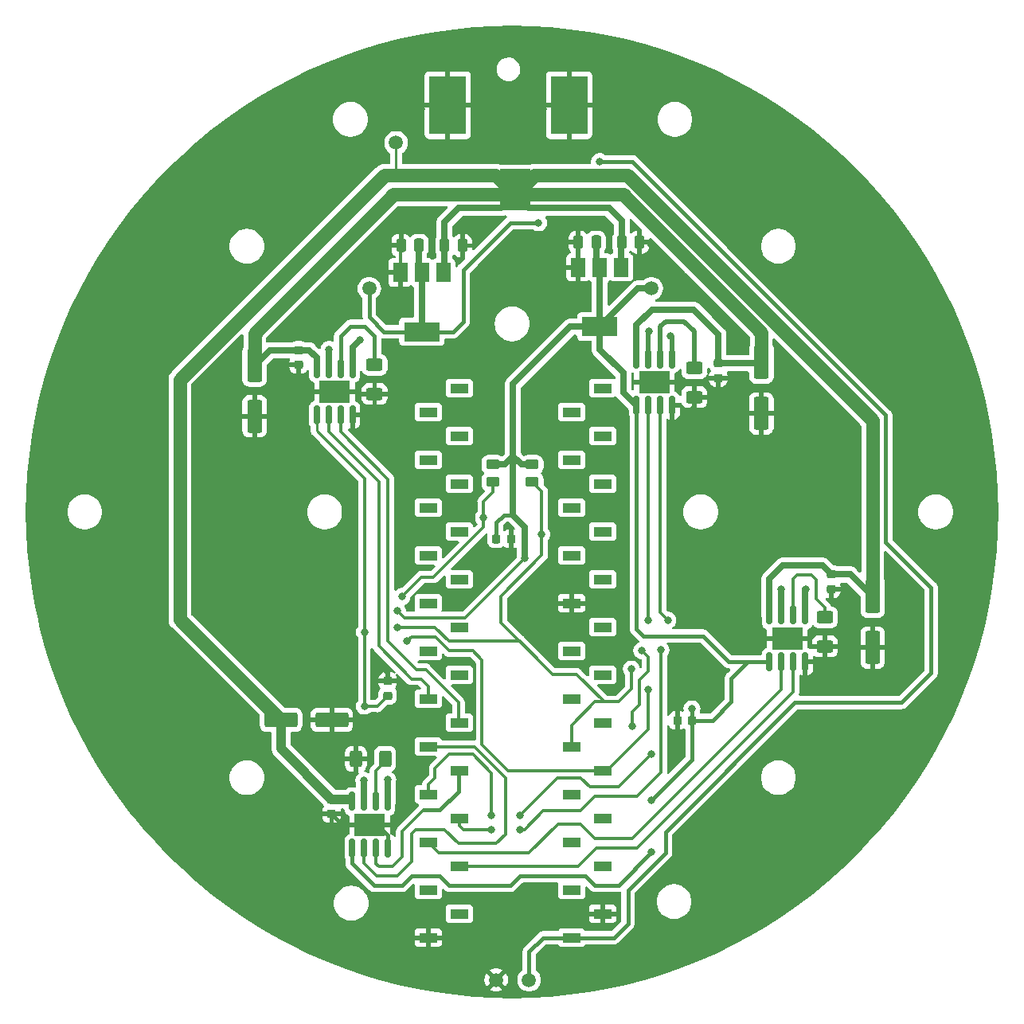
<source format=gbl>
%TF.GenerationSoftware,KiCad,Pcbnew,7.0.9*%
%TF.CreationDate,2024-01-26T12:36:02+01:00*%
%TF.ProjectId,maglev26,6d61676c-6576-4323-962e-6b696361645f,1.0*%
%TF.SameCoordinates,Original*%
%TF.FileFunction,Copper,L2,Bot*%
%TF.FilePolarity,Positive*%
%FSLAX46Y46*%
G04 Gerber Fmt 4.6, Leading zero omitted, Abs format (unit mm)*
G04 Created by KiCad (PCBNEW 7.0.9) date 2024-01-26 12:36:02*
%MOMM*%
%LPD*%
G01*
G04 APERTURE LIST*
G04 Aperture macros list*
%AMRoundRect*
0 Rectangle with rounded corners*
0 $1 Rounding radius*
0 $2 $3 $4 $5 $6 $7 $8 $9 X,Y pos of 4 corners*
0 Add a 4 corners polygon primitive as box body*
4,1,4,$2,$3,$4,$5,$6,$7,$8,$9,$2,$3,0*
0 Add four circle primitives for the rounded corners*
1,1,$1+$1,$2,$3*
1,1,$1+$1,$4,$5*
1,1,$1+$1,$6,$7*
1,1,$1+$1,$8,$9*
0 Add four rect primitives between the rounded corners*
20,1,$1+$1,$2,$3,$4,$5,0*
20,1,$1+$1,$4,$5,$6,$7,0*
20,1,$1+$1,$6,$7,$8,$9,0*
20,1,$1+$1,$8,$9,$2,$3,0*%
G04 Aperture macros list end*
%TA.AperFunction,SMDPad,CuDef*%
%ADD10RoundRect,0.250000X-0.250000X-0.475000X0.250000X-0.475000X0.250000X0.475000X-0.250000X0.475000X0*%
%TD*%
%TA.AperFunction,SMDPad,CuDef*%
%ADD11RoundRect,0.250000X-0.450000X0.262500X-0.450000X-0.262500X0.450000X-0.262500X0.450000X0.262500X0*%
%TD*%
%TA.AperFunction,SMDPad,CuDef*%
%ADD12RoundRect,0.250000X-0.550000X1.500000X-0.550000X-1.500000X0.550000X-1.500000X0.550000X1.500000X0*%
%TD*%
%TA.AperFunction,SMDPad,CuDef*%
%ADD13C,1.500000*%
%TD*%
%TA.AperFunction,SMDPad,CuDef*%
%ADD14RoundRect,0.250000X-0.625000X0.400000X-0.625000X-0.400000X0.625000X-0.400000X0.625000X0.400000X0*%
%TD*%
%TA.AperFunction,SMDPad,CuDef*%
%ADD15RoundRect,0.225000X-0.225000X-0.250000X0.225000X-0.250000X0.225000X0.250000X-0.225000X0.250000X0*%
%TD*%
%TA.AperFunction,SMDPad,CuDef*%
%ADD16RoundRect,0.150000X0.150000X-0.825000X0.150000X0.825000X-0.150000X0.825000X-0.150000X-0.825000X0*%
%TD*%
%TA.AperFunction,SMDPad,CuDef*%
%ADD17R,3.300000X2.410000*%
%TD*%
%TA.AperFunction,SMDPad,CuDef*%
%ADD18RoundRect,0.225000X0.225000X0.250000X-0.225000X0.250000X-0.225000X-0.250000X0.225000X-0.250000X0*%
%TD*%
%TA.AperFunction,SMDPad,CuDef*%
%ADD19R,1.500000X2.000000*%
%TD*%
%TA.AperFunction,SMDPad,CuDef*%
%ADD20R,3.800000X2.000000*%
%TD*%
%TA.AperFunction,SMDPad,CuDef*%
%ADD21RoundRect,0.250000X-1.500000X-0.550000X1.500000X-0.550000X1.500000X0.550000X-1.500000X0.550000X0*%
%TD*%
%TA.AperFunction,SMDPad,CuDef*%
%ADD22R,1.900000X1.000000*%
%TD*%
%TA.AperFunction,SMDPad,CuDef*%
%ADD23RoundRect,0.250000X0.250000X0.475000X-0.250000X0.475000X-0.250000X-0.475000X0.250000X-0.475000X0*%
%TD*%
%TA.AperFunction,SMDPad,CuDef*%
%ADD24R,3.300000X4.400000*%
%TD*%
%TA.AperFunction,SMDPad,CuDef*%
%ADD25R,3.900000X6.200000*%
%TD*%
%TA.AperFunction,SMDPad,CuDef*%
%ADD26RoundRect,0.225000X-0.250000X0.225000X-0.250000X-0.225000X0.250000X-0.225000X0.250000X0.225000X0*%
%TD*%
%TA.AperFunction,SMDPad,CuDef*%
%ADD27RoundRect,0.250000X0.450000X-0.262500X0.450000X0.262500X-0.450000X0.262500X-0.450000X-0.262500X0*%
%TD*%
%TA.AperFunction,SMDPad,CuDef*%
%ADD28RoundRect,0.250000X0.400000X0.625000X-0.400000X0.625000X-0.400000X-0.625000X0.400000X-0.625000X0*%
%TD*%
%TA.AperFunction,ViaPad*%
%ADD29C,0.800000*%
%TD*%
%TA.AperFunction,Conductor*%
%ADD30C,0.400000*%
%TD*%
%TA.AperFunction,Conductor*%
%ADD31C,0.300000*%
%TD*%
%TA.AperFunction,Conductor*%
%ADD32C,0.700000*%
%TD*%
%TA.AperFunction,Conductor*%
%ADD33C,0.500000*%
%TD*%
%TA.AperFunction,Conductor*%
%ADD34C,0.250000*%
%TD*%
%TA.AperFunction,Conductor*%
%ADD35C,1.400000*%
%TD*%
%TA.AperFunction,Conductor*%
%ADD36C,1.000000*%
%TD*%
G04 APERTURE END LIST*
D10*
X139020000Y-70930400D03*
X140920000Y-70930400D03*
D11*
X148336000Y-94210500D03*
X148336000Y-96035500D03*
D12*
X172700000Y-83370400D03*
X172700000Y-88770400D03*
D13*
X144500000Y-149000000D03*
D14*
X179451000Y-110434000D03*
X179451000Y-113534000D03*
D15*
X163766200Y-121412000D03*
X165316200Y-121412000D03*
D10*
X134380000Y-70900400D03*
X136280000Y-70900400D03*
D16*
X132969000Y-134971000D03*
X131699000Y-134971000D03*
X130429000Y-134971000D03*
X129159000Y-134971000D03*
X129159000Y-130021000D03*
X130429000Y-130021000D03*
X131699000Y-130021000D03*
X132969000Y-130021000D03*
D17*
X131064000Y-132496000D03*
D16*
X129222000Y-88927000D03*
X127952000Y-88927000D03*
X126682000Y-88927000D03*
X125412000Y-88927000D03*
X125412000Y-83977000D03*
X126682000Y-83977000D03*
X127952000Y-83977000D03*
X129222000Y-83977000D03*
D17*
X127317000Y-86452000D03*
D13*
X131000000Y-75500000D03*
D18*
X146063000Y-102108000D03*
X144513000Y-102108000D03*
D12*
X118810000Y-83670400D03*
X118810000Y-89070400D03*
X184540000Y-108260400D03*
X184540000Y-113660400D03*
D19*
X134290000Y-73780400D03*
X136590000Y-73780400D03*
D20*
X136590000Y-80080400D03*
D19*
X138890000Y-73780400D03*
D21*
X121630000Y-121360400D03*
X127030000Y-121360400D03*
D22*
X152520000Y-144517150D03*
X155820000Y-141977150D03*
X152520000Y-139437150D03*
X155820000Y-136897150D03*
X152520000Y-134357150D03*
X155820000Y-131817150D03*
X152520000Y-129277150D03*
X155820000Y-126737150D03*
X152520000Y-124197150D03*
X155820000Y-121657150D03*
X152520000Y-119117150D03*
X155820000Y-116577150D03*
X152520000Y-114037150D03*
X155820000Y-111497150D03*
X152520000Y-108957150D03*
X155820000Y-106417150D03*
X152520000Y-103877150D03*
X155820000Y-101337150D03*
X152520000Y-98797150D03*
X155820000Y-96257150D03*
X152520000Y-93717150D03*
X155820000Y-91177150D03*
X152520000Y-88637150D03*
X155820000Y-86097150D03*
D13*
X161000000Y-75500000D03*
X133858000Y-60000000D03*
X148000000Y-149000000D03*
D14*
X131572000Y-83597000D03*
X131572000Y-86697000D03*
D23*
X159750000Y-70570400D03*
X157850000Y-70570400D03*
D24*
X146500000Y-65000000D03*
D25*
X139350000Y-56000000D03*
X152250000Y-56000000D03*
D16*
X163220000Y-87935400D03*
X161950000Y-87935400D03*
X160680000Y-87935400D03*
X159410000Y-87935400D03*
X159410000Y-82985400D03*
X160680000Y-82985400D03*
X161950000Y-82985400D03*
X163220000Y-82985400D03*
D17*
X161315000Y-85460400D03*
D26*
X127000000Y-129781000D03*
X127000000Y-131331000D03*
D14*
X165570000Y-83945400D03*
X165570000Y-87045400D03*
D19*
X153210000Y-73240400D03*
X155510000Y-73240400D03*
D20*
X155510000Y-79540400D03*
D19*
X157810000Y-73240400D03*
D27*
X144145000Y-96035500D03*
X144145000Y-94210500D03*
D16*
X177356000Y-115159000D03*
X176086000Y-115159000D03*
X174816000Y-115159000D03*
X173546000Y-115159000D03*
X173546000Y-110209000D03*
X174816000Y-110209000D03*
X176086000Y-110209000D03*
X177356000Y-110209000D03*
D17*
X175451000Y-112684000D03*
D26*
X132969000Y-117221000D03*
X132969000Y-118771000D03*
D23*
X155130000Y-70580400D03*
X153230000Y-70580400D03*
D26*
X123490000Y-82035400D03*
X123490000Y-83585400D03*
D22*
X137280000Y-144517150D03*
X140580000Y-141977150D03*
X137280000Y-139437150D03*
X140580000Y-136897150D03*
X137280000Y-134357150D03*
X140580000Y-131817150D03*
X137280000Y-129277150D03*
X140580000Y-126737150D03*
X137280000Y-124197150D03*
X140580000Y-121657150D03*
X137280000Y-119117150D03*
X140580000Y-116577150D03*
X137280000Y-114037150D03*
X140580000Y-111497150D03*
X137280000Y-108957150D03*
X140580000Y-106417150D03*
X137280000Y-103877150D03*
X140580000Y-101337150D03*
X137280000Y-98797150D03*
X140580000Y-96257150D03*
X137280000Y-93717150D03*
X140580000Y-91177150D03*
X137280000Y-88637150D03*
X140580000Y-86097150D03*
D28*
X132680000Y-125500400D03*
X129580000Y-125500400D03*
D26*
X168110000Y-83450400D03*
X168110000Y-85000400D03*
X180150000Y-105895400D03*
X180150000Y-107445400D03*
D29*
X186900000Y-113740400D03*
X179451000Y-115441400D03*
X170400000Y-88740400D03*
X139400000Y-60940400D03*
X124574002Y-131331000D03*
X133604000Y-68834000D03*
X174900000Y-88740400D03*
X182500000Y-113740400D03*
X161544000Y-72263000D03*
X130048000Y-121412000D03*
X136500000Y-56440400D03*
X117000000Y-89040400D03*
X152500000Y-51940400D03*
X149224998Y-107315000D03*
X153210000Y-68890400D03*
X152500000Y-60940400D03*
X126200000Y-123740400D03*
X144272000Y-104648000D03*
X139400000Y-51940400D03*
X142500000Y-56440400D03*
X132080000Y-115570000D03*
X134620000Y-146050000D03*
X163779200Y-120142000D03*
X149860006Y-141977150D03*
X149500000Y-56440400D03*
X141732000Y-68961000D03*
X120500000Y-89040400D03*
X130500000Y-119888000D03*
X130500000Y-112000000D03*
X134000000Y-109728000D03*
X161000000Y-129940400D03*
X161000000Y-135440400D03*
X165316200Y-120179800D03*
X147574000Y-104140000D03*
X155500000Y-62000000D03*
X149000000Y-68500000D03*
X130429000Y-127787400D03*
X132969000Y-127736600D03*
X126746000Y-81940400D03*
X130000000Y-81000000D03*
X174802800Y-107440400D03*
X177393600Y-107440400D03*
X160750000Y-80000000D03*
X163000000Y-80500000D03*
X144000000Y-133000000D03*
X162749990Y-110750000D03*
X147000000Y-133000000D03*
X162000000Y-113940400D03*
X160680000Y-110760400D03*
X159000000Y-122000000D03*
X160000000Y-114000000D03*
X161000000Y-125000000D03*
X144000000Y-131500000D03*
X147000000Y-131500000D03*
X134000000Y-111506000D03*
X158877000Y-115951000D03*
X149336000Y-101599994D03*
X143154400Y-99845600D03*
X160655000Y-118110000D03*
X135000004Y-113000000D03*
X134500000Y-108203996D03*
D30*
X128165000Y-132496000D02*
X127000000Y-131331000D01*
D31*
X146063000Y-102108000D02*
X146063000Y-103873000D01*
X132969000Y-117221000D02*
X132969000Y-116459000D01*
D30*
X132969000Y-133604000D02*
X131861000Y-132496000D01*
D31*
X153210000Y-73240400D02*
X153210000Y-70600400D01*
D32*
X131064000Y-132496000D02*
X132055600Y-132496000D01*
X179450000Y-115440400D02*
X179451000Y-115441400D01*
D30*
X131861000Y-132496000D02*
X131064000Y-132496000D01*
X131559800Y-132496000D02*
X131064000Y-132496000D01*
X152250000Y-56750000D02*
X152250000Y-56000000D01*
D31*
X134380000Y-70900400D02*
X134380000Y-69610000D01*
X140920000Y-69773000D02*
X141732000Y-68961000D01*
X163220000Y-87935400D02*
X164135400Y-87935400D01*
X165062000Y-88392000D02*
X165570000Y-87884000D01*
X146063000Y-103873000D02*
X145288000Y-104648000D01*
D30*
X163766200Y-121412000D02*
X163766200Y-120155000D01*
D31*
X160486400Y-70570400D02*
X161544000Y-71628000D01*
X165570000Y-87884000D02*
X165570000Y-87045400D01*
X140920000Y-70930400D02*
X140920000Y-69773000D01*
D32*
X131119600Y-132440400D02*
X131064000Y-132496000D01*
D31*
X164135400Y-87935400D02*
X164592000Y-88392000D01*
X134290000Y-70990400D02*
X134380000Y-70900400D01*
X153230000Y-70580400D02*
X153230000Y-68910400D01*
X167462600Y-87045400D02*
X168110000Y-86398000D01*
X153230000Y-68910400D02*
X153210000Y-68890400D01*
D30*
X127000000Y-131331000D02*
X124574002Y-131331000D01*
D31*
X153210000Y-70600400D02*
X153230000Y-70580400D01*
D30*
X131064000Y-132496000D02*
X128165000Y-132496000D01*
D31*
X137280000Y-144517150D02*
X137280000Y-145541075D01*
D33*
X126805400Y-85940400D02*
X127317000Y-86452000D01*
D31*
X137280000Y-145541075D02*
X136771075Y-146050000D01*
X164592000Y-88392000D02*
X165062000Y-88392000D01*
X134380000Y-69610000D02*
X133604000Y-68834000D01*
D30*
X163766200Y-120155000D02*
X163779200Y-120142000D01*
D31*
X136771075Y-146050000D02*
X134620000Y-146050000D01*
X155820000Y-141977150D02*
X149860006Y-141977150D01*
X159750000Y-70570400D02*
X160486400Y-70570400D01*
D30*
X132969000Y-134971000D02*
X132969000Y-133604000D01*
D31*
X134290000Y-73780400D02*
X134290000Y-70990400D01*
X145288000Y-104648000D02*
X144272000Y-104648000D01*
D32*
X134380000Y-70900400D02*
X134320000Y-70840400D01*
D31*
X161544000Y-71628000D02*
X161544000Y-72263000D01*
X132969000Y-116459000D02*
X132080000Y-115570000D01*
X165570000Y-87045400D02*
X167462600Y-87045400D01*
X168110000Y-86398000D02*
X168110000Y-85000400D01*
X178000000Y-105940400D02*
X176500000Y-105940400D01*
X176086000Y-106354400D02*
X176086000Y-110209000D01*
X178500000Y-106440400D02*
X178000000Y-105940400D01*
X179451000Y-109391400D02*
X178500000Y-108440400D01*
X178500000Y-108440400D02*
X178500000Y-106440400D01*
X176500000Y-105940400D02*
X176086000Y-106354400D01*
X179451000Y-110434000D02*
X179451000Y-109391400D01*
X130500000Y-95690400D02*
X126250000Y-91440400D01*
D32*
X155510000Y-79540400D02*
X159550400Y-75500000D01*
X155510000Y-79540400D02*
X155510000Y-81940400D01*
X147155500Y-94210500D02*
X148336000Y-94210500D01*
D30*
X161000000Y-135440400D02*
X157500000Y-138940400D01*
D31*
X131852000Y-119888000D02*
X130500000Y-119888000D01*
X147574000Y-104140000D02*
X141214000Y-110500000D01*
D30*
X169500000Y-119440400D02*
X169500000Y-116940400D01*
X129159000Y-136599400D02*
X129159000Y-134971000D01*
D32*
X155130000Y-70580400D02*
X155130000Y-72860400D01*
D30*
X159410000Y-87935400D02*
X159410000Y-111660000D01*
D32*
X146290000Y-93345000D02*
X146290000Y-85650400D01*
X159550400Y-75500000D02*
X161000000Y-75500000D01*
D30*
X169218600Y-115159000D02*
X171500000Y-115159000D01*
X167528400Y-121412000D02*
X169500000Y-119440400D01*
X131500000Y-138940400D02*
X129159000Y-136599400D01*
X135500000Y-137940400D02*
X134500000Y-138940400D01*
X154000000Y-137940400D02*
X147000000Y-137940400D01*
X166500000Y-112440400D02*
X169218600Y-115159000D01*
X160190400Y-112440400D02*
X166500000Y-112440400D01*
D31*
X130500000Y-112000000D02*
X130500000Y-95690400D01*
D30*
X165316200Y-125624200D02*
X165316200Y-121412000D01*
D34*
X125412000Y-88927000D02*
X125412000Y-90602400D01*
X125412000Y-90602400D02*
X126250000Y-91440400D01*
D30*
X138500000Y-137940400D02*
X135500000Y-137940400D01*
D32*
X147574000Y-100838000D02*
X146290000Y-99554000D01*
D30*
X147000000Y-137940400D02*
X146000000Y-138940400D01*
D32*
X147574000Y-104140000D02*
X147574000Y-100838000D01*
X155510000Y-79540400D02*
X155510000Y-79490000D01*
D30*
X165316200Y-121412000D02*
X167528400Y-121412000D01*
X171281400Y-115159000D02*
X171500000Y-115159000D01*
D31*
X130500000Y-112000000D02*
X130500000Y-119888000D01*
D30*
X165316200Y-120179800D02*
X165316200Y-121412000D01*
D31*
X132969000Y-118771000D02*
X131852000Y-119888000D01*
D30*
X161000000Y-129940400D02*
X165316200Y-125624200D01*
D32*
X146290000Y-93345000D02*
X147155500Y-94210500D01*
D30*
X169500000Y-116940400D02*
X171281400Y-115159000D01*
D32*
X145424500Y-94210500D02*
X144145000Y-94210500D01*
D30*
X171500000Y-115159000D02*
X173546000Y-115159000D01*
X146000000Y-138940400D02*
X139500000Y-138940400D01*
D32*
X152400000Y-79540400D02*
X155510000Y-79540400D01*
D30*
X144513000Y-102108000D02*
X144513000Y-100343000D01*
X139500000Y-138940400D02*
X138500000Y-137940400D01*
D32*
X155510000Y-81940400D02*
X158000000Y-84430400D01*
X155510000Y-73240400D02*
X155510000Y-79540400D01*
D31*
X141214000Y-110500000D02*
X134772000Y-110500000D01*
D32*
X159410000Y-87935400D02*
X158000000Y-86525400D01*
D30*
X144513000Y-100343000D02*
X145302000Y-99554000D01*
X134500000Y-138940400D02*
X131500000Y-138940400D01*
D32*
X158000000Y-86525400D02*
X158000000Y-84430400D01*
D30*
X145302000Y-99554000D02*
X146290000Y-99554000D01*
D32*
X146290000Y-85650400D02*
X152400000Y-79540400D01*
D30*
X155000000Y-138940400D02*
X154000000Y-137940400D01*
D31*
X134772000Y-110500000D02*
X134000000Y-109728000D01*
D32*
X146290000Y-93345000D02*
X145424500Y-94210500D01*
D30*
X159410000Y-111660000D02*
X160190400Y-112440400D01*
D32*
X146290000Y-99554000D02*
X146290000Y-93345000D01*
D30*
X157500000Y-138940400D02*
X155000000Y-138940400D01*
D32*
X168110000Y-80360000D02*
X165500000Y-77750000D01*
D35*
X184540000Y-89540000D02*
X158430400Y-63430400D01*
D32*
X139020000Y-71190400D02*
X138890000Y-71060400D01*
D35*
X132610000Y-63430400D02*
X110860000Y-85180400D01*
D32*
X161050400Y-77750000D02*
X159410000Y-79390400D01*
D35*
X144430400Y-63430400D02*
X134500000Y-63430400D01*
D32*
X147940400Y-66940400D02*
X156500000Y-66940400D01*
X146500000Y-65500000D02*
X147940400Y-66940400D01*
X145000000Y-66940400D02*
X146440400Y-65500000D01*
X157810000Y-73240400D02*
X157810000Y-70610400D01*
X139020000Y-73650400D02*
X139020000Y-71190400D01*
D35*
X134500000Y-63430400D02*
X133858000Y-63430400D01*
X133858000Y-63430400D02*
X132610000Y-63430400D01*
X110860000Y-110640400D02*
X121580000Y-121360400D01*
D32*
X146440400Y-65500000D02*
X146500000Y-65500000D01*
X159410000Y-79390400D02*
X159410000Y-82985400D01*
X173546000Y-110209000D02*
X173546000Y-106394400D01*
X123490000Y-82035400D02*
X124595000Y-82035400D01*
X179195000Y-104940400D02*
X180150000Y-105895400D01*
X168110000Y-83450400D02*
X172620000Y-83450400D01*
D36*
X127000000Y-129781000D02*
X128919000Y-129781000D01*
D35*
X158430400Y-63430400D02*
X148569600Y-63430400D01*
D32*
X125412000Y-82852400D02*
X125412000Y-83977000D01*
X173546000Y-106394400D02*
X175000000Y-104940400D01*
D35*
X110860000Y-85180400D02*
X110860000Y-110640400D01*
D32*
X157850000Y-68290400D02*
X157850000Y-70570400D01*
X139020000Y-70930400D02*
X139020000Y-68420400D01*
X168110000Y-83450400D02*
X168110000Y-80360000D01*
D35*
X133565400Y-65500000D02*
X118810000Y-80255400D01*
D32*
X156500000Y-66940400D02*
X157850000Y-68290400D01*
X120445000Y-82035400D02*
X118810000Y-83670400D01*
D35*
X118810000Y-80255400D02*
X118810000Y-83214000D01*
X146500000Y-65500000D02*
X133565400Y-65500000D01*
X121580000Y-121360400D02*
X121630000Y-121360400D01*
D36*
X127000000Y-129781000D02*
X121630000Y-124411000D01*
D32*
X182175000Y-105895400D02*
X180150000Y-105895400D01*
D35*
X172700000Y-80200000D02*
X158000000Y-65500000D01*
D32*
X139020000Y-68420400D02*
X140500000Y-66940400D01*
X138890000Y-73780400D02*
X139020000Y-73650400D01*
X175000000Y-104940400D02*
X179195000Y-104940400D01*
X123490000Y-82035400D02*
X120445000Y-82035400D01*
D35*
X184540000Y-108260400D02*
X184540000Y-89540000D01*
D32*
X165500000Y-77750000D02*
X161050400Y-77750000D01*
D35*
X172700000Y-83370400D02*
X172700000Y-80200000D01*
D36*
X121630000Y-124411000D02*
X121630000Y-121360400D01*
D35*
X158000000Y-65500000D02*
X146500000Y-65500000D01*
D32*
X140500000Y-66940400D02*
X145000000Y-66940400D01*
X124595000Y-82035400D02*
X125412000Y-82852400D01*
X184540000Y-108260400D02*
X182175000Y-105895400D01*
D35*
X146500000Y-65500000D02*
X144430400Y-63430400D01*
D34*
X133858000Y-60000000D02*
X133858000Y-63430400D01*
D35*
X148569600Y-63430400D02*
X146500000Y-65500000D01*
D30*
X190754000Y-116332000D02*
X190754000Y-107254000D01*
X162500000Y-133283000D02*
X176276000Y-119507000D01*
X152520000Y-144517150D02*
X149482850Y-144517150D01*
X148000000Y-146000000D02*
X148000000Y-149000000D01*
X185928000Y-88963500D02*
X158964500Y-62000000D01*
X190754000Y-107254000D02*
X185928000Y-102428000D01*
X149482850Y-144517150D02*
X148000000Y-146000000D01*
X139919600Y-80080400D02*
X136590000Y-80080400D01*
X141000000Y-73500000D02*
X141000000Y-79000000D01*
X136509600Y-80000000D02*
X136590000Y-80080400D01*
X132580400Y-80080400D02*
X131000000Y-78500000D01*
D32*
X136280000Y-70900400D02*
X136280000Y-73470400D01*
D30*
X162500000Y-135500000D02*
X162500000Y-133283000D01*
X176276000Y-119507000D02*
X187579000Y-119507000D01*
X158964500Y-62000000D02*
X155500000Y-62000000D01*
X158500000Y-143000000D02*
X158500000Y-139500000D01*
X141000000Y-79000000D02*
X139919600Y-80080400D01*
X185928000Y-102428000D02*
X185928000Y-88963500D01*
X152520000Y-144517150D02*
X156982850Y-144517150D01*
X158500000Y-139500000D02*
X162500000Y-135500000D01*
X156982850Y-144517150D02*
X158500000Y-143000000D01*
D32*
X136590000Y-80080400D02*
X136590000Y-73780400D01*
D30*
X131000000Y-78500000D02*
X131000000Y-75500000D01*
X136590000Y-80080400D02*
X132580400Y-80080400D01*
X187579000Y-119507000D02*
X190754000Y-116332000D01*
X149000000Y-68500000D02*
X146000000Y-68500000D01*
X146000000Y-68500000D02*
X141000000Y-73500000D01*
D33*
X164500000Y-79000000D02*
X162500000Y-79000000D01*
X161950000Y-79550000D02*
X161950000Y-82985400D01*
X165570000Y-83945400D02*
X165570000Y-80070000D01*
X162500000Y-79000000D02*
X161950000Y-79550000D01*
X165570000Y-80070000D02*
X164500000Y-79000000D01*
D31*
X131699000Y-126741400D02*
X132680000Y-125760400D01*
X132680000Y-125760400D02*
X132680000Y-125500400D01*
X131699000Y-130021000D02*
X131699000Y-126741400D01*
D30*
X127952000Y-80548000D02*
X127952000Y-83977000D01*
X131572000Y-80572000D02*
X130500000Y-79500000D01*
X129000000Y-79500000D02*
X127952000Y-80548000D01*
X131572000Y-83597000D02*
X131572000Y-80572000D01*
X130500000Y-79500000D02*
X129000000Y-79500000D01*
D32*
X130429000Y-130021000D02*
X130429000Y-127787400D01*
D31*
X132969000Y-130021000D02*
X132994400Y-129995600D01*
D32*
X132969000Y-127736600D02*
X132969000Y-129970200D01*
X126746000Y-81940400D02*
X126746000Y-83913000D01*
D31*
X126746000Y-83913000D02*
X126682000Y-83977000D01*
D32*
X129286000Y-81714000D02*
X129286000Y-83913000D01*
X130000000Y-81000000D02*
X129286000Y-81714000D01*
D31*
X129286000Y-83913000D02*
X129222000Y-83977000D01*
D32*
X174802800Y-107440400D02*
X174802800Y-110195800D01*
X177393600Y-107440400D02*
X177356000Y-107478000D01*
X177356000Y-107478000D02*
X177356000Y-110209000D01*
D33*
X160750000Y-80000000D02*
X160680000Y-80070000D01*
X160680000Y-80070000D02*
X160680000Y-82985400D01*
X163220000Y-80720000D02*
X163220000Y-82985400D01*
X163000000Y-80500000D02*
X163220000Y-80720000D01*
D31*
X153168250Y-136897150D02*
X140580000Y-136897150D01*
X155125000Y-134940400D02*
X153168250Y-136897150D01*
X176086000Y-115159000D02*
X176086000Y-118354400D01*
X176086000Y-118354400D02*
X159500000Y-134940400D01*
X159500000Y-134940400D02*
X155125000Y-134940400D01*
X148000000Y-135500000D02*
X151059600Y-132440400D01*
X155000000Y-133940400D02*
X159000000Y-133940400D01*
X137280000Y-134357150D02*
X138422850Y-135500000D01*
X151059600Y-132440400D02*
X153500000Y-132440400D01*
X159000000Y-133940400D02*
X174816000Y-118124400D01*
X138422850Y-135500000D02*
X148000000Y-135500000D01*
X174816000Y-118124400D02*
X174816000Y-115159000D01*
X153500000Y-132440400D02*
X155000000Y-133940400D01*
X159500000Y-129440400D02*
X162000000Y-126940400D01*
X140580000Y-132580000D02*
X140580000Y-131817150D01*
X161950000Y-87935400D02*
X161950000Y-109950010D01*
X144000000Y-133000000D02*
X141000000Y-133000000D01*
X141000000Y-133000000D02*
X140580000Y-132580000D01*
X162000000Y-126940400D02*
X162000000Y-113940400D01*
X149500000Y-131000000D02*
X153440400Y-131000000D01*
X147500000Y-133000000D02*
X149500000Y-131000000D01*
X155000000Y-129440400D02*
X159500000Y-129440400D01*
X161950000Y-109950010D02*
X162749990Y-110750000D01*
X153440400Y-131000000D02*
X155000000Y-129440400D01*
X147000000Y-133000000D02*
X147500000Y-133000000D01*
X137280000Y-128220000D02*
X138000000Y-127500000D01*
X160655000Y-116205000D02*
X159766000Y-117094000D01*
X138000000Y-126500000D02*
X139500000Y-125000000D01*
X160000000Y-114000000D02*
X160655000Y-114655000D01*
X137500000Y-129057150D02*
X137280000Y-129277150D01*
X144000000Y-127000000D02*
X144000000Y-131500000D01*
X159000000Y-120500000D02*
X159000000Y-122000000D01*
X142000000Y-125000000D02*
X144000000Y-127000000D01*
X157500000Y-128500000D02*
X154500000Y-128500000D01*
X160680000Y-110760400D02*
X160680000Y-87935400D01*
X159766000Y-119734000D02*
X159000000Y-120500000D01*
X153500000Y-127500000D02*
X151000000Y-127500000D01*
X161000000Y-125000000D02*
X157500000Y-128500000D01*
X137280000Y-129277150D02*
X137280000Y-128220000D01*
X160655000Y-114655000D02*
X160655000Y-116205000D01*
X151000000Y-127500000D02*
X147000000Y-131500000D01*
X154500000Y-128500000D02*
X153500000Y-127500000D01*
X138000000Y-127500000D02*
X138000000Y-126500000D01*
X159766000Y-117094000D02*
X159766000Y-119734000D01*
X139500000Y-125000000D02*
X142000000Y-125000000D01*
X133500000Y-136940400D02*
X134500000Y-135940400D01*
X134500000Y-133190400D02*
X136750000Y-130940400D01*
X131699000Y-136639400D02*
X132000000Y-136940400D01*
X132000000Y-136940400D02*
X133500000Y-136940400D01*
X131699000Y-134971000D02*
X131699000Y-136639400D01*
D30*
X140500000Y-126817150D02*
X140580000Y-126737150D01*
X140500000Y-128940400D02*
X140500000Y-126817150D01*
X138500000Y-130940400D02*
X140500000Y-128940400D01*
D31*
X134500000Y-135940400D02*
X134500000Y-133190400D01*
D30*
X136750000Y-130940400D02*
X138500000Y-130940400D01*
D31*
X135500000Y-133440400D02*
X135940400Y-133000000D01*
X135500000Y-136440400D02*
X135500000Y-133440400D01*
X130429000Y-134971000D02*
X130429000Y-136619400D01*
X135940400Y-133000000D02*
X139000000Y-133000000D01*
X131750000Y-137940400D02*
X134000000Y-137940400D01*
X130429000Y-136619400D02*
X131750000Y-137940400D01*
X134000000Y-137940400D02*
X135500000Y-136440400D01*
X145500000Y-127500000D02*
X142197150Y-124197150D01*
X140500000Y-134500000D02*
X144500000Y-134500000D01*
X139000000Y-133000000D02*
X140500000Y-134500000D01*
X142197150Y-124197150D02*
X137280000Y-124197150D01*
X144500000Y-134500000D02*
X145500000Y-133500000D01*
X145500000Y-133500000D02*
X145500000Y-127500000D01*
X133000000Y-113000000D02*
X133000000Y-95750000D01*
X136000000Y-116000000D02*
X133000000Y-113000000D01*
X140580000Y-121657150D02*
X140500000Y-121577150D01*
X140500000Y-121577150D02*
X140500000Y-119500000D01*
X137000000Y-116000000D02*
X136000000Y-116000000D01*
X133000000Y-95750000D02*
X127952000Y-90702000D01*
X127952000Y-90702000D02*
X127952000Y-88927000D01*
X140500000Y-119500000D02*
X137000000Y-116000000D01*
X132000000Y-96000000D02*
X126682000Y-90682000D01*
X135500000Y-117000000D02*
X132000000Y-113500000D01*
X137280000Y-119117150D02*
X137280000Y-117780000D01*
X136500000Y-117000000D02*
X135500000Y-117000000D01*
X126682000Y-90682000D02*
X126682000Y-88927000D01*
X132000000Y-113500000D02*
X132000000Y-96000000D01*
X137280000Y-117780000D02*
X136500000Y-117000000D01*
X149250400Y-115250400D02*
X145000000Y-111000000D01*
X149250400Y-115250400D02*
X150500000Y-116500000D01*
X150500000Y-116500000D02*
X153059600Y-116500000D01*
X147000000Y-113000000D02*
X139500000Y-113000000D01*
X152500000Y-121940400D02*
X155000000Y-119440400D01*
X145000000Y-111000000D02*
X145000000Y-108190800D01*
X149336000Y-97035500D02*
X149336000Y-101599994D01*
X158877000Y-118063400D02*
X157500000Y-119440400D01*
X138006000Y-111506000D02*
X134000000Y-111506000D01*
X157500000Y-119440400D02*
X156000000Y-119440400D01*
X149250400Y-115250400D02*
X147000000Y-113000000D01*
X152500000Y-124177150D02*
X152500000Y-121940400D01*
X152520000Y-124197150D02*
X152500000Y-124177150D01*
X148336000Y-96035500D02*
X149336000Y-97035500D01*
X145000000Y-108190800D02*
X149336000Y-103854800D01*
X153059600Y-116500000D02*
X156000000Y-119440400D01*
X149336000Y-103854800D02*
X149336000Y-101599994D01*
X155000000Y-119440400D02*
X156000000Y-119440400D01*
X139500000Y-113000000D02*
X138006000Y-111506000D01*
X158877000Y-115951000D02*
X158877000Y-118063400D01*
X143000000Y-115000000D02*
X142000000Y-114000000D01*
X137828000Y-106172000D02*
X136531996Y-106172000D01*
X139500000Y-114000000D02*
X138022000Y-112522000D01*
X144145000Y-97155000D02*
X143154400Y-98145600D01*
X143154400Y-98145600D02*
X143154400Y-99845600D01*
X156270000Y-126737150D02*
X160655000Y-122352150D01*
X145737150Y-126737150D02*
X143000000Y-124000000D01*
X143154400Y-100845600D02*
X137828000Y-106172000D01*
X142000000Y-114000000D02*
X139500000Y-114000000D01*
X144145000Y-96035500D02*
X144145000Y-97155000D01*
X155820000Y-126737150D02*
X145737150Y-126737150D01*
X143154400Y-99845600D02*
X143154400Y-100845600D01*
X136531996Y-106172000D02*
X134500000Y-108203996D01*
X155820000Y-126737150D02*
X156270000Y-126737150D01*
X143000000Y-124000000D02*
X143000000Y-115000000D01*
X135478004Y-112522000D02*
X135000004Y-113000000D01*
X160655000Y-122352150D02*
X160655000Y-118110000D01*
X138022000Y-112522000D02*
X135478004Y-112522000D01*
%TA.AperFunction,Conductor*%
G36*
X166246163Y-113177219D02*
G01*
X168662804Y-115593860D01*
X168678929Y-115613715D01*
X168696099Y-115639996D01*
X168696100Y-115639997D01*
X168696103Y-115640000D01*
X168732821Y-115668578D01*
X168750993Y-115682721D01*
X168756748Y-115687804D01*
X168764316Y-115695372D01*
X168799764Y-115720681D01*
X168874982Y-115779226D01*
X168880592Y-115783592D01*
X168889628Y-115788482D01*
X168889506Y-115788706D01*
X168897346Y-115792740D01*
X168897458Y-115792512D01*
X168906689Y-115797025D01*
X169004844Y-115826246D01*
X169101707Y-115859500D01*
X169101708Y-115859500D01*
X169111845Y-115861192D01*
X169111803Y-115861442D01*
X169120528Y-115862713D01*
X169120560Y-115862461D01*
X169130753Y-115863731D01*
X169130755Y-115863732D01*
X169130756Y-115863731D01*
X169130757Y-115863732D01*
X169233077Y-115859500D01*
X169290882Y-115859500D01*
X169378563Y-115895819D01*
X169414882Y-115983500D01*
X169378563Y-116071180D01*
X169132221Y-116317522D01*
X169065138Y-116384605D01*
X169045282Y-116400729D01*
X169019007Y-116417896D01*
X169019004Y-116417899D01*
X168976283Y-116472784D01*
X168971198Y-116478542D01*
X168963633Y-116486108D01*
X168963627Y-116486116D01*
X168938317Y-116521564D01*
X168875409Y-116602389D01*
X168870517Y-116611429D01*
X168870295Y-116611309D01*
X168866260Y-116619147D01*
X168866488Y-116619259D01*
X168861974Y-116628490D01*
X168832753Y-116726645D01*
X168799499Y-116823506D01*
X168797809Y-116833640D01*
X168797558Y-116833598D01*
X168796286Y-116842330D01*
X168796539Y-116842362D01*
X168795267Y-116852559D01*
X168799500Y-116954877D01*
X168799500Y-119098881D01*
X168763181Y-119186562D01*
X167274563Y-120675181D01*
X167186882Y-120711500D01*
X166256289Y-120711500D01*
X166168608Y-120675181D01*
X166132289Y-120587500D01*
X166143495Y-120535988D01*
X166189108Y-120436109D01*
X166192079Y-120415446D01*
X166225960Y-120179800D01*
X166189108Y-119923491D01*
X166175953Y-119894685D01*
X166081541Y-119687950D01*
X166081539Y-119687948D01*
X166081539Y-119687947D01*
X165911966Y-119492249D01*
X165911963Y-119492247D01*
X165911961Y-119492245D01*
X165694130Y-119352253D01*
X165694127Y-119352252D01*
X165445673Y-119279300D01*
X165445672Y-119279300D01*
X165186728Y-119279300D01*
X165186727Y-119279300D01*
X164938272Y-119352252D01*
X164938269Y-119352253D01*
X164720438Y-119492245D01*
X164720436Y-119492247D01*
X164720434Y-119492248D01*
X164720434Y-119492249D01*
X164664073Y-119557293D01*
X164550861Y-119687947D01*
X164550858Y-119687950D01*
X164443292Y-119923488D01*
X164443292Y-119923489D01*
X164406440Y-120179800D01*
X164431574Y-120354613D01*
X164408103Y-120446571D01*
X164326483Y-120494998D01*
X164254375Y-120483660D01*
X164200928Y-120457531D01*
X164060008Y-120437000D01*
X164016200Y-120437000D01*
X164016200Y-122386999D01*
X164060000Y-122386999D01*
X164200930Y-122366467D01*
X164418307Y-122260198D01*
X164419645Y-122259243D01*
X164420814Y-122258972D01*
X164427537Y-122255686D01*
X164428297Y-122257241D01*
X164512108Y-122237850D01*
X164592616Y-122288104D01*
X164615700Y-122360159D01*
X164615700Y-125282682D01*
X164579381Y-125370363D01*
X162869687Y-127080056D01*
X162782006Y-127116375D01*
X162694325Y-127080056D01*
X162658478Y-127003182D01*
X162650736Y-126914692D01*
X162650500Y-126909286D01*
X162650500Y-122026765D01*
X162686819Y-121939084D01*
X162774500Y-121902765D01*
X162862181Y-121939084D01*
X162885901Y-121972305D01*
X162943002Y-122089108D01*
X163114091Y-122260197D01*
X163331470Y-122366467D01*
X163472398Y-122386999D01*
X163516199Y-122386999D01*
X163516200Y-122386998D01*
X163516200Y-120437000D01*
X163472399Y-120437000D01*
X163331469Y-120457532D01*
X163114091Y-120563802D01*
X162943001Y-120734892D01*
X162885900Y-120851695D01*
X162814763Y-120914515D01*
X162720039Y-120908634D01*
X162657219Y-120837497D01*
X162650500Y-120797234D01*
X162650500Y-114611033D01*
X162680786Y-114529831D01*
X162765339Y-114432253D01*
X162791107Y-114375830D01*
X162872907Y-114196711D01*
X162872908Y-114196709D01*
X162909760Y-113940400D01*
X162872908Y-113684091D01*
X162866124Y-113669236D01*
X162765341Y-113448550D01*
X162765339Y-113448548D01*
X162765339Y-113448547D01*
X162676569Y-113346101D01*
X162646599Y-113256054D01*
X162689080Y-113171187D01*
X162770283Y-113140900D01*
X166158482Y-113140900D01*
X166246163Y-113177219D01*
G37*
%TD.AperFunction*%
%TA.AperFunction,Conductor*%
G36*
X174112181Y-80809944D02*
G01*
X183303181Y-90000944D01*
X183339500Y-90088625D01*
X183339500Y-105557750D01*
X183303181Y-105645431D01*
X183215500Y-105681750D01*
X183127819Y-105645431D01*
X182878716Y-105396328D01*
X182878714Y-105396325D01*
X182681148Y-105198758D01*
X182681144Y-105198755D01*
X182681143Y-105198754D01*
X182678612Y-105197464D01*
X182629455Y-105172417D01*
X182612865Y-105162251D01*
X182565931Y-105128151D01*
X182510754Y-105110222D01*
X182492781Y-105102777D01*
X182441097Y-105076443D01*
X182441093Y-105076442D01*
X182383796Y-105067367D01*
X182364877Y-105062825D01*
X182309711Y-105044901D01*
X182309707Y-105044900D01*
X182309706Y-105044900D01*
X182309705Y-105044900D01*
X180801088Y-105044900D01*
X180746628Y-105032301D01*
X180683928Y-105001649D01*
X180609874Y-104965446D01*
X180468855Y-104944900D01*
X180468850Y-104944900D01*
X180453650Y-104944900D01*
X180365969Y-104908581D01*
X179898716Y-104441328D01*
X179898714Y-104441325D01*
X179701148Y-104243758D01*
X179701144Y-104243755D01*
X179701143Y-104243754D01*
X179698612Y-104242464D01*
X179649455Y-104217417D01*
X179632865Y-104207251D01*
X179585931Y-104173151D01*
X179530754Y-104155222D01*
X179512781Y-104147777D01*
X179461097Y-104121443D01*
X179461093Y-104121442D01*
X179403796Y-104112367D01*
X179384877Y-104107825D01*
X179329711Y-104089901D01*
X179329707Y-104089900D01*
X179329706Y-104089900D01*
X179329705Y-104089900D01*
X175144708Y-104089900D01*
X175144696Y-104089899D01*
X175134706Y-104089899D01*
X174865294Y-104089899D01*
X174810113Y-104107827D01*
X174791198Y-104112368D01*
X174733904Y-104121443D01*
X174682216Y-104147779D01*
X174664243Y-104155223D01*
X174609073Y-104173149D01*
X174609067Y-104173152D01*
X174562133Y-104207251D01*
X174545547Y-104217414D01*
X174493858Y-104243752D01*
X174493856Y-104243753D01*
X174461912Y-104275699D01*
X174445939Y-104291672D01*
X173735962Y-105001649D01*
X173039857Y-105697754D01*
X172849354Y-105888255D01*
X172823018Y-105939942D01*
X172812854Y-105956527D01*
X172778754Y-106003463D01*
X172778752Y-106003467D01*
X172774740Y-106015816D01*
X172760823Y-106058645D01*
X172753381Y-106076610D01*
X172727042Y-106128305D01*
X172717967Y-106185604D01*
X172713425Y-106204523D01*
X172695501Y-106259688D01*
X172695500Y-106259696D01*
X172695500Y-110275944D01*
X172727041Y-110475092D01*
X172727042Y-110475094D01*
X172731984Y-110484792D01*
X172745500Y-110541088D01*
X172745500Y-111110217D01*
X172745501Y-111110234D01*
X172757971Y-111204959D01*
X172757972Y-111204960D01*
X172824499Y-111347626D01*
X172854921Y-111412867D01*
X173017133Y-111575079D01*
X173136310Y-111630652D01*
X173229405Y-111674063D01*
X173293522Y-111744035D01*
X173301000Y-111786445D01*
X173301000Y-112434000D01*
X177601000Y-112434000D01*
X177601000Y-111786445D01*
X177637319Y-111698764D01*
X177672595Y-111674063D01*
X177723126Y-111650500D01*
X177884867Y-111575079D01*
X178047079Y-111412867D01*
X178066503Y-111371210D01*
X178136473Y-111307094D01*
X178231288Y-111311232D01*
X178266566Y-111335934D01*
X178383869Y-111453237D01*
X178383870Y-111453237D01*
X178383872Y-111453239D01*
X178608894Y-111563245D01*
X178681836Y-111573872D01*
X178754777Y-111584500D01*
X178754778Y-111584500D01*
X180147223Y-111584500D01*
X180215946Y-111574487D01*
X180293106Y-111563245D01*
X180518128Y-111453239D01*
X180695239Y-111276128D01*
X180805245Y-111051106D01*
X180826500Y-110905222D01*
X180826500Y-109962778D01*
X180821453Y-109928141D01*
X180805245Y-109816895D01*
X180805245Y-109816894D01*
X180695239Y-109591872D01*
X180695237Y-109591870D01*
X180695237Y-109591869D01*
X180518130Y-109414762D01*
X180293104Y-109304754D01*
X180179743Y-109288238D01*
X180098214Y-109239658D01*
X180075505Y-109187065D01*
X180071700Y-109165484D01*
X180065330Y-109154452D01*
X180052943Y-109124545D01*
X180049648Y-109112245D01*
X180001696Y-109043763D01*
X179998794Y-109039207D01*
X179957001Y-108966819D01*
X179957000Y-108966818D01*
X179956999Y-108966816D01*
X179892956Y-108913077D01*
X179888972Y-108909426D01*
X179558147Y-108578601D01*
X179521828Y-108490920D01*
X179558147Y-108403239D01*
X179645828Y-108366920D01*
X179682435Y-108372447D01*
X179690266Y-108374866D01*
X179831198Y-108395399D01*
X179899999Y-108395398D01*
X179900000Y-108395398D01*
X179900000Y-107695400D01*
X180400000Y-107695400D01*
X180400000Y-108395399D01*
X180468800Y-108395399D01*
X180609730Y-108374867D01*
X180827108Y-108268597D01*
X180998197Y-108097508D01*
X181104468Y-107880127D01*
X181125000Y-107739207D01*
X181125000Y-107695400D01*
X180400000Y-107695400D01*
X179900000Y-107695400D01*
X179900000Y-107319400D01*
X179936319Y-107231719D01*
X180024000Y-107195400D01*
X181124999Y-107195400D01*
X181124999Y-107151599D01*
X181104467Y-107010669D01*
X181062273Y-106924360D01*
X181056393Y-106829637D01*
X181119214Y-106758499D01*
X181173674Y-106745900D01*
X181771350Y-106745900D01*
X181859031Y-106782219D01*
X183203181Y-108126369D01*
X183239500Y-108214050D01*
X183239500Y-109831622D01*
X183260754Y-109977504D01*
X183370762Y-110202530D01*
X183547869Y-110379637D01*
X183547870Y-110379637D01*
X183547872Y-110379639D01*
X183772894Y-110489645D01*
X183800664Y-110493691D01*
X183918777Y-110510900D01*
X183918778Y-110510900D01*
X185161223Y-110510900D01*
X185209850Y-110503815D01*
X185307106Y-110489645D01*
X185532128Y-110379639D01*
X185709239Y-110202528D01*
X185819245Y-109977506D01*
X185840500Y-109831622D01*
X185840500Y-106689178D01*
X185819245Y-106543294D01*
X185782830Y-106468806D01*
X185753099Y-106407988D01*
X185740500Y-106353528D01*
X185740500Y-103530518D01*
X185776819Y-103442837D01*
X185864500Y-103406518D01*
X185952181Y-103442837D01*
X190017181Y-107507837D01*
X190053500Y-107595518D01*
X190053500Y-115990481D01*
X190017181Y-116078162D01*
X187325163Y-118770181D01*
X187237482Y-118806500D01*
X176798643Y-118806500D01*
X176710962Y-118770181D01*
X176674643Y-118682500D01*
X176683095Y-118644375D01*
X176681839Y-118644039D01*
X176684647Y-118633556D01*
X176684648Y-118633555D01*
X176687943Y-118621252D01*
X176700333Y-118591342D01*
X176706700Y-118580316D01*
X176721221Y-118497959D01*
X176722380Y-118492731D01*
X176744021Y-118411969D01*
X176736735Y-118328696D01*
X176736500Y-118323293D01*
X176736500Y-116676904D01*
X176772819Y-116589223D01*
X176860500Y-116552904D01*
X176912906Y-116564522D01*
X177035170Y-116621536D01*
X177035174Y-116621537D01*
X177105998Y-116630861D01*
X177106000Y-116630860D01*
X177106000Y-115409000D01*
X177606000Y-115409000D01*
X177606000Y-116630860D01*
X177606001Y-116630861D01*
X177676825Y-116621537D01*
X177676832Y-116621535D01*
X177884576Y-116524661D01*
X178046661Y-116362576D01*
X178143537Y-116154826D01*
X178155998Y-116060172D01*
X178156000Y-116060155D01*
X178156000Y-115409000D01*
X177606000Y-115409000D01*
X177106000Y-115409000D01*
X177106000Y-115033000D01*
X177142319Y-114945319D01*
X177230000Y-114909000D01*
X178156000Y-114909000D01*
X178156000Y-114624022D01*
X178192319Y-114536341D01*
X178280000Y-114500022D01*
X178367681Y-114536341D01*
X178384166Y-114552826D01*
X178384169Y-114552828D01*
X178609035Y-114662758D01*
X178754830Y-114684000D01*
X179201000Y-114684000D01*
X179201000Y-113784000D01*
X179701000Y-113784000D01*
X179701000Y-114684000D01*
X180147170Y-114684000D01*
X180292964Y-114662758D01*
X180517830Y-114552828D01*
X180517833Y-114552826D01*
X180694826Y-114375833D01*
X180694828Y-114375830D01*
X180804758Y-114150964D01*
X180826000Y-114005170D01*
X180826000Y-113910400D01*
X183240000Y-113910400D01*
X183240000Y-115231570D01*
X183261241Y-115377364D01*
X183371171Y-115602230D01*
X183371173Y-115602233D01*
X183548166Y-115779226D01*
X183548169Y-115779228D01*
X183773035Y-115889158D01*
X183918830Y-115910400D01*
X184290000Y-115910400D01*
X184290000Y-113910400D01*
X184790000Y-113910400D01*
X184790000Y-115910400D01*
X185161170Y-115910400D01*
X185306964Y-115889158D01*
X185531830Y-115779228D01*
X185531833Y-115779226D01*
X185708826Y-115602233D01*
X185708828Y-115602230D01*
X185818758Y-115377364D01*
X185840000Y-115231570D01*
X185840000Y-113910400D01*
X184790000Y-113910400D01*
X184290000Y-113910400D01*
X183240000Y-113910400D01*
X180826000Y-113910400D01*
X180826000Y-113784000D01*
X179701000Y-113784000D01*
X179201000Y-113784000D01*
X178076000Y-113784000D01*
X178063300Y-113796700D01*
X177975619Y-113833019D01*
X177893772Y-113799116D01*
X177893462Y-113799560D01*
X177891462Y-113798159D01*
X177887938Y-113796700D01*
X177884576Y-113793338D01*
X177672595Y-113694489D01*
X177608478Y-113624517D01*
X177601000Y-113582107D01*
X177601000Y-113410400D01*
X183240000Y-113410400D01*
X184290000Y-113410400D01*
X184290000Y-111410400D01*
X184790000Y-111410400D01*
X184790000Y-113410400D01*
X185840000Y-113410400D01*
X185840000Y-112089229D01*
X185818758Y-111943435D01*
X185708828Y-111718569D01*
X185708826Y-111718566D01*
X185531833Y-111541573D01*
X185531830Y-111541571D01*
X185306964Y-111431641D01*
X185161170Y-111410400D01*
X184790000Y-111410400D01*
X184290000Y-111410400D01*
X183918830Y-111410400D01*
X183773035Y-111431641D01*
X183548169Y-111541571D01*
X183548166Y-111541573D01*
X183371173Y-111718566D01*
X183371171Y-111718569D01*
X183261241Y-111943435D01*
X183240000Y-112089229D01*
X183240000Y-113410400D01*
X177601000Y-113410400D01*
X177601000Y-113284000D01*
X178076000Y-113284000D01*
X179201000Y-113284000D01*
X179201000Y-112384000D01*
X179701000Y-112384000D01*
X179701000Y-113284000D01*
X180826000Y-113284000D01*
X180826000Y-113062829D01*
X180804758Y-112917035D01*
X180694828Y-112692169D01*
X180694826Y-112692166D01*
X180517833Y-112515173D01*
X180517830Y-112515171D01*
X180292964Y-112405241D01*
X180147170Y-112384000D01*
X179701000Y-112384000D01*
X179201000Y-112384000D01*
X178754830Y-112384000D01*
X178609035Y-112405241D01*
X178384169Y-112515171D01*
X178384166Y-112515173D01*
X178207173Y-112692166D01*
X178207171Y-112692169D01*
X178097241Y-112917035D01*
X178076000Y-113062829D01*
X178076000Y-113284000D01*
X177601000Y-113284000D01*
X177601000Y-112934000D01*
X173301000Y-112934000D01*
X173301000Y-113581555D01*
X173264681Y-113669236D01*
X173229405Y-113693937D01*
X173017132Y-113792921D01*
X172854921Y-113955132D01*
X172757972Y-114163039D01*
X172757971Y-114163040D01*
X172745501Y-114257765D01*
X172745500Y-114257782D01*
X172745500Y-114334500D01*
X172709181Y-114422181D01*
X172621500Y-114458500D01*
X171366913Y-114458500D01*
X171341467Y-114455861D01*
X171312598Y-114449808D01*
X171310748Y-114449420D01*
X171310747Y-114449420D01*
X171310746Y-114449420D01*
X171241726Y-114458023D01*
X171234050Y-114458500D01*
X169560118Y-114458500D01*
X169472437Y-114422181D01*
X167055794Y-112005538D01*
X167039666Y-111985677D01*
X167022503Y-111959407D01*
X167022502Y-111959406D01*
X167022501Y-111959404D01*
X166992582Y-111936117D01*
X166967615Y-111916684D01*
X166961850Y-111911593D01*
X166954287Y-111904030D01*
X166918835Y-111878717D01*
X166838014Y-111815812D01*
X166838012Y-111815811D01*
X166838011Y-111815810D01*
X166838009Y-111815809D01*
X166828979Y-111810923D01*
X166829100Y-111810698D01*
X166821255Y-111806660D01*
X166821144Y-111806889D01*
X166811913Y-111802376D01*
X166811911Y-111802375D01*
X166713755Y-111773153D01*
X166678364Y-111761003D01*
X166616894Y-111739899D01*
X166606761Y-111738209D01*
X166606802Y-111737958D01*
X166598071Y-111736686D01*
X166598040Y-111736939D01*
X166587842Y-111735667D01*
X166485523Y-111739900D01*
X163297597Y-111739900D01*
X163209916Y-111703581D01*
X163173597Y-111615900D01*
X163209916Y-111528219D01*
X163230558Y-111511585D01*
X163321348Y-111453237D01*
X163345756Y-111437551D01*
X163515329Y-111241853D01*
X163532178Y-111204960D01*
X163622897Y-111006311D01*
X163622898Y-111006309D01*
X163659750Y-110750000D01*
X163622898Y-110493691D01*
X163622897Y-110493688D01*
X163515331Y-110258150D01*
X163515329Y-110258148D01*
X163515329Y-110258147D01*
X163345756Y-110062449D01*
X163345753Y-110062447D01*
X163345751Y-110062445D01*
X163127920Y-109922453D01*
X163127917Y-109922452D01*
X162879463Y-109849500D01*
X162879462Y-109849500D01*
X162820798Y-109849500D01*
X162733117Y-109813181D01*
X162636819Y-109716883D01*
X162600500Y-109629202D01*
X162600500Y-99444494D01*
X164399500Y-99444494D01*
X164480375Y-99824985D01*
X164480377Y-99824990D01*
X164581142Y-100051311D01*
X164603671Y-100101911D01*
X164638593Y-100180345D01*
X164638595Y-100180350D01*
X164867234Y-100495045D01*
X164867240Y-100495052D01*
X165016229Y-100629201D01*
X165156312Y-100755332D01*
X165493188Y-100949828D01*
X165863140Y-101070032D01*
X166153021Y-101100500D01*
X166153026Y-101100500D01*
X166346974Y-101100500D01*
X166346979Y-101100500D01*
X166636860Y-101070032D01*
X167006812Y-100949828D01*
X167343688Y-100755332D01*
X167614471Y-100511518D01*
X167632759Y-100495052D01*
X167632760Y-100495049D01*
X167632764Y-100495047D01*
X167861407Y-100180347D01*
X168019624Y-99824986D01*
X168100500Y-99444495D01*
X168100500Y-99055505D01*
X168019624Y-98675014D01*
X167861407Y-98319654D01*
X167861404Y-98319650D01*
X167861404Y-98319649D01*
X167632765Y-98004954D01*
X167632759Y-98004947D01*
X167401420Y-97796650D01*
X167343688Y-97744668D01*
X167006812Y-97550172D01*
X167006811Y-97550171D01*
X167006810Y-97550171D01*
X166636861Y-97429968D01*
X166559718Y-97421860D01*
X166346979Y-97399500D01*
X166153021Y-97399500D01*
X165945963Y-97421262D01*
X165863138Y-97429968D01*
X165493189Y-97550171D01*
X165156313Y-97744667D01*
X164867240Y-98004947D01*
X164867234Y-98004954D01*
X164638596Y-98319647D01*
X164480375Y-98675016D01*
X164399500Y-99055505D01*
X164399500Y-99444494D01*
X162600500Y-99444494D01*
X162600500Y-89453304D01*
X162636819Y-89365623D01*
X162724500Y-89329304D01*
X162776906Y-89340922D01*
X162899170Y-89397936D01*
X162899174Y-89397937D01*
X162969998Y-89407261D01*
X162970000Y-89407260D01*
X162970000Y-88185400D01*
X163470000Y-88185400D01*
X163470000Y-89407260D01*
X163470001Y-89407261D01*
X163540825Y-89397937D01*
X163540832Y-89397935D01*
X163748576Y-89301061D01*
X163910661Y-89138976D01*
X163965954Y-89020400D01*
X171400000Y-89020400D01*
X171400000Y-90341570D01*
X171421241Y-90487364D01*
X171531171Y-90712230D01*
X171531173Y-90712233D01*
X171708166Y-90889226D01*
X171708169Y-90889228D01*
X171933035Y-90999158D01*
X172078830Y-91020400D01*
X172450000Y-91020400D01*
X172450000Y-89020400D01*
X172950000Y-89020400D01*
X172950000Y-91020400D01*
X173321170Y-91020400D01*
X173466964Y-90999158D01*
X173691830Y-90889228D01*
X173691833Y-90889226D01*
X173868826Y-90712233D01*
X173868828Y-90712230D01*
X173978758Y-90487364D01*
X174000000Y-90341570D01*
X174000000Y-89020400D01*
X172950000Y-89020400D01*
X172450000Y-89020400D01*
X171400000Y-89020400D01*
X163965954Y-89020400D01*
X164007537Y-88931226D01*
X164019998Y-88836572D01*
X164020000Y-88836555D01*
X164020000Y-88520400D01*
X171400000Y-88520400D01*
X172450000Y-88520400D01*
X172450000Y-86520400D01*
X172950000Y-86520400D01*
X172950000Y-88520400D01*
X174000000Y-88520400D01*
X174000000Y-87199229D01*
X173978758Y-87053435D01*
X173868828Y-86828569D01*
X173868826Y-86828566D01*
X173691833Y-86651573D01*
X173691830Y-86651571D01*
X173466964Y-86541641D01*
X173321170Y-86520400D01*
X172950000Y-86520400D01*
X172450000Y-86520400D01*
X172078830Y-86520400D01*
X171933035Y-86541641D01*
X171708169Y-86651571D01*
X171708166Y-86651573D01*
X171531173Y-86828566D01*
X171531171Y-86828569D01*
X171421241Y-87053435D01*
X171400000Y-87199229D01*
X171400000Y-88520400D01*
X164020000Y-88520400D01*
X164020000Y-88185400D01*
X163470000Y-88185400D01*
X162970000Y-88185400D01*
X162970000Y-87809400D01*
X163006319Y-87721719D01*
X163094000Y-87685400D01*
X164019999Y-87685400D01*
X164036563Y-87668836D01*
X164124244Y-87632516D01*
X164211925Y-87668834D01*
X164235645Y-87702056D01*
X164326171Y-87887230D01*
X164326173Y-87887233D01*
X164503166Y-88064226D01*
X164503169Y-88064228D01*
X164728035Y-88174158D01*
X164873830Y-88195400D01*
X165320000Y-88195400D01*
X165320000Y-87295400D01*
X165820000Y-87295400D01*
X165820000Y-88195400D01*
X166266170Y-88195400D01*
X166411964Y-88174158D01*
X166636830Y-88064228D01*
X166636833Y-88064226D01*
X166813826Y-87887233D01*
X166813828Y-87887230D01*
X166923758Y-87662364D01*
X166945000Y-87516570D01*
X166945000Y-87295400D01*
X165820000Y-87295400D01*
X165320000Y-87295400D01*
X165320000Y-85895400D01*
X165820000Y-85895400D01*
X165820000Y-86795400D01*
X166945000Y-86795400D01*
X166945000Y-86574229D01*
X166923758Y-86428435D01*
X166813828Y-86203569D01*
X166813826Y-86203566D01*
X166636833Y-86026573D01*
X166636830Y-86026571D01*
X166411964Y-85916641D01*
X166266170Y-85895400D01*
X165820000Y-85895400D01*
X165320000Y-85895400D01*
X164873830Y-85895400D01*
X164728035Y-85916641D01*
X164503169Y-86026571D01*
X164503166Y-86026573D01*
X164326173Y-86203566D01*
X164326171Y-86203569D01*
X164216241Y-86428435D01*
X164195000Y-86574229D01*
X164195000Y-86782261D01*
X164158681Y-86869942D01*
X164071000Y-86906261D01*
X163983319Y-86869942D01*
X163958618Y-86834666D01*
X163910661Y-86731823D01*
X163748576Y-86569738D01*
X163536595Y-86470889D01*
X163472478Y-86400917D01*
X163465000Y-86358507D01*
X163465000Y-85710400D01*
X159165000Y-85710400D01*
X159165000Y-86188250D01*
X159128681Y-86275931D01*
X159041000Y-86312250D01*
X158953319Y-86275931D01*
X158886819Y-86209431D01*
X158850500Y-86121750D01*
X158850500Y-85250400D01*
X167135001Y-85250400D01*
X167135001Y-85294200D01*
X167155532Y-85435130D01*
X167261802Y-85652508D01*
X167432891Y-85823597D01*
X167650270Y-85929867D01*
X167791198Y-85950399D01*
X167859999Y-85950398D01*
X167860000Y-85950398D01*
X167860000Y-85250400D01*
X168360000Y-85250400D01*
X168360000Y-85950399D01*
X168428800Y-85950399D01*
X168569730Y-85929867D01*
X168787108Y-85823597D01*
X168958197Y-85652508D01*
X169064468Y-85435127D01*
X169085000Y-85294207D01*
X169085000Y-85250400D01*
X168360000Y-85250400D01*
X167860000Y-85250400D01*
X167135001Y-85250400D01*
X158850500Y-85250400D01*
X158850500Y-84531835D01*
X158886819Y-84444154D01*
X158974500Y-84407835D01*
X159026902Y-84419452D01*
X159089041Y-84448428D01*
X159093405Y-84450463D01*
X159157522Y-84520435D01*
X159165000Y-84562845D01*
X159165000Y-85210400D01*
X163465000Y-85210400D01*
X163465000Y-84562845D01*
X163501319Y-84475164D01*
X163536595Y-84450463D01*
X163550125Y-84444154D01*
X163748867Y-84351479D01*
X163911079Y-84189267D01*
X163958118Y-84088390D01*
X164028090Y-84024274D01*
X164122905Y-84028414D01*
X164187022Y-84098386D01*
X164194500Y-84140796D01*
X164194500Y-84416622D01*
X164215754Y-84562504D01*
X164325762Y-84787530D01*
X164502869Y-84964637D01*
X164502870Y-84964637D01*
X164502872Y-84964639D01*
X164727894Y-85074645D01*
X164800836Y-85085272D01*
X164873777Y-85095900D01*
X164873778Y-85095900D01*
X166266223Y-85095900D01*
X166323848Y-85087504D01*
X166412106Y-85074645D01*
X166637128Y-84964639D01*
X166814239Y-84787528D01*
X166905874Y-84600083D01*
X166970745Y-84542797D01*
X166945221Y-84513893D01*
X166939798Y-84455755D01*
X166945500Y-84416622D01*
X166945500Y-83992620D01*
X166981819Y-83904939D01*
X167069500Y-83868620D01*
X167157181Y-83904939D01*
X167180898Y-83938156D01*
X167254343Y-84088391D01*
X167261389Y-84102803D01*
X167296658Y-84138071D01*
X167332978Y-84225752D01*
X167296660Y-84313433D01*
X167261801Y-84348291D01*
X167261801Y-84348292D01*
X167173902Y-84528092D01*
X167109030Y-84585378D01*
X167134555Y-84614282D01*
X167139979Y-84672422D01*
X167135000Y-84706597D01*
X167135000Y-84750400D01*
X169084999Y-84750400D01*
X169084999Y-84706599D01*
X169064467Y-84565669D01*
X169022273Y-84479360D01*
X169016393Y-84384637D01*
X169079214Y-84313499D01*
X169133674Y-84300900D01*
X171275500Y-84300900D01*
X171363181Y-84337219D01*
X171399500Y-84424900D01*
X171399500Y-84941622D01*
X171420754Y-85087504D01*
X171530762Y-85312530D01*
X171707869Y-85489637D01*
X171707870Y-85489637D01*
X171707872Y-85489639D01*
X171932894Y-85599645D01*
X172005836Y-85610272D01*
X172078777Y-85620900D01*
X172078778Y-85620900D01*
X173321223Y-85620900D01*
X173369850Y-85613815D01*
X173467106Y-85599645D01*
X173692128Y-85489639D01*
X173869239Y-85312528D01*
X173979245Y-85087506D01*
X174000500Y-84941622D01*
X174000500Y-81799178D01*
X173979245Y-81653294D01*
X173929658Y-81551861D01*
X173913099Y-81517988D01*
X173900500Y-81463528D01*
X173900500Y-80897625D01*
X173936819Y-80809944D01*
X174024500Y-80773625D01*
X174112181Y-80809944D01*
G37*
%TD.AperFunction*%
%TA.AperFunction,Conductor*%
G36*
X153073182Y-80427219D02*
G01*
X153109501Y-80514900D01*
X153109501Y-80589692D01*
X153121976Y-80652411D01*
X153138540Y-80735687D01*
X153193019Y-80817219D01*
X153249160Y-80901240D01*
X153414715Y-81011860D01*
X153414718Y-81011860D01*
X153414719Y-81011861D01*
X153487711Y-81026380D01*
X153560707Y-81040900D01*
X154535500Y-81040899D01*
X154623181Y-81077218D01*
X154659500Y-81164899D01*
X154659500Y-82075104D01*
X154659501Y-82075111D01*
X154677425Y-82130277D01*
X154681967Y-82149196D01*
X154691042Y-82206493D01*
X154691043Y-82206497D01*
X154717377Y-82258181D01*
X154724822Y-82276154D01*
X154742751Y-82331331D01*
X154776851Y-82378265D01*
X154787017Y-82394855D01*
X154813353Y-82446541D01*
X154813358Y-82446548D01*
X155021297Y-82654486D01*
X155021299Y-82654487D01*
X157113181Y-84746369D01*
X157149500Y-84834050D01*
X157149500Y-85016791D01*
X157113181Y-85104472D01*
X157025500Y-85140791D01*
X156978189Y-85126442D01*
X156976565Y-85130363D01*
X156965280Y-85125688D01*
X156819296Y-85096650D01*
X154820710Y-85096650D01*
X154674712Y-85125690D01*
X154509160Y-85236310D01*
X154398540Y-85401865D01*
X154398538Y-85401869D01*
X154369500Y-85547852D01*
X154369500Y-86646439D01*
X154398540Y-86792437D01*
X154438258Y-86851878D01*
X154509160Y-86957990D01*
X154674715Y-87068610D01*
X154674718Y-87068610D01*
X154674719Y-87068611D01*
X154747711Y-87083130D01*
X154820707Y-87097650D01*
X156819292Y-87097649D01*
X156965285Y-87068610D01*
X156965286Y-87068609D01*
X156965287Y-87068609D01*
X157045506Y-87015008D01*
X157115555Y-86968202D01*
X157208636Y-86949688D01*
X157287547Y-87002414D01*
X157294928Y-87015006D01*
X157303354Y-87031543D01*
X157303356Y-87031545D01*
X157303358Y-87031548D01*
X157500922Y-87229111D01*
X157500928Y-87229116D01*
X158573181Y-88301369D01*
X158609500Y-88389050D01*
X158609500Y-88836617D01*
X158609501Y-88836634D01*
X158621971Y-88931357D01*
X158697882Y-89094148D01*
X158709500Y-89146553D01*
X158709500Y-111574487D01*
X158706861Y-111599933D01*
X158700420Y-111630652D01*
X158700420Y-111630653D01*
X158709023Y-111699672D01*
X158709500Y-111707348D01*
X158709500Y-111718045D01*
X158716668Y-111761003D01*
X158722359Y-111806660D01*
X158729338Y-111862641D01*
X158732269Y-111872486D01*
X158732027Y-111872557D01*
X158734720Y-111880961D01*
X158734958Y-111880880D01*
X158738294Y-111890598D01*
X158787037Y-111980667D01*
X158832013Y-112072670D01*
X158837985Y-112081033D01*
X158837778Y-112081180D01*
X158843055Y-112088254D01*
X158843255Y-112088099D01*
X158849560Y-112096201D01*
X158849563Y-112096205D01*
X158849566Y-112096207D01*
X158849567Y-112096209D01*
X158924920Y-112165576D01*
X159634604Y-112875260D01*
X159650729Y-112895115D01*
X159665050Y-112917035D01*
X159667900Y-112921397D01*
X159667902Y-112921399D01*
X159698565Y-112945264D01*
X159745452Y-113027778D01*
X159720260Y-113119279D01*
X159657342Y-113162095D01*
X159622076Y-113172450D01*
X159622069Y-113172453D01*
X159404238Y-113312445D01*
X159404236Y-113312447D01*
X159404234Y-113312448D01*
X159404234Y-113312449D01*
X159252240Y-113487860D01*
X159234661Y-113508147D01*
X159234658Y-113508150D01*
X159127092Y-113743688D01*
X159127092Y-113743689D01*
X159090240Y-114000000D01*
X159127092Y-114256310D01*
X159127092Y-114256311D01*
X159234658Y-114491849D01*
X159234660Y-114491851D01*
X159234661Y-114491853D01*
X159404234Y-114687551D01*
X159404236Y-114687552D01*
X159404238Y-114687554D01*
X159622069Y-114827546D01*
X159622072Y-114827547D01*
X159870527Y-114900500D01*
X159870528Y-114900500D01*
X159880500Y-114900500D01*
X159968181Y-114936819D01*
X160004500Y-115024500D01*
X160004500Y-115731668D01*
X159968181Y-115819349D01*
X159880500Y-115855668D01*
X159792819Y-115819349D01*
X159757762Y-115749315D01*
X159756147Y-115738088D01*
X159749908Y-115694691D01*
X159749907Y-115694688D01*
X159642341Y-115459150D01*
X159642339Y-115459148D01*
X159642339Y-115459147D01*
X159472766Y-115263449D01*
X159472763Y-115263447D01*
X159472761Y-115263445D01*
X159254930Y-115123453D01*
X159254927Y-115123452D01*
X159006473Y-115050500D01*
X159006472Y-115050500D01*
X158747528Y-115050500D01*
X158747527Y-115050500D01*
X158499072Y-115123452D01*
X158499069Y-115123453D01*
X158281238Y-115263445D01*
X158281236Y-115263447D01*
X158281234Y-115263448D01*
X158281234Y-115263449D01*
X158206875Y-115349264D01*
X158111661Y-115459147D01*
X158111658Y-115459150D01*
X158004092Y-115694688D01*
X158004092Y-115694689D01*
X157967240Y-115951000D01*
X158004092Y-116207310D01*
X158004092Y-116207311D01*
X158111658Y-116442849D01*
X158111660Y-116442851D01*
X158111661Y-116442853D01*
X158196213Y-116540431D01*
X158226500Y-116621633D01*
X158226500Y-117742592D01*
X158190181Y-117830273D01*
X157266873Y-118753581D01*
X157179192Y-118789900D01*
X156320807Y-118789900D01*
X156233126Y-118753581D01*
X155268876Y-117789330D01*
X155232557Y-117701649D01*
X155268876Y-117613968D01*
X155356557Y-117577649D01*
X156819290Y-117577649D01*
X156819292Y-117577649D01*
X156965285Y-117548610D01*
X156965286Y-117548609D01*
X156965287Y-117548609D01*
X156993066Y-117530047D01*
X157130840Y-117437990D01*
X157241460Y-117272435D01*
X157270500Y-117126443D01*
X157270499Y-116027858D01*
X157241460Y-115881865D01*
X157241459Y-115881864D01*
X157241459Y-115881862D01*
X157152893Y-115749315D01*
X157130840Y-115716310D01*
X156965285Y-115605690D01*
X156965283Y-115605689D01*
X156965280Y-115605688D01*
X156819296Y-115576650D01*
X154820710Y-115576650D01*
X154674712Y-115605690D01*
X154509160Y-115716310D01*
X154398540Y-115881865D01*
X154398538Y-115881869D01*
X154369500Y-116027852D01*
X154369500Y-116590592D01*
X154333181Y-116678273D01*
X154245500Y-116714592D01*
X154157819Y-116678273D01*
X153541571Y-116062025D01*
X153537915Y-116058035D01*
X153484182Y-115993999D01*
X153484181Y-115993998D01*
X153411789Y-115952203D01*
X153407232Y-115949300D01*
X153338754Y-115901352D01*
X153338753Y-115901351D01*
X153338751Y-115901350D01*
X153326450Y-115898054D01*
X153296544Y-115885667D01*
X153285516Y-115879300D01*
X153203197Y-115864784D01*
X153197915Y-115863613D01*
X153117167Y-115841977D01*
X153047251Y-115848095D01*
X153033888Y-115849264D01*
X153028487Y-115849500D01*
X150820808Y-115849500D01*
X150733127Y-115813181D01*
X149506385Y-114586439D01*
X151069500Y-114586439D01*
X151098540Y-114732437D01*
X151172286Y-114842805D01*
X151209160Y-114897990D01*
X151374715Y-115008610D01*
X151374718Y-115008610D01*
X151374719Y-115008611D01*
X151447711Y-115023130D01*
X151520707Y-115037650D01*
X153519292Y-115037649D01*
X153665285Y-115008610D01*
X153665286Y-115008609D01*
X153665287Y-115008609D01*
X153693066Y-114990047D01*
X153830840Y-114897990D01*
X153941460Y-114732435D01*
X153970500Y-114586443D01*
X153970499Y-113487858D01*
X153941460Y-113341865D01*
X153941459Y-113341864D01*
X153941459Y-113341862D01*
X153881982Y-113252849D01*
X153830840Y-113176310D01*
X153665285Y-113065690D01*
X153665283Y-113065689D01*
X153665280Y-113065688D01*
X153519296Y-113036650D01*
X151520710Y-113036650D01*
X151374712Y-113065690D01*
X151209160Y-113176310D01*
X151098540Y-113341865D01*
X151098538Y-113341869D01*
X151069500Y-113487852D01*
X151069500Y-114586439D01*
X149506385Y-114586439D01*
X149116655Y-114196709D01*
X147481959Y-112562013D01*
X147478320Y-112558042D01*
X147455210Y-112530500D01*
X147424585Y-112494001D01*
X147413548Y-112487629D01*
X147387871Y-112467925D01*
X146966385Y-112046439D01*
X154369500Y-112046439D01*
X154398540Y-112192437D01*
X154441220Y-112256311D01*
X154509160Y-112357990D01*
X154674715Y-112468610D01*
X154674718Y-112468610D01*
X154674719Y-112468611D01*
X154729311Y-112479470D01*
X154820707Y-112497650D01*
X156819292Y-112497649D01*
X156965285Y-112468610D01*
X156965286Y-112468609D01*
X156965287Y-112468609D01*
X157003884Y-112442819D01*
X157130840Y-112357990D01*
X157241460Y-112192435D01*
X157270500Y-112046443D01*
X157270499Y-110947858D01*
X157241460Y-110801865D01*
X157241459Y-110801864D01*
X157241459Y-110801862D01*
X157167957Y-110691860D01*
X157130840Y-110636310D01*
X156965285Y-110525690D01*
X156965283Y-110525689D01*
X156965280Y-110525688D01*
X156819296Y-110496650D01*
X154820710Y-110496650D01*
X154674712Y-110525690D01*
X154509160Y-110636310D01*
X154398540Y-110801865D01*
X154398538Y-110801869D01*
X154369500Y-110947852D01*
X154369500Y-112046439D01*
X146966385Y-112046439D01*
X145686819Y-110766873D01*
X145650500Y-110679192D01*
X145650500Y-109207150D01*
X151070000Y-109207150D01*
X151070000Y-109506402D01*
X151099008Y-109652235D01*
X151099010Y-109652239D01*
X151209520Y-109817629D01*
X151374910Y-109928139D01*
X151374914Y-109928141D01*
X151520747Y-109957149D01*
X151520750Y-109957150D01*
X152270000Y-109957150D01*
X152270000Y-109207150D01*
X152770000Y-109207150D01*
X152770000Y-109957150D01*
X153519250Y-109957150D01*
X153519252Y-109957149D01*
X153665085Y-109928141D01*
X153665089Y-109928139D01*
X153830479Y-109817629D01*
X153940989Y-109652239D01*
X153940991Y-109652235D01*
X153969999Y-109506402D01*
X153970000Y-109506400D01*
X153970000Y-109207150D01*
X152770000Y-109207150D01*
X152270000Y-109207150D01*
X151070000Y-109207150D01*
X145650500Y-109207150D01*
X145650500Y-108707150D01*
X151070000Y-108707150D01*
X152270000Y-108707150D01*
X152270000Y-107957150D01*
X152770000Y-107957150D01*
X152770000Y-108707150D01*
X153970000Y-108707150D01*
X153970000Y-108407899D01*
X153969999Y-108407897D01*
X153940991Y-108262064D01*
X153940989Y-108262060D01*
X153830479Y-108096670D01*
X153665089Y-107986160D01*
X153665085Y-107986158D01*
X153519251Y-107957150D01*
X152770000Y-107957150D01*
X152270000Y-107957150D01*
X151520749Y-107957150D01*
X151374914Y-107986158D01*
X151374910Y-107986160D01*
X151209520Y-108096670D01*
X151099010Y-108262060D01*
X151099008Y-108262064D01*
X151070000Y-108407897D01*
X151070000Y-108707150D01*
X145650500Y-108707150D01*
X145650500Y-108511607D01*
X145686818Y-108423927D01*
X147144306Y-106966439D01*
X154369500Y-106966439D01*
X154398540Y-107112437D01*
X154453975Y-107195400D01*
X154509160Y-107277990D01*
X154674715Y-107388610D01*
X154674718Y-107388610D01*
X154674719Y-107388611D01*
X154747711Y-107403130D01*
X154820707Y-107417650D01*
X156819292Y-107417649D01*
X156965285Y-107388610D01*
X156965286Y-107388609D01*
X156965287Y-107388609D01*
X156993066Y-107370047D01*
X157130840Y-107277990D01*
X157241460Y-107112435D01*
X157270500Y-106966443D01*
X157270499Y-105867858D01*
X157241460Y-105721865D01*
X157241459Y-105721864D01*
X157241459Y-105721862D01*
X157174261Y-105621295D01*
X157130840Y-105556310D01*
X156965285Y-105445690D01*
X156965283Y-105445689D01*
X156965280Y-105445688D01*
X156819296Y-105416650D01*
X154820710Y-105416650D01*
X154674712Y-105445690D01*
X154509160Y-105556310D01*
X154398540Y-105721865D01*
X154398538Y-105721869D01*
X154369500Y-105867852D01*
X154369500Y-106966439D01*
X147144306Y-106966439D01*
X149684305Y-104426439D01*
X151069500Y-104426439D01*
X151098540Y-104572437D01*
X151172286Y-104682805D01*
X151209160Y-104737990D01*
X151374715Y-104848610D01*
X151374718Y-104848610D01*
X151374719Y-104848611D01*
X151447711Y-104863130D01*
X151520707Y-104877650D01*
X153519292Y-104877649D01*
X153665285Y-104848610D01*
X153665286Y-104848609D01*
X153665287Y-104848609D01*
X153693066Y-104830047D01*
X153830840Y-104737990D01*
X153941460Y-104572435D01*
X153970500Y-104426443D01*
X153970499Y-103327858D01*
X153941460Y-103181865D01*
X153941459Y-103181864D01*
X153941459Y-103181862D01*
X153862006Y-103062954D01*
X153830840Y-103016310D01*
X153665285Y-102905690D01*
X153665283Y-102905689D01*
X153665280Y-102905688D01*
X153519296Y-102876650D01*
X151520710Y-102876650D01*
X151374712Y-102905690D01*
X151209160Y-103016310D01*
X151098540Y-103181865D01*
X151098538Y-103181869D01*
X151069500Y-103327852D01*
X151069500Y-104426439D01*
X149684305Y-104426439D01*
X149773995Y-104336749D01*
X149777944Y-104333130D01*
X149841999Y-104279384D01*
X149883813Y-104206957D01*
X149886688Y-104202445D01*
X149934648Y-104133954D01*
X149937943Y-104121653D01*
X149950334Y-104091742D01*
X149956698Y-104080720D01*
X149956698Y-104080718D01*
X149956700Y-104080716D01*
X149971215Y-103998392D01*
X149972380Y-103993132D01*
X149994022Y-103912369D01*
X149986735Y-103829088D01*
X149986500Y-103823686D01*
X149986500Y-102270627D01*
X150016786Y-102189425D01*
X150101339Y-102091847D01*
X150128472Y-102032435D01*
X150195145Y-101886439D01*
X154369500Y-101886439D01*
X154398540Y-102032437D01*
X154464816Y-102131625D01*
X154509160Y-102197990D01*
X154674715Y-102308610D01*
X154674718Y-102308610D01*
X154674719Y-102308611D01*
X154747711Y-102323130D01*
X154820707Y-102337650D01*
X156819292Y-102337649D01*
X156965285Y-102308610D01*
X156965286Y-102308609D01*
X156965287Y-102308609D01*
X156993066Y-102290047D01*
X157130840Y-102197990D01*
X157241460Y-102032435D01*
X157270500Y-101886443D01*
X157270499Y-100787858D01*
X157241460Y-100641865D01*
X157241459Y-100641863D01*
X157241459Y-100641862D01*
X157186024Y-100558898D01*
X157130840Y-100476310D01*
X156965285Y-100365690D01*
X156965283Y-100365689D01*
X156965280Y-100365688D01*
X156819296Y-100336650D01*
X154820710Y-100336650D01*
X154674712Y-100365690D01*
X154509160Y-100476310D01*
X154398540Y-100641865D01*
X154398538Y-100641869D01*
X154369500Y-100787852D01*
X154369500Y-101886439D01*
X150195145Y-101886439D01*
X150208907Y-101856305D01*
X150208908Y-101856303D01*
X150245760Y-101599994D01*
X150208908Y-101343685D01*
X150192377Y-101307487D01*
X150101341Y-101108144D01*
X150101339Y-101108142D01*
X150101339Y-101108141D01*
X150016786Y-101010561D01*
X149986500Y-100929360D01*
X149986500Y-99346439D01*
X151069500Y-99346439D01*
X151098540Y-99492437D01*
X151163257Y-99589291D01*
X151209160Y-99657990D01*
X151374715Y-99768610D01*
X151374718Y-99768610D01*
X151374719Y-99768611D01*
X151447711Y-99783130D01*
X151520707Y-99797650D01*
X153519292Y-99797649D01*
X153665285Y-99768610D01*
X153665286Y-99768609D01*
X153665287Y-99768609D01*
X153693066Y-99750047D01*
X153830840Y-99657990D01*
X153941460Y-99492435D01*
X153970500Y-99346443D01*
X153970499Y-98247858D01*
X153941460Y-98101865D01*
X153941459Y-98101864D01*
X153941459Y-98101862D01*
X153876706Y-98004954D01*
X153830840Y-97936310D01*
X153665285Y-97825690D01*
X153665283Y-97825689D01*
X153665280Y-97825688D01*
X153519296Y-97796650D01*
X151520710Y-97796650D01*
X151374712Y-97825690D01*
X151209160Y-97936310D01*
X151098540Y-98101865D01*
X151098538Y-98101869D01*
X151069500Y-98247852D01*
X151069500Y-99346439D01*
X149986500Y-99346439D01*
X149986500Y-97066613D01*
X149986736Y-97061206D01*
X149994022Y-96977931D01*
X149977759Y-96917237D01*
X149972382Y-96897171D01*
X149971215Y-96891906D01*
X149956700Y-96809584D01*
X149954884Y-96806439D01*
X154369500Y-96806439D01*
X154398540Y-96952437D01*
X154462728Y-97048500D01*
X154509160Y-97117990D01*
X154674715Y-97228610D01*
X154674718Y-97228610D01*
X154674719Y-97228611D01*
X154747711Y-97243130D01*
X154820707Y-97257650D01*
X156819292Y-97257649D01*
X156965285Y-97228610D01*
X156965286Y-97228609D01*
X156965287Y-97228609D01*
X156993066Y-97210047D01*
X157130840Y-97117990D01*
X157241460Y-96952435D01*
X157270500Y-96806443D01*
X157270499Y-95707858D01*
X157241460Y-95561865D01*
X157241459Y-95561864D01*
X157241459Y-95561862D01*
X157180643Y-95470846D01*
X157130840Y-95396310D01*
X156965285Y-95285690D01*
X156965283Y-95285689D01*
X156965280Y-95285688D01*
X156819296Y-95256650D01*
X154820710Y-95256650D01*
X154674712Y-95285690D01*
X154509160Y-95396310D01*
X154398540Y-95561865D01*
X154398538Y-95561869D01*
X154369500Y-95707852D01*
X154369500Y-96806439D01*
X149954884Y-96806439D01*
X149950330Y-96798550D01*
X149937943Y-96768644D01*
X149934648Y-96756347D01*
X149934648Y-96756346D01*
X149886696Y-96687866D01*
X149883808Y-96683334D01*
X149841999Y-96610916D01*
X149777950Y-96557172D01*
X149773966Y-96553521D01*
X149572819Y-96352373D01*
X149536500Y-96264692D01*
X149536500Y-95701777D01*
X149522603Y-95606395D01*
X149515245Y-95555894D01*
X149405239Y-95330872D01*
X149405237Y-95330870D01*
X149405237Y-95330869D01*
X149285049Y-95210681D01*
X149248730Y-95123000D01*
X149285049Y-95035319D01*
X149405237Y-94915130D01*
X149405239Y-94915128D01*
X149515245Y-94690106D01*
X149536500Y-94544222D01*
X149536500Y-94266439D01*
X151069500Y-94266439D01*
X151098540Y-94412437D01*
X151172286Y-94522805D01*
X151209160Y-94577990D01*
X151374715Y-94688610D01*
X151374718Y-94688610D01*
X151374719Y-94688611D01*
X151447711Y-94703130D01*
X151520707Y-94717650D01*
X153519292Y-94717649D01*
X153665285Y-94688610D01*
X153665286Y-94688609D01*
X153665287Y-94688609D01*
X153693066Y-94670047D01*
X153830840Y-94577990D01*
X153941460Y-94412435D01*
X153970500Y-94266443D01*
X153970499Y-93167858D01*
X153941460Y-93021865D01*
X153941459Y-93021864D01*
X153941459Y-93021862D01*
X153886024Y-92938898D01*
X153830840Y-92856310D01*
X153665285Y-92745690D01*
X153665283Y-92745689D01*
X153665280Y-92745688D01*
X153519296Y-92716650D01*
X151520710Y-92716650D01*
X151374712Y-92745690D01*
X151209160Y-92856310D01*
X151098540Y-93021865D01*
X151098538Y-93021869D01*
X151069500Y-93167852D01*
X151069500Y-94266439D01*
X149536500Y-94266439D01*
X149536500Y-93876778D01*
X149515245Y-93730894D01*
X149405239Y-93505872D01*
X149405237Y-93505870D01*
X149405237Y-93505869D01*
X149228130Y-93328762D01*
X149003104Y-93218754D01*
X148857223Y-93197500D01*
X148857222Y-93197500D01*
X147814778Y-93197500D01*
X147814777Y-93197500D01*
X147668898Y-93218753D01*
X147668894Y-93218755D01*
X147545357Y-93279148D01*
X147450633Y-93285028D01*
X147403216Y-93255428D01*
X147176819Y-93029031D01*
X147140500Y-92941350D01*
X147140500Y-91726439D01*
X154369500Y-91726439D01*
X154398540Y-91872437D01*
X154472286Y-91982805D01*
X154509160Y-92037990D01*
X154674715Y-92148610D01*
X154674718Y-92148610D01*
X154674719Y-92148611D01*
X154747711Y-92163130D01*
X154820707Y-92177650D01*
X156819292Y-92177649D01*
X156965285Y-92148610D01*
X156965286Y-92148609D01*
X156965287Y-92148609D01*
X156993066Y-92130047D01*
X157130840Y-92037990D01*
X157241460Y-91872435D01*
X157270500Y-91726443D01*
X157270499Y-90627858D01*
X157241460Y-90481865D01*
X157241459Y-90481864D01*
X157241459Y-90481862D01*
X157185998Y-90398860D01*
X157130840Y-90316310D01*
X156965285Y-90205690D01*
X156965283Y-90205689D01*
X156965280Y-90205688D01*
X156819296Y-90176650D01*
X154820710Y-90176650D01*
X154674712Y-90205690D01*
X154509160Y-90316310D01*
X154398540Y-90481865D01*
X154398538Y-90481869D01*
X154369500Y-90627852D01*
X154369500Y-91726439D01*
X147140500Y-91726439D01*
X147140500Y-89186439D01*
X151069500Y-89186439D01*
X151098540Y-89332437D01*
X151148536Y-89407260D01*
X151209160Y-89497990D01*
X151374715Y-89608610D01*
X151374718Y-89608610D01*
X151374719Y-89608611D01*
X151447711Y-89623130D01*
X151520707Y-89637650D01*
X153519292Y-89637649D01*
X153665285Y-89608610D01*
X153665286Y-89608609D01*
X153665287Y-89608609D01*
X153693066Y-89590047D01*
X153830840Y-89497990D01*
X153941460Y-89332435D01*
X153970500Y-89186443D01*
X153970499Y-88087858D01*
X153941460Y-87941865D01*
X153941459Y-87941864D01*
X153941459Y-87941862D01*
X153863880Y-87825758D01*
X153830840Y-87776310D01*
X153665285Y-87665690D01*
X153665283Y-87665689D01*
X153665280Y-87665688D01*
X153519296Y-87636650D01*
X151520710Y-87636650D01*
X151374712Y-87665690D01*
X151209160Y-87776310D01*
X151098540Y-87941865D01*
X151098538Y-87941869D01*
X151069500Y-88087852D01*
X151069500Y-89186439D01*
X147140500Y-89186439D01*
X147140500Y-86054050D01*
X147176819Y-85966369D01*
X152715969Y-80427219D01*
X152803650Y-80390900D01*
X152985501Y-80390900D01*
X153073182Y-80427219D01*
G37*
%TD.AperFunction*%
%TA.AperFunction,Conductor*%
G36*
X145824031Y-100290819D02*
G01*
X146454965Y-100921753D01*
X146491284Y-101009434D01*
X146454965Y-101097115D01*
X146367284Y-101133434D01*
X146358323Y-101133110D01*
X146356805Y-101133000D01*
X146313000Y-101133000D01*
X146313000Y-103082999D01*
X146356800Y-103082999D01*
X146497730Y-103062467D01*
X146545038Y-103039339D01*
X146639761Y-103033457D01*
X146710900Y-103096277D01*
X146723500Y-103150739D01*
X146723500Y-103807649D01*
X146712294Y-103859160D01*
X146701092Y-103883688D01*
X146671823Y-104087253D01*
X146636766Y-104157286D01*
X140980873Y-109813181D01*
X140893192Y-109849500D01*
X138801773Y-109849500D01*
X138714092Y-109813181D01*
X138677773Y-109725500D01*
X138698670Y-109656611D01*
X138701459Y-109652436D01*
X138701458Y-109652436D01*
X138701460Y-109652435D01*
X138730500Y-109506443D01*
X138730499Y-108407858D01*
X138701460Y-108261865D01*
X138701459Y-108261864D01*
X138701459Y-108261862D01*
X138635192Y-108162688D01*
X138590840Y-108096310D01*
X138425285Y-107985690D01*
X138425283Y-107985689D01*
X138425280Y-107985688D01*
X138279296Y-107956650D01*
X136280710Y-107956650D01*
X136134712Y-107985690D01*
X135969160Y-108096310D01*
X135858540Y-108261865D01*
X135858538Y-108261869D01*
X135829500Y-108407852D01*
X135829500Y-109506439D01*
X135829501Y-109506442D01*
X135858500Y-109652235D01*
X135858541Y-109652438D01*
X135861329Y-109656611D01*
X135862308Y-109661534D01*
X135863214Y-109663721D01*
X135862779Y-109663901D01*
X135879843Y-109749693D01*
X135827115Y-109828603D01*
X135758226Y-109849500D01*
X135092808Y-109849500D01*
X135005127Y-109813181D01*
X134937232Y-109745286D01*
X134902175Y-109675253D01*
X134872908Y-109471691D01*
X134872906Y-109471684D01*
X134765341Y-109236151D01*
X134765340Y-109236150D01*
X134765339Y-109236147D01*
X134765336Y-109236144D01*
X134762148Y-109231182D01*
X134745298Y-109137784D01*
X134799425Y-109059827D01*
X134831526Y-109045167D01*
X134877928Y-109031543D01*
X134978641Y-108966819D01*
X135067946Y-108909426D01*
X135095766Y-108891547D01*
X135265339Y-108695849D01*
X135316507Y-108583807D01*
X135372906Y-108460311D01*
X135372908Y-108460303D01*
X135372916Y-108460246D01*
X135402175Y-108256741D01*
X135437230Y-108186710D01*
X136765123Y-106858819D01*
X136852804Y-106822500D01*
X137796890Y-106822500D01*
X137802293Y-106822735D01*
X137885569Y-106830022D01*
X137885569Y-106830021D01*
X137885570Y-106830022D01*
X137913641Y-106822500D01*
X137966332Y-106808380D01*
X137971592Y-106807215D01*
X138053916Y-106792700D01*
X138053918Y-106792698D01*
X138053920Y-106792698D01*
X138064942Y-106786334D01*
X138094853Y-106773943D01*
X138107154Y-106770648D01*
X138175645Y-106722688D01*
X138180157Y-106719813D01*
X138252584Y-106677999D01*
X138306332Y-106613942D01*
X138309951Y-106609993D01*
X138917820Y-106002124D01*
X139005500Y-105965806D01*
X139093181Y-106002125D01*
X139129500Y-106089806D01*
X139129500Y-106966439D01*
X139158540Y-107112437D01*
X139213975Y-107195400D01*
X139269160Y-107277990D01*
X139434715Y-107388610D01*
X139434718Y-107388610D01*
X139434719Y-107388611D01*
X139507711Y-107403130D01*
X139580707Y-107417650D01*
X141579292Y-107417649D01*
X141725285Y-107388610D01*
X141725286Y-107388609D01*
X141725287Y-107388609D01*
X141753066Y-107370047D01*
X141890840Y-107277990D01*
X142001460Y-107112435D01*
X142030500Y-106966443D01*
X142030499Y-105867858D01*
X142001460Y-105721865D01*
X142001459Y-105721864D01*
X142001459Y-105721862D01*
X141934261Y-105621295D01*
X141890840Y-105556310D01*
X141725285Y-105445690D01*
X141725283Y-105445689D01*
X141725280Y-105445688D01*
X141579296Y-105416650D01*
X139802656Y-105416650D01*
X139714975Y-105380331D01*
X139678656Y-105292650D01*
X139714974Y-105204970D01*
X143371857Y-101548087D01*
X143459537Y-101511769D01*
X143547218Y-101548088D01*
X143583537Y-101635769D01*
X143582242Y-101653642D01*
X143562500Y-101789145D01*
X143562500Y-101789149D01*
X143562500Y-101789150D01*
X143562500Y-102426848D01*
X143583046Y-102567874D01*
X143689389Y-102785403D01*
X143860596Y-102956610D01*
X143860597Y-102956610D01*
X143860599Y-102956612D01*
X144078126Y-103062954D01*
X144219145Y-103083500D01*
X144806854Y-103083499D01*
X144947874Y-103062954D01*
X145165401Y-102956612D01*
X145200671Y-102921341D01*
X145288350Y-102885021D01*
X145376032Y-102921338D01*
X145410891Y-102956197D01*
X145628270Y-103062467D01*
X145769198Y-103082999D01*
X145812999Y-103082999D01*
X145813000Y-103082998D01*
X145813000Y-101133000D01*
X145769199Y-101133000D01*
X145628269Y-101153532D01*
X145410888Y-101259803D01*
X145409548Y-101260761D01*
X145408376Y-101261031D01*
X145401663Y-101264314D01*
X145400903Y-101262760D01*
X145317084Y-101282148D01*
X145236579Y-101231888D01*
X145213500Y-101159840D01*
X145213500Y-100684518D01*
X145249819Y-100596837D01*
X145555838Y-100290819D01*
X145643519Y-100254500D01*
X145736350Y-100254500D01*
X145824031Y-100290819D01*
G37*
%TD.AperFunction*%
%TA.AperFunction,Conductor*%
G36*
X158912181Y-68109945D02*
G01*
X159986137Y-69183901D01*
X160022456Y-69271582D01*
X160000000Y-69325795D01*
X160000000Y-70320400D01*
X160750000Y-70320400D01*
X160750000Y-70247125D01*
X160786319Y-70159444D01*
X160874000Y-70123125D01*
X160961679Y-70159443D01*
X164556074Y-73753837D01*
X171463181Y-80660944D01*
X171499500Y-80748625D01*
X171499500Y-81463528D01*
X171486901Y-81517988D01*
X171420754Y-81653295D01*
X171399500Y-81799177D01*
X171399500Y-82475900D01*
X171363181Y-82563581D01*
X171275500Y-82599900D01*
X169084500Y-82599900D01*
X168996819Y-82563581D01*
X168960500Y-82475900D01*
X168960500Y-80225295D01*
X168960499Y-80225292D01*
X168942574Y-80170124D01*
X168938033Y-80151209D01*
X168928957Y-80093905D01*
X168917853Y-80072112D01*
X168902617Y-80042209D01*
X168895172Y-80024236D01*
X168877247Y-79969067D01*
X168843145Y-79922129D01*
X168832981Y-79905543D01*
X168806646Y-79853857D01*
X168806642Y-79853853D01*
X168806641Y-79853851D01*
X168616143Y-79663354D01*
X168616142Y-79663353D01*
X167423441Y-78470652D01*
X166214087Y-77261298D01*
X166006148Y-77053358D01*
X166006144Y-77053355D01*
X166006143Y-77053354D01*
X166003612Y-77052064D01*
X165954455Y-77027017D01*
X165937865Y-77016851D01*
X165890931Y-76982751D01*
X165835754Y-76964822D01*
X165817781Y-76957377D01*
X165766097Y-76931043D01*
X165766093Y-76931042D01*
X165708796Y-76921967D01*
X165689877Y-76917425D01*
X165634711Y-76899501D01*
X165634707Y-76899500D01*
X165634706Y-76899500D01*
X165566939Y-76899500D01*
X161527413Y-76899500D01*
X161439732Y-76863181D01*
X161403413Y-76775500D01*
X161439732Y-76687819D01*
X161469783Y-76665705D01*
X161715583Y-76536700D01*
X161942888Y-76335326D01*
X162115396Y-76085405D01*
X162223081Y-75801462D01*
X162259685Y-75500000D01*
X162235836Y-75303581D01*
X162223081Y-75198537D01*
X162160735Y-75034145D01*
X162115396Y-74914595D01*
X161942888Y-74664674D01*
X161893370Y-74620805D01*
X161715585Y-74463301D01*
X161446686Y-74322172D01*
X161151838Y-74249500D01*
X160848162Y-74249500D01*
X160553313Y-74322172D01*
X160284414Y-74463301D01*
X160194869Y-74542632D01*
X160121176Y-74607919D01*
X160109441Y-74618315D01*
X160027214Y-74649500D01*
X159415694Y-74649500D01*
X159360519Y-74667426D01*
X159341604Y-74671967D01*
X159284307Y-74681042D01*
X159284301Y-74681044D01*
X159232613Y-74707380D01*
X159214642Y-74714824D01*
X159159467Y-74732752D01*
X159112533Y-74766852D01*
X159095942Y-74777018D01*
X159075772Y-74787295D01*
X159035984Y-74790426D01*
X159011646Y-74835964D01*
X158996341Y-74851270D01*
X156572181Y-77275430D01*
X156484500Y-77311749D01*
X156396819Y-77275430D01*
X156360500Y-77187749D01*
X156360500Y-74832478D01*
X156396819Y-74744797D01*
X156445036Y-74719025D01*
X156444004Y-74716533D01*
X156455285Y-74711860D01*
X156461990Y-74707380D01*
X156591110Y-74621104D01*
X156684191Y-74602590D01*
X156728888Y-74621104D01*
X156864715Y-74711860D01*
X156864718Y-74711860D01*
X156864719Y-74711861D01*
X156888207Y-74716533D01*
X157010707Y-74740900D01*
X158609292Y-74740899D01*
X158755285Y-74711860D01*
X158855069Y-74645186D01*
X158902916Y-74635668D01*
X158916376Y-74607919D01*
X158920837Y-74601241D01*
X158920840Y-74601240D01*
X159031460Y-74435685D01*
X159060500Y-74289693D01*
X159060499Y-72191108D01*
X159031460Y-72045115D01*
X159031459Y-72045114D01*
X159031459Y-72045112D01*
X158960000Y-71938167D01*
X158920840Y-71879560D01*
X158794885Y-71795400D01*
X158755284Y-71768939D01*
X158744003Y-71764267D01*
X158745696Y-71760178D01*
X158681392Y-71717205D01*
X158660500Y-71648322D01*
X158660500Y-71597629D01*
X158696816Y-71509951D01*
X158700008Y-71506759D01*
X158712670Y-71494096D01*
X158800349Y-71457775D01*
X158888031Y-71494091D01*
X159058166Y-71664226D01*
X159058169Y-71664228D01*
X159283035Y-71774158D01*
X159428830Y-71795400D01*
X159500000Y-71795400D01*
X159500000Y-70820400D01*
X160000000Y-70820400D01*
X160000000Y-71795400D01*
X160071170Y-71795400D01*
X160216964Y-71774158D01*
X160441830Y-71664228D01*
X160441833Y-71664226D01*
X160618826Y-71487233D01*
X160618828Y-71487230D01*
X160728758Y-71262364D01*
X160750000Y-71116570D01*
X160750000Y-70820400D01*
X160000000Y-70820400D01*
X159500000Y-70820400D01*
X159500000Y-69345400D01*
X159428830Y-69345400D01*
X159283035Y-69366641D01*
X159058169Y-69476571D01*
X159058166Y-69476573D01*
X158912181Y-69622559D01*
X158824500Y-69658878D01*
X158736819Y-69622559D01*
X158700500Y-69534878D01*
X158700500Y-68197626D01*
X158736819Y-68109945D01*
X158824500Y-68073626D01*
X158912181Y-68109945D01*
G37*
%TD.AperFunction*%
%TA.AperFunction,Conductor*%
G36*
X139325431Y-66736819D02*
G01*
X139361750Y-66824500D01*
X139325431Y-66912180D01*
X138643858Y-67593753D01*
X138513859Y-67723752D01*
X138513857Y-67723754D01*
X138323354Y-67914255D01*
X138297018Y-67965942D01*
X138286854Y-67982527D01*
X138252754Y-68029463D01*
X138252752Y-68029467D01*
X138252752Y-68029468D01*
X138234823Y-68084645D01*
X138227381Y-68102610D01*
X138201042Y-68154305D01*
X138191967Y-68211604D01*
X138187425Y-68230523D01*
X138169501Y-68285688D01*
X138169500Y-68285696D01*
X138169500Y-69947302D01*
X138151859Y-70002371D01*
X138155274Y-70004041D01*
X138150761Y-70013271D01*
X138150761Y-70013272D01*
X138140541Y-70034177D01*
X138040754Y-70238295D01*
X138019500Y-70384177D01*
X138019500Y-71476622D01*
X138040754Y-71622504D01*
X138040755Y-71622506D01*
X138148020Y-71841922D01*
X138155274Y-71856759D01*
X138151854Y-71858430D01*
X138169500Y-71913497D01*
X138169500Y-72162463D01*
X138133181Y-72250144D01*
X138069691Y-72284080D01*
X137944715Y-72308939D01*
X137944711Y-72308940D01*
X137808889Y-72399694D01*
X137715807Y-72418209D01*
X137671108Y-72399694D01*
X137535285Y-72308940D01*
X137535283Y-72308939D01*
X137535280Y-72308938D01*
X137389296Y-72279900D01*
X137389293Y-72279900D01*
X137254500Y-72279900D01*
X137166819Y-72243581D01*
X137130500Y-72155900D01*
X137130500Y-71883497D01*
X137148145Y-71828430D01*
X137144726Y-71826759D01*
X137149383Y-71817233D01*
X137259245Y-71592506D01*
X137280500Y-71446622D01*
X137280500Y-70354178D01*
X137259245Y-70208294D01*
X137149239Y-69983272D01*
X137149237Y-69983270D01*
X137149237Y-69983269D01*
X136972130Y-69806162D01*
X136747104Y-69696154D01*
X136601223Y-69674900D01*
X136601222Y-69674900D01*
X135958778Y-69674900D01*
X135958777Y-69674900D01*
X135812895Y-69696154D01*
X135587869Y-69806162D01*
X135417327Y-69976705D01*
X135329646Y-70013024D01*
X135241965Y-69976705D01*
X135071833Y-69806573D01*
X135071830Y-69806571D01*
X134846964Y-69696641D01*
X134701170Y-69675400D01*
X134630000Y-69675400D01*
X134630000Y-71026400D01*
X134593681Y-71114081D01*
X134506000Y-71150400D01*
X133380000Y-71150400D01*
X133380000Y-71446570D01*
X133401241Y-71592364D01*
X133511171Y-71817230D01*
X133511173Y-71817233D01*
X133688166Y-71994226D01*
X133792025Y-72045000D01*
X133854845Y-72116137D01*
X133848964Y-72210861D01*
X133777827Y-72273681D01*
X133737564Y-72280400D01*
X133490749Y-72280400D01*
X133344914Y-72309408D01*
X133344910Y-72309410D01*
X133179520Y-72419920D01*
X133069010Y-72585310D01*
X133069008Y-72585314D01*
X133040000Y-72731147D01*
X133040000Y-73530400D01*
X134416000Y-73530400D01*
X134503681Y-73566719D01*
X134540000Y-73654400D01*
X134540000Y-75280400D01*
X135089250Y-75280400D01*
X135089252Y-75280399D01*
X135235085Y-75251391D01*
X135235089Y-75251389D01*
X135370660Y-75160805D01*
X135463742Y-75142290D01*
X135508439Y-75160804D01*
X135644715Y-75251860D01*
X135644719Y-75251860D01*
X135656001Y-75256535D01*
X135654305Y-75260627D01*
X135718598Y-75303581D01*
X135739500Y-75372478D01*
X135739500Y-78455900D01*
X135703181Y-78543581D01*
X135615500Y-78579900D01*
X134640710Y-78579900D01*
X134494712Y-78608940D01*
X134329160Y-78719560D01*
X134218540Y-78885115D01*
X134218538Y-78885119D01*
X134189500Y-79031102D01*
X134189500Y-79255900D01*
X134153181Y-79343581D01*
X134065500Y-79379900D01*
X132921919Y-79379900D01*
X132834238Y-79343581D01*
X131736819Y-78246162D01*
X131700500Y-78158481D01*
X131700500Y-76605870D01*
X131736819Y-76518189D01*
X131742258Y-76513067D01*
X131942888Y-76335326D01*
X132115396Y-76085405D01*
X132223081Y-75801462D01*
X132259685Y-75500000D01*
X132235836Y-75303581D01*
X132223081Y-75198537D01*
X132160735Y-75034145D01*
X132115396Y-74914595D01*
X131942888Y-74664674D01*
X131893370Y-74620805D01*
X131715585Y-74463301D01*
X131446686Y-74322172D01*
X131151838Y-74249500D01*
X130848162Y-74249500D01*
X130553313Y-74322172D01*
X130284414Y-74463301D01*
X130057113Y-74664672D01*
X129884605Y-74914593D01*
X129884604Y-74914594D01*
X129776918Y-75198537D01*
X129740315Y-75499999D01*
X129740315Y-75500000D01*
X129776918Y-75801462D01*
X129884604Y-76085405D01*
X130057112Y-76335326D01*
X130257727Y-76513055D01*
X130299274Y-76598383D01*
X130299500Y-76605870D01*
X130299500Y-78414487D01*
X130296861Y-78439933D01*
X130290420Y-78470652D01*
X130290420Y-78470653D01*
X130299023Y-78539672D01*
X130299500Y-78547348D01*
X130299500Y-78558045D01*
X130306668Y-78601003D01*
X130314042Y-78660161D01*
X130288850Y-78751661D01*
X130206335Y-78798548D01*
X130190995Y-78799500D01*
X129085514Y-78799500D01*
X129060068Y-78796861D01*
X129041487Y-78792965D01*
X129029349Y-78790420D01*
X129029348Y-78790420D01*
X129029347Y-78790420D01*
X128960327Y-78799023D01*
X128952651Y-78799500D01*
X128941954Y-78799500D01*
X128898993Y-78806668D01*
X128797353Y-78819338D01*
X128787514Y-78822268D01*
X128787442Y-78822026D01*
X128779038Y-78824718D01*
X128779121Y-78824958D01*
X128769403Y-78828294D01*
X128679332Y-78877037D01*
X128587329Y-78922014D01*
X128578971Y-78927983D01*
X128578823Y-78927776D01*
X128571748Y-78933052D01*
X128571903Y-78933252D01*
X128563792Y-78939564D01*
X128534569Y-78971310D01*
X128494423Y-79014920D01*
X128197432Y-79311911D01*
X127517138Y-79992204D01*
X127497282Y-80008329D01*
X127471007Y-80025496D01*
X127471004Y-80025499D01*
X127428283Y-80080384D01*
X127423198Y-80086142D01*
X127415633Y-80093708D01*
X127415627Y-80093716D01*
X127390317Y-80129164D01*
X127327409Y-80209989D01*
X127322517Y-80219029D01*
X127322295Y-80218909D01*
X127318260Y-80226747D01*
X127318488Y-80226859D01*
X127313974Y-80236090D01*
X127284753Y-80334245D01*
X127251499Y-80431106D01*
X127249809Y-80441240D01*
X127249558Y-80441198D01*
X127248286Y-80449930D01*
X127248539Y-80449962D01*
X127247267Y-80460159D01*
X127251500Y-80562477D01*
X127251500Y-80984666D01*
X127215181Y-81072347D01*
X127127500Y-81108666D01*
X127092566Y-81103643D01*
X126875474Y-81039900D01*
X126875472Y-81039900D01*
X126616528Y-81039900D01*
X126616527Y-81039900D01*
X126368072Y-81112852D01*
X126368069Y-81112853D01*
X126150238Y-81252845D01*
X126150236Y-81252847D01*
X126150234Y-81252848D01*
X126150234Y-81252849D01*
X126107427Y-81302251D01*
X125980661Y-81448547D01*
X125980658Y-81448550D01*
X125873092Y-81684088D01*
X125854718Y-81811878D01*
X125806290Y-81893498D01*
X125714332Y-81916968D01*
X125644300Y-81881911D01*
X125309087Y-81546698D01*
X125101148Y-81338758D01*
X125101144Y-81338755D01*
X125101143Y-81338754D01*
X125098612Y-81337464D01*
X125049455Y-81312417D01*
X125032865Y-81302251D01*
X124985931Y-81268151D01*
X124930754Y-81250222D01*
X124912781Y-81242777D01*
X124861097Y-81216443D01*
X124861093Y-81216442D01*
X124803796Y-81207367D01*
X124784877Y-81202825D01*
X124729711Y-81184901D01*
X124729707Y-81184900D01*
X124729706Y-81184900D01*
X124729705Y-81184900D01*
X124141088Y-81184900D01*
X124086628Y-81172301D01*
X123949874Y-81105446D01*
X123808855Y-81084900D01*
X123808848Y-81084900D01*
X123171151Y-81084900D01*
X123030124Y-81105446D01*
X122893372Y-81172301D01*
X122838912Y-81184900D01*
X120579706Y-81184900D01*
X120310294Y-81184900D01*
X120310292Y-81184900D01*
X120310288Y-81184901D01*
X120255123Y-81202825D01*
X120236204Y-81207367D01*
X120178907Y-81216441D01*
X120172816Y-81218421D01*
X120078203Y-81210973D01*
X120016568Y-81138805D01*
X120010500Y-81100489D01*
X120010500Y-80804026D01*
X120046819Y-80716345D01*
X126732764Y-74030400D01*
X133040000Y-74030400D01*
X133040000Y-74829652D01*
X133069008Y-74975485D01*
X133069010Y-74975489D01*
X133179520Y-75140879D01*
X133344910Y-75251389D01*
X133344914Y-75251391D01*
X133490747Y-75280399D01*
X133490750Y-75280400D01*
X134040000Y-75280400D01*
X134040000Y-74030400D01*
X133040000Y-74030400D01*
X126732764Y-74030400D01*
X130112764Y-70650400D01*
X133380000Y-70650400D01*
X134130000Y-70650400D01*
X134130000Y-69675400D01*
X134058830Y-69675400D01*
X133913035Y-69696641D01*
X133688169Y-69806571D01*
X133688166Y-69806573D01*
X133511173Y-69983566D01*
X133511171Y-69983569D01*
X133401241Y-70208435D01*
X133380000Y-70354229D01*
X133380000Y-70650400D01*
X130112764Y-70650400D01*
X134026345Y-66736819D01*
X134114026Y-66700500D01*
X139237750Y-66700500D01*
X139325431Y-66736819D01*
G37*
%TD.AperFunction*%
%TA.AperFunction,Conductor*%
G36*
X145598194Y-67736818D02*
G01*
X145634513Y-67824499D01*
X145598194Y-67912180D01*
X145591465Y-67917878D01*
X145589609Y-67919735D01*
X145586808Y-67921823D01*
X145582563Y-67925419D01*
X145578966Y-67927987D01*
X145578818Y-67927780D01*
X145571748Y-67933052D01*
X145571903Y-67933252D01*
X145563792Y-67939564D01*
X145524243Y-67982527D01*
X145494423Y-68014920D01*
X144647547Y-68861796D01*
X142131681Y-71377661D01*
X142044000Y-71413980D01*
X141956319Y-71377661D01*
X141920000Y-71289980D01*
X141920000Y-71180400D01*
X141170000Y-71180400D01*
X141170000Y-72155400D01*
X141174290Y-72159690D01*
X141210609Y-72247371D01*
X141174290Y-72335052D01*
X140565138Y-72944204D01*
X140545282Y-72960329D01*
X140519007Y-72977496D01*
X140519004Y-72977499D01*
X140476283Y-73032384D01*
X140471198Y-73038142D01*
X140463633Y-73045708D01*
X140463627Y-73045716D01*
X140438317Y-73081164D01*
X140375408Y-73161990D01*
X140373549Y-73165426D01*
X140371336Y-73167222D01*
X140369100Y-73170096D01*
X140368434Y-73169578D01*
X140299871Y-73225248D01*
X140205473Y-73215450D01*
X140145651Y-73141772D01*
X140140499Y-73106400D01*
X140140499Y-72731110D01*
X140140499Y-72731108D01*
X140111460Y-72585115D01*
X140111459Y-72585114D01*
X140111459Y-72585112D01*
X140000840Y-72419560D01*
X140000837Y-72419557D01*
X139925609Y-72369291D01*
X139872882Y-72290379D01*
X139870500Y-72266189D01*
X139870500Y-71965922D01*
X139906819Y-71878241D01*
X139994500Y-71841922D01*
X140082181Y-71878241D01*
X140228166Y-72024226D01*
X140228169Y-72024228D01*
X140453035Y-72134158D01*
X140598830Y-72155400D01*
X140670000Y-72155400D01*
X140670000Y-69705400D01*
X141170000Y-69705400D01*
X141170000Y-70680400D01*
X141920000Y-70680400D01*
X141920000Y-70384229D01*
X141898758Y-70238435D01*
X141788828Y-70013569D01*
X141788826Y-70013566D01*
X141611833Y-69836573D01*
X141611830Y-69836571D01*
X141386964Y-69726641D01*
X141241170Y-69705400D01*
X141170000Y-69705400D01*
X140670000Y-69705400D01*
X140598830Y-69705400D01*
X140453035Y-69726641D01*
X140228169Y-69836571D01*
X140228166Y-69836573D01*
X140082181Y-69982559D01*
X139994500Y-70018878D01*
X139906819Y-69982559D01*
X139870500Y-69894878D01*
X139870500Y-68824050D01*
X139906819Y-68736369D01*
X140815969Y-67827219D01*
X140903650Y-67790900D01*
X145134704Y-67790900D01*
X145134706Y-67790900D01*
X145189877Y-67772972D01*
X145208785Y-67768432D01*
X145266095Y-67759357D01*
X145317793Y-67733015D01*
X145335754Y-67725575D01*
X145378495Y-67711688D01*
X145394260Y-67706567D01*
X145432575Y-67700499D01*
X145510513Y-67700499D01*
X145598194Y-67736818D01*
G37*
%TD.AperFunction*%
%TA.AperFunction,Conductor*%
G36*
X148212213Y-47590358D02*
G01*
X150238796Y-47709872D01*
X152259125Y-47908857D01*
X154270084Y-48187007D01*
X156268572Y-48543891D01*
X158251509Y-48978961D01*
X160215836Y-49491546D01*
X162158524Y-50080854D01*
X164076579Y-50745977D01*
X165967042Y-51485890D01*
X167826999Y-52299452D01*
X169653582Y-53185408D01*
X171443974Y-54142393D01*
X173195415Y-55168930D01*
X174905203Y-56263437D01*
X176570704Y-57424226D01*
X178189348Y-58649507D01*
X179758639Y-59937393D01*
X181276159Y-61285893D01*
X182739567Y-62692933D01*
X184146607Y-64156341D01*
X185495107Y-65673861D01*
X186782993Y-67243152D01*
X188008274Y-68861796D01*
X189169063Y-70527297D01*
X190263570Y-72237085D01*
X191290107Y-73988526D01*
X192247092Y-75778918D01*
X193133048Y-77605501D01*
X193946610Y-79465458D01*
X194686523Y-81355921D01*
X195351646Y-83273976D01*
X195940954Y-85216664D01*
X196453539Y-87180991D01*
X196888609Y-89163928D01*
X197245493Y-91162416D01*
X197523643Y-93173375D01*
X197722628Y-95193704D01*
X197842142Y-97220287D01*
X197882000Y-99250000D01*
X197842142Y-101279713D01*
X197722628Y-103306296D01*
X197523643Y-105326625D01*
X197245493Y-107337584D01*
X196888609Y-109336072D01*
X196453539Y-111319009D01*
X195940954Y-113283336D01*
X195351646Y-115226024D01*
X194686523Y-117144079D01*
X193946610Y-119034542D01*
X193133048Y-120894499D01*
X192247092Y-122721082D01*
X191290107Y-124511474D01*
X190263570Y-126262915D01*
X189169063Y-127972703D01*
X188008274Y-129638204D01*
X186782993Y-131256848D01*
X185495107Y-132826139D01*
X184146607Y-134343659D01*
X182739567Y-135807067D01*
X181276159Y-137214107D01*
X179758639Y-138562607D01*
X178189348Y-139850493D01*
X176570704Y-141075774D01*
X174905203Y-142236563D01*
X173195415Y-143331070D01*
X171443974Y-144357607D01*
X169653582Y-145314592D01*
X167826999Y-146200548D01*
X165967042Y-147014110D01*
X164076579Y-147754023D01*
X162158524Y-148419146D01*
X160215836Y-149008454D01*
X158251509Y-149521039D01*
X156268572Y-149956109D01*
X154270084Y-150312993D01*
X152259125Y-150591143D01*
X150238796Y-150790128D01*
X148212213Y-150909642D01*
X146182500Y-150949500D01*
X144152787Y-150909642D01*
X142126204Y-150790128D01*
X140105875Y-150591143D01*
X138094916Y-150312993D01*
X136608157Y-150047492D01*
X143806058Y-150047492D01*
X144053488Y-150177355D01*
X144053487Y-150177355D01*
X144348223Y-150250000D01*
X144651777Y-150250000D01*
X144946513Y-150177354D01*
X145193940Y-150047493D01*
X145193940Y-150047492D01*
X144500001Y-149353553D01*
X144500000Y-149353553D01*
X143806058Y-150047492D01*
X136608157Y-150047492D01*
X136096428Y-149956109D01*
X134113491Y-149521039D01*
X132149164Y-149008454D01*
X132121295Y-149000000D01*
X143240819Y-149000000D01*
X143277408Y-149301340D01*
X143277409Y-149301345D01*
X143385051Y-149585171D01*
X143385051Y-149585172D01*
X143457016Y-149689429D01*
X144146447Y-149000000D01*
X144853553Y-149000000D01*
X145542982Y-149689430D01*
X145614948Y-149585172D01*
X145722590Y-149301345D01*
X145722591Y-149301340D01*
X145759180Y-149000000D01*
X145722591Y-148698659D01*
X145722590Y-148698654D01*
X145614948Y-148414828D01*
X145614947Y-148414827D01*
X145542982Y-148310568D01*
X144853553Y-148999999D01*
X144853553Y-149000000D01*
X144146447Y-149000000D01*
X143457015Y-148310568D01*
X143385052Y-148414827D01*
X143385051Y-148414828D01*
X143277409Y-148698654D01*
X143277408Y-148698659D01*
X143240819Y-149000000D01*
X132121295Y-149000000D01*
X130206476Y-148419146D01*
X128860798Y-147952506D01*
X143806058Y-147952506D01*
X144500000Y-148646447D01*
X144500001Y-148646447D01*
X145193940Y-147952506D01*
X144946508Y-147822643D01*
X144651777Y-147750000D01*
X144348223Y-147750000D01*
X144053491Y-147822643D01*
X143806058Y-147952506D01*
X128860798Y-147952506D01*
X128288421Y-147754023D01*
X126397958Y-147014110D01*
X124538001Y-146200548D01*
X122711418Y-145314592D01*
X121687227Y-144767150D01*
X135830000Y-144767150D01*
X135830000Y-145066402D01*
X135859008Y-145212235D01*
X135859010Y-145212239D01*
X135969520Y-145377629D01*
X136134910Y-145488139D01*
X136134914Y-145488141D01*
X136280747Y-145517149D01*
X136280750Y-145517150D01*
X137030000Y-145517150D01*
X137030000Y-144767150D01*
X137530000Y-144767150D01*
X137530000Y-145517150D01*
X138279250Y-145517150D01*
X138279252Y-145517149D01*
X138425085Y-145488141D01*
X138425089Y-145488139D01*
X138590479Y-145377629D01*
X138700989Y-145212239D01*
X138700991Y-145212235D01*
X138729999Y-145066402D01*
X138730000Y-145066400D01*
X138730000Y-144767150D01*
X137530000Y-144767150D01*
X137030000Y-144767150D01*
X135830000Y-144767150D01*
X121687227Y-144767150D01*
X120921026Y-144357607D01*
X120766691Y-144267150D01*
X135830000Y-144267150D01*
X137030000Y-144267150D01*
X137030000Y-143517150D01*
X137530000Y-143517150D01*
X137530000Y-144267150D01*
X138730000Y-144267150D01*
X138730000Y-143967899D01*
X138729999Y-143967897D01*
X138700991Y-143822064D01*
X138700989Y-143822060D01*
X138590479Y-143656670D01*
X138425089Y-143546160D01*
X138425085Y-143546158D01*
X138279251Y-143517150D01*
X137530000Y-143517150D01*
X137030000Y-143517150D01*
X136280749Y-143517150D01*
X136134914Y-143546158D01*
X136134910Y-143546160D01*
X135969520Y-143656670D01*
X135859010Y-143822060D01*
X135859008Y-143822064D01*
X135830000Y-143967897D01*
X135830000Y-144267150D01*
X120766691Y-144267150D01*
X119169585Y-143331070D01*
X117459797Y-142236563D01*
X115794296Y-141075774D01*
X115756751Y-141047353D01*
X127226525Y-141047353D01*
X127307400Y-141427844D01*
X127307402Y-141427849D01*
X127465618Y-141783204D01*
X127465620Y-141783209D01*
X127694259Y-142097904D01*
X127694265Y-142097911D01*
X127837801Y-142227150D01*
X127983337Y-142358191D01*
X128320213Y-142552687D01*
X128690165Y-142672891D01*
X128980046Y-142703359D01*
X128980051Y-142703359D01*
X129173999Y-142703359D01*
X129174004Y-142703359D01*
X129463885Y-142672891D01*
X129833837Y-142552687D01*
X129879300Y-142526439D01*
X139129500Y-142526439D01*
X139158540Y-142672437D01*
X139232286Y-142782805D01*
X139269160Y-142837990D01*
X139434715Y-142948610D01*
X139434718Y-142948610D01*
X139434719Y-142948611D01*
X139507711Y-142963130D01*
X139580707Y-142977650D01*
X141579292Y-142977649D01*
X141725285Y-142948610D01*
X141725286Y-142948609D01*
X141725287Y-142948609D01*
X141753066Y-142930047D01*
X141890840Y-142837990D01*
X142001460Y-142672435D01*
X142030500Y-142526443D01*
X142030500Y-142227150D01*
X154370000Y-142227150D01*
X154370000Y-142526402D01*
X154399008Y-142672235D01*
X154399010Y-142672239D01*
X154509520Y-142837629D01*
X154674910Y-142948139D01*
X154674914Y-142948141D01*
X154820747Y-142977149D01*
X154820750Y-142977150D01*
X155570000Y-142977150D01*
X155570000Y-142227150D01*
X156070000Y-142227150D01*
X156070000Y-142977150D01*
X156819250Y-142977150D01*
X156819252Y-142977149D01*
X156965085Y-142948141D01*
X156965089Y-142948139D01*
X157130479Y-142837629D01*
X157240989Y-142672239D01*
X157240991Y-142672235D01*
X157269999Y-142526402D01*
X157270000Y-142526400D01*
X157270000Y-142227150D01*
X156070000Y-142227150D01*
X155570000Y-142227150D01*
X154370000Y-142227150D01*
X142030500Y-142227150D01*
X142030499Y-141727150D01*
X154370000Y-141727150D01*
X155570000Y-141727150D01*
X155570000Y-140977150D01*
X156070000Y-140977150D01*
X156070000Y-141727150D01*
X157270000Y-141727150D01*
X157270000Y-141427899D01*
X157269999Y-141427897D01*
X157240991Y-141282064D01*
X157240989Y-141282060D01*
X157130479Y-141116670D01*
X156965089Y-141006160D01*
X156965085Y-141006158D01*
X156819251Y-140977150D01*
X156070000Y-140977150D01*
X155570000Y-140977150D01*
X154820749Y-140977150D01*
X154674914Y-141006158D01*
X154674910Y-141006160D01*
X154509520Y-141116670D01*
X154399010Y-141282060D01*
X154399008Y-141282064D01*
X154370000Y-141427897D01*
X154370000Y-141727150D01*
X142030499Y-141727150D01*
X142030499Y-141427858D01*
X142001460Y-141281865D01*
X142001459Y-141281864D01*
X142001459Y-141281862D01*
X141946024Y-141198898D01*
X141890840Y-141116310D01*
X141725285Y-141005690D01*
X141725283Y-141005689D01*
X141725280Y-141005688D01*
X141579296Y-140976650D01*
X139580710Y-140976650D01*
X139434712Y-141005690D01*
X139269160Y-141116310D01*
X139158540Y-141281865D01*
X139158538Y-141281869D01*
X139129500Y-141427852D01*
X139129500Y-142526439D01*
X129879300Y-142526439D01*
X130170713Y-142358191D01*
X130397162Y-142154295D01*
X130459784Y-142097911D01*
X130459785Y-142097908D01*
X130459789Y-142097906D01*
X130688432Y-141783206D01*
X130846649Y-141427845D01*
X130927525Y-141047354D01*
X130927525Y-140658364D01*
X130846649Y-140277873D01*
X130688432Y-139922513D01*
X130688429Y-139922509D01*
X130688429Y-139922508D01*
X130459790Y-139607813D01*
X130459784Y-139607806D01*
X130252753Y-139421396D01*
X130170713Y-139347527D01*
X129833837Y-139153031D01*
X129833836Y-139153030D01*
X129833835Y-139153030D01*
X129463886Y-139032827D01*
X129415571Y-139027749D01*
X129174004Y-139002359D01*
X128980046Y-139002359D01*
X128772988Y-139024121D01*
X128690163Y-139032827D01*
X128320214Y-139153030D01*
X127983338Y-139347526D01*
X127694265Y-139607806D01*
X127694259Y-139607813D01*
X127465621Y-139922506D01*
X127465618Y-139922510D01*
X127465618Y-139922512D01*
X127372155Y-140132434D01*
X127307400Y-140277875D01*
X127226525Y-140658364D01*
X127226525Y-141047353D01*
X115756751Y-141047353D01*
X114175652Y-139850493D01*
X112606361Y-138562607D01*
X111088841Y-137214107D01*
X109625433Y-135807067D01*
X108218393Y-134343659D01*
X106869893Y-132826139D01*
X105848032Y-131581000D01*
X126025001Y-131581000D01*
X126025001Y-131624800D01*
X126045532Y-131765730D01*
X126151802Y-131983108D01*
X126322891Y-132154197D01*
X126540270Y-132260467D01*
X126681198Y-132280999D01*
X126749999Y-132280998D01*
X126750000Y-132280998D01*
X126750000Y-131581000D01*
X127250000Y-131581000D01*
X127250000Y-132280999D01*
X127318800Y-132280999D01*
X127459730Y-132260467D01*
X127677108Y-132154197D01*
X127848197Y-131983108D01*
X127954468Y-131765727D01*
X127975000Y-131624807D01*
X127975000Y-131581000D01*
X127250000Y-131581000D01*
X126750000Y-131581000D01*
X126025001Y-131581000D01*
X105848032Y-131581000D01*
X105582007Y-131256848D01*
X104356726Y-129638204D01*
X103195937Y-127972703D01*
X103017844Y-127694495D01*
X116149500Y-127694495D01*
X116158673Y-127737649D01*
X116230375Y-128074985D01*
X116230377Y-128074990D01*
X116273974Y-128172909D01*
X116333091Y-128305688D01*
X116388593Y-128430345D01*
X116388595Y-128430350D01*
X116617234Y-128745045D01*
X116617240Y-128745052D01*
X116778716Y-128890444D01*
X116906312Y-129005332D01*
X117243188Y-129199828D01*
X117613140Y-129320032D01*
X117903021Y-129350500D01*
X117903026Y-129350500D01*
X118096974Y-129350500D01*
X118096979Y-129350500D01*
X118386860Y-129320032D01*
X118756812Y-129199828D01*
X119093688Y-129005332D01*
X119332950Y-128789900D01*
X119382759Y-128745052D01*
X119382760Y-128745049D01*
X119382764Y-128745047D01*
X119611407Y-128430347D01*
X119769624Y-128074986D01*
X119850500Y-127694495D01*
X119850500Y-127305505D01*
X119769624Y-126925014D01*
X119765028Y-126914692D01*
X119701726Y-126772513D01*
X119611407Y-126569654D01*
X119611404Y-126569650D01*
X119611404Y-126569649D01*
X119382765Y-126254954D01*
X119382759Y-126254947D01*
X119183367Y-126075415D01*
X119093688Y-125994668D01*
X118756812Y-125800172D01*
X118756811Y-125800171D01*
X118756810Y-125800171D01*
X118386861Y-125679968D01*
X118338546Y-125674890D01*
X118096979Y-125649500D01*
X117903021Y-125649500D01*
X117695963Y-125671262D01*
X117613138Y-125679968D01*
X117243189Y-125800171D01*
X116906313Y-125994667D01*
X116617240Y-126254947D01*
X116617234Y-126254954D01*
X116388596Y-126569647D01*
X116388593Y-126569651D01*
X116388593Y-126569653D01*
X116343491Y-126670954D01*
X116230375Y-126925016D01*
X116162414Y-127244750D01*
X116149500Y-127305505D01*
X116149500Y-127694495D01*
X103017844Y-127694495D01*
X102101430Y-126262915D01*
X101074893Y-124511474D01*
X100117908Y-122721082D01*
X99231952Y-120894499D01*
X98418390Y-119034542D01*
X97678477Y-117144079D01*
X97013354Y-115226024D01*
X96424046Y-113283336D01*
X95911461Y-111319009D01*
X95762570Y-110640400D01*
X109649140Y-110640400D01*
X109689618Y-110947858D01*
X109690400Y-110953793D01*
X109718642Y-111021975D01*
X109811365Y-111245830D01*
X109900645Y-111362181D01*
X110003793Y-111496607D01*
X110063535Y-111542448D01*
X110069625Y-111547789D01*
X114729146Y-116207309D01*
X119343181Y-120821344D01*
X119379500Y-120909025D01*
X119379500Y-121981622D01*
X119400754Y-122127504D01*
X119510762Y-122352530D01*
X119687869Y-122529637D01*
X119687870Y-122529637D01*
X119687872Y-122529639D01*
X119912894Y-122639645D01*
X119985836Y-122650272D01*
X120058777Y-122660900D01*
X120058778Y-122660900D01*
X120505500Y-122660900D01*
X120593181Y-122697219D01*
X120629500Y-122784900D01*
X120629500Y-124290104D01*
X120626666Y-124316461D01*
X120621787Y-124338887D01*
X120621787Y-124338891D01*
X120629342Y-124444518D01*
X120629500Y-124448943D01*
X120629500Y-124482555D01*
X120632165Y-124501093D01*
X120634282Y-124515823D01*
X120634755Y-124520222D01*
X120642312Y-124625858D01*
X120650335Y-124647371D01*
X120656888Y-124673049D01*
X120660155Y-124695770D01*
X120704148Y-124792100D01*
X120705842Y-124796190D01*
X120742852Y-124895418D01*
X120756608Y-124913794D01*
X120770131Y-124936585D01*
X120779671Y-124957473D01*
X120779672Y-124957475D01*
X120779673Y-124957476D01*
X120849020Y-125037507D01*
X120851797Y-125040953D01*
X120864551Y-125057989D01*
X120871943Y-125067863D01*
X120871950Y-125067870D01*
X120895700Y-125091620D01*
X120898717Y-125094860D01*
X120968075Y-125174903D01*
X120987386Y-125187313D01*
X121008028Y-125203948D01*
X126054412Y-130250332D01*
X126078131Y-130283553D01*
X126151386Y-130433400D01*
X126151388Y-130433401D01*
X126186658Y-130468671D01*
X126222978Y-130556352D01*
X126186660Y-130644033D01*
X126151802Y-130678891D01*
X126045531Y-130896272D01*
X126025000Y-131037192D01*
X126025000Y-131081000D01*
X127974999Y-131081000D01*
X127974999Y-131037199D01*
X127958416Y-130923377D01*
X127981715Y-130831376D01*
X128063244Y-130782795D01*
X128081121Y-130781500D01*
X128234500Y-130781500D01*
X128322181Y-130817819D01*
X128358500Y-130905500D01*
X128358500Y-130922217D01*
X128358501Y-130922234D01*
X128370971Y-131016959D01*
X128370972Y-131016960D01*
X128419889Y-131121862D01*
X128467921Y-131224867D01*
X128630133Y-131387079D01*
X128743385Y-131439889D01*
X128842405Y-131486063D01*
X128906522Y-131556035D01*
X128914000Y-131598445D01*
X128914000Y-132246000D01*
X133214000Y-132246000D01*
X133214000Y-131598445D01*
X133250319Y-131510764D01*
X133285595Y-131486063D01*
X133296495Y-131480980D01*
X133497867Y-131387079D01*
X133660079Y-131224867D01*
X133757028Y-131016959D01*
X133769500Y-130922224D01*
X133769500Y-130302288D01*
X133783016Y-130245992D01*
X133787957Y-130236295D01*
X133787957Y-130236293D01*
X133787958Y-130236292D01*
X133819500Y-130037144D01*
X133819500Y-128068949D01*
X133830706Y-128017437D01*
X133841908Y-127992909D01*
X133878760Y-127736600D01*
X133841908Y-127480291D01*
X133841907Y-127480288D01*
X133734341Y-127244750D01*
X133734339Y-127244748D01*
X133734339Y-127244747D01*
X133564766Y-127049049D01*
X133564763Y-127049047D01*
X133564764Y-127049047D01*
X133462525Y-126983342D01*
X133408399Y-126905385D01*
X133425250Y-126811987D01*
X133475104Y-126767627D01*
X133522128Y-126744639D01*
X133699239Y-126567528D01*
X133809245Y-126342506D01*
X133830500Y-126196622D01*
X133830500Y-124804178D01*
X133809245Y-124658294D01*
X133699239Y-124433272D01*
X133699237Y-124433270D01*
X133699237Y-124433269D01*
X133522130Y-124256162D01*
X133297104Y-124146154D01*
X133151223Y-124124900D01*
X133151222Y-124124900D01*
X132208778Y-124124900D01*
X132208777Y-124124900D01*
X132062895Y-124146154D01*
X131837869Y-124256162D01*
X131660762Y-124433269D01*
X131550754Y-124658295D01*
X131529500Y-124804177D01*
X131529500Y-125939592D01*
X131493181Y-126027273D01*
X131261026Y-126259427D01*
X131257037Y-126263083D01*
X131193001Y-126316815D01*
X131151202Y-126389211D01*
X131148295Y-126393773D01*
X131100352Y-126462245D01*
X131100350Y-126462248D01*
X131097054Y-126474551D01*
X131084672Y-126504445D01*
X131078300Y-126515481D01*
X131063783Y-126597804D01*
X131062612Y-126603084D01*
X131040977Y-126683830D01*
X131048264Y-126767106D01*
X131048500Y-126772513D01*
X131048500Y-126888012D01*
X131012181Y-126975693D01*
X130924500Y-127012012D01*
X130857462Y-126992328D01*
X130806928Y-126959852D01*
X130549962Y-126884401D01*
X130550711Y-126881848D01*
X130477846Y-126838612D01*
X130454379Y-126746654D01*
X130489435Y-126676623D01*
X130598828Y-126567230D01*
X130708758Y-126342364D01*
X130730000Y-126196570D01*
X130730000Y-125750400D01*
X129830000Y-125750400D01*
X129830000Y-126875400D01*
X129859096Y-126904496D01*
X129895415Y-126992177D01*
X129859096Y-127079858D01*
X129838463Y-127096487D01*
X129833238Y-127099844D01*
X129833236Y-127099847D01*
X129833234Y-127099848D01*
X129833234Y-127099849D01*
X129775640Y-127166316D01*
X129663661Y-127295547D01*
X129663658Y-127295550D01*
X129556092Y-127531088D01*
X129556092Y-127531089D01*
X129519240Y-127787400D01*
X129556091Y-128043705D01*
X129556092Y-128043709D01*
X129567294Y-128068237D01*
X129578500Y-128119749D01*
X129578500Y-128429550D01*
X129542181Y-128517231D01*
X129454500Y-128553550D01*
X129438315Y-128552489D01*
X129385234Y-128545501D01*
X129385229Y-128545500D01*
X129385224Y-128545500D01*
X128932776Y-128545500D01*
X128932770Y-128545500D01*
X128932765Y-128545501D01*
X128838040Y-128557971D01*
X128838039Y-128557972D01*
X128630132Y-128654921D01*
X128540873Y-128744181D01*
X128453192Y-128780500D01*
X127465782Y-128780500D01*
X127378101Y-128744181D01*
X124384320Y-125750400D01*
X128430000Y-125750400D01*
X128430000Y-126196570D01*
X128451241Y-126342364D01*
X128561171Y-126567230D01*
X128561173Y-126567233D01*
X128738166Y-126744226D01*
X128738169Y-126744228D01*
X128963035Y-126854158D01*
X129108830Y-126875400D01*
X129330000Y-126875400D01*
X129330000Y-125750400D01*
X128430000Y-125750400D01*
X124384320Y-125750400D01*
X123884320Y-125250400D01*
X128430000Y-125250400D01*
X129330000Y-125250400D01*
X129330000Y-124125400D01*
X129830000Y-124125400D01*
X129830000Y-125250400D01*
X130730000Y-125250400D01*
X130730000Y-124804229D01*
X130708758Y-124658435D01*
X130598828Y-124433569D01*
X130598826Y-124433566D01*
X130421833Y-124256573D01*
X130421830Y-124256571D01*
X130196964Y-124146641D01*
X130051170Y-124125400D01*
X129830000Y-124125400D01*
X129330000Y-124125400D01*
X129108830Y-124125400D01*
X128963035Y-124146641D01*
X128738169Y-124256571D01*
X128738166Y-124256573D01*
X128561173Y-124433566D01*
X128561171Y-124433569D01*
X128451241Y-124658435D01*
X128430000Y-124804229D01*
X128430000Y-125250400D01*
X123884320Y-125250400D01*
X122666819Y-124032899D01*
X122630500Y-123945218D01*
X122630500Y-122784900D01*
X122666819Y-122697219D01*
X122754500Y-122660900D01*
X123201223Y-122660900D01*
X123249850Y-122653815D01*
X123347106Y-122639645D01*
X123572128Y-122529639D01*
X123749239Y-122352528D01*
X123859245Y-122127506D01*
X123880500Y-121981622D01*
X123880500Y-121610400D01*
X124780000Y-121610400D01*
X124780000Y-121981570D01*
X124801241Y-122127364D01*
X124911171Y-122352230D01*
X124911173Y-122352233D01*
X125088166Y-122529226D01*
X125088169Y-122529228D01*
X125313035Y-122639158D01*
X125458830Y-122660400D01*
X126780000Y-122660400D01*
X126780000Y-121610400D01*
X127280000Y-121610400D01*
X127280000Y-122660400D01*
X128601170Y-122660400D01*
X128746964Y-122639158D01*
X128971830Y-122529228D01*
X128971833Y-122529226D01*
X129148826Y-122352233D01*
X129148828Y-122352230D01*
X129258758Y-122127364D01*
X129280000Y-121981570D01*
X129280000Y-121610400D01*
X127280000Y-121610400D01*
X126780000Y-121610400D01*
X124780000Y-121610400D01*
X123880500Y-121610400D01*
X123880500Y-121110400D01*
X124780000Y-121110400D01*
X126780000Y-121110400D01*
X126780000Y-120060400D01*
X127280000Y-120060400D01*
X127280000Y-121110400D01*
X129280000Y-121110400D01*
X129280000Y-120739229D01*
X129258758Y-120593435D01*
X129148828Y-120368569D01*
X129148826Y-120368566D01*
X128971833Y-120191573D01*
X128971830Y-120191571D01*
X128746964Y-120081641D01*
X128601170Y-120060400D01*
X127280000Y-120060400D01*
X126780000Y-120060400D01*
X125458830Y-120060400D01*
X125313035Y-120081641D01*
X125088169Y-120191571D01*
X125088166Y-120191573D01*
X124911173Y-120368566D01*
X124911171Y-120368569D01*
X124801241Y-120593435D01*
X124780000Y-120739229D01*
X124780000Y-121110400D01*
X123880500Y-121110400D01*
X123880500Y-120739178D01*
X123879618Y-120733127D01*
X123863184Y-120620331D01*
X123859245Y-120593294D01*
X123749239Y-120368272D01*
X123749237Y-120368270D01*
X123749237Y-120368269D01*
X123572130Y-120191162D01*
X123347104Y-120081154D01*
X123201223Y-120059900D01*
X123201222Y-120059900D01*
X122028625Y-120059900D01*
X121940944Y-120023581D01*
X112096819Y-110179455D01*
X112060500Y-110091774D01*
X112060500Y-99444494D01*
X124399500Y-99444494D01*
X124480375Y-99824985D01*
X124480377Y-99824990D01*
X124581142Y-100051311D01*
X124603671Y-100101911D01*
X124638593Y-100180345D01*
X124638595Y-100180350D01*
X124867234Y-100495045D01*
X124867240Y-100495052D01*
X125016229Y-100629201D01*
X125156312Y-100755332D01*
X125493188Y-100949828D01*
X125863140Y-101070032D01*
X126153021Y-101100500D01*
X126153026Y-101100500D01*
X126346974Y-101100500D01*
X126346979Y-101100500D01*
X126636860Y-101070032D01*
X127006812Y-100949828D01*
X127343688Y-100755332D01*
X127614471Y-100511518D01*
X127632759Y-100495052D01*
X127632760Y-100495049D01*
X127632764Y-100495047D01*
X127861407Y-100180347D01*
X128019624Y-99824986D01*
X128100500Y-99444495D01*
X128100500Y-99055505D01*
X128019624Y-98675014D01*
X127861407Y-98319654D01*
X127861404Y-98319650D01*
X127861404Y-98319649D01*
X127632765Y-98004954D01*
X127632759Y-98004947D01*
X127401420Y-97796650D01*
X127343688Y-97744668D01*
X127006812Y-97550172D01*
X127006811Y-97550171D01*
X127006810Y-97550171D01*
X126636861Y-97429968D01*
X126559718Y-97421860D01*
X126346979Y-97399500D01*
X126153021Y-97399500D01*
X125945963Y-97421262D01*
X125863138Y-97429968D01*
X125493189Y-97550171D01*
X125156313Y-97744667D01*
X124867240Y-98004947D01*
X124867234Y-98004954D01*
X124638596Y-98319647D01*
X124480375Y-98675016D01*
X124399500Y-99055505D01*
X124399500Y-99444494D01*
X112060500Y-99444494D01*
X112060500Y-89320400D01*
X117510000Y-89320400D01*
X117510000Y-90641570D01*
X117531241Y-90787364D01*
X117641171Y-91012230D01*
X117641173Y-91012233D01*
X117818166Y-91189226D01*
X117818169Y-91189228D01*
X118043035Y-91299158D01*
X118188830Y-91320400D01*
X118560000Y-91320400D01*
X118560000Y-89320400D01*
X119060000Y-89320400D01*
X119060000Y-91320400D01*
X119431170Y-91320400D01*
X119576964Y-91299158D01*
X119801830Y-91189228D01*
X119801833Y-91189226D01*
X119978826Y-91012233D01*
X119978828Y-91012230D01*
X120088758Y-90787364D01*
X120110000Y-90641570D01*
X120110000Y-89320400D01*
X119060000Y-89320400D01*
X118560000Y-89320400D01*
X117510000Y-89320400D01*
X112060500Y-89320400D01*
X112060500Y-88820400D01*
X117510000Y-88820400D01*
X118560000Y-88820400D01*
X118560000Y-86820400D01*
X119060000Y-86820400D01*
X119060000Y-88820400D01*
X120110000Y-88820400D01*
X120110000Y-87499229D01*
X120088758Y-87353435D01*
X119978828Y-87128569D01*
X119978826Y-87128566D01*
X119801833Y-86951573D01*
X119801830Y-86951571D01*
X119576964Y-86841641D01*
X119431170Y-86820400D01*
X119060000Y-86820400D01*
X118560000Y-86820400D01*
X118188830Y-86820400D01*
X118043035Y-86841641D01*
X117818169Y-86951571D01*
X117818166Y-86951573D01*
X117641173Y-87128566D01*
X117641171Y-87128569D01*
X117531241Y-87353435D01*
X117510000Y-87499229D01*
X117510000Y-88820400D01*
X112060500Y-88820400D01*
X112060500Y-86646439D01*
X139129500Y-86646439D01*
X139158540Y-86792437D01*
X139198258Y-86851878D01*
X139269160Y-86957990D01*
X139434715Y-87068610D01*
X139434718Y-87068610D01*
X139434719Y-87068611D01*
X139507711Y-87083130D01*
X139580707Y-87097650D01*
X141579292Y-87097649D01*
X141725285Y-87068610D01*
X141725286Y-87068609D01*
X141725287Y-87068609D01*
X141780752Y-87031548D01*
X141890840Y-86957990D01*
X142001460Y-86792435D01*
X142030500Y-86646443D01*
X142030499Y-85547858D01*
X142001460Y-85401865D01*
X142001459Y-85401864D01*
X142001459Y-85401862D01*
X141929525Y-85294207D01*
X141890840Y-85236310D01*
X141725285Y-85125690D01*
X141725283Y-85125689D01*
X141725280Y-85125688D01*
X141579296Y-85096650D01*
X139580710Y-85096650D01*
X139434712Y-85125690D01*
X139269160Y-85236310D01*
X139158540Y-85401865D01*
X139158538Y-85401869D01*
X139129500Y-85547852D01*
X139129500Y-86646439D01*
X112060500Y-86646439D01*
X112060500Y-86447000D01*
X130197000Y-86447000D01*
X131322000Y-86447000D01*
X131322000Y-85547000D01*
X131822000Y-85547000D01*
X131822000Y-86447000D01*
X132947000Y-86447000D01*
X132947000Y-86225829D01*
X132925758Y-86080035D01*
X132815828Y-85855169D01*
X132815826Y-85855166D01*
X132638833Y-85678173D01*
X132638830Y-85678171D01*
X132413964Y-85568241D01*
X132268170Y-85547000D01*
X131822000Y-85547000D01*
X131322000Y-85547000D01*
X130875830Y-85547000D01*
X130730035Y-85568241D01*
X130505169Y-85678171D01*
X130505166Y-85678173D01*
X130328173Y-85855166D01*
X130328171Y-85855169D01*
X130218241Y-86080035D01*
X130197000Y-86225829D01*
X130197000Y-86447000D01*
X112060500Y-86447000D01*
X112060500Y-85729025D01*
X112096818Y-85641345D01*
X117397819Y-80340343D01*
X117485500Y-80304025D01*
X117573181Y-80340344D01*
X117609500Y-80428025D01*
X117609500Y-81763528D01*
X117596901Y-81817988D01*
X117530754Y-81953295D01*
X117509500Y-82099177D01*
X117509500Y-85241622D01*
X117530754Y-85387504D01*
X117640762Y-85612530D01*
X117817869Y-85789637D01*
X117817870Y-85789637D01*
X117817872Y-85789639D01*
X118042894Y-85899645D01*
X118115836Y-85910272D01*
X118188777Y-85920900D01*
X118188778Y-85920900D01*
X119431223Y-85920900D01*
X119479850Y-85913815D01*
X119577106Y-85899645D01*
X119802128Y-85789639D01*
X119979239Y-85612528D01*
X120089245Y-85387506D01*
X120110500Y-85241622D01*
X120110500Y-83835400D01*
X122515001Y-83835400D01*
X122515001Y-83879200D01*
X122535532Y-84020130D01*
X122641802Y-84237508D01*
X122812891Y-84408597D01*
X123030270Y-84514867D01*
X123171198Y-84535399D01*
X123239999Y-84535398D01*
X123240000Y-84535398D01*
X123240000Y-83835400D01*
X122515001Y-83835400D01*
X120110500Y-83835400D01*
X120110500Y-83624050D01*
X120146819Y-83536369D01*
X120760969Y-82922219D01*
X120848650Y-82885900D01*
X122466326Y-82885900D01*
X122554007Y-82922219D01*
X122590326Y-83009900D01*
X122577727Y-83064360D01*
X122535531Y-83150672D01*
X122515000Y-83291592D01*
X122515000Y-83335400D01*
X123616000Y-83335400D01*
X123703681Y-83371719D01*
X123740000Y-83459400D01*
X123740000Y-84535399D01*
X123808800Y-84535399D01*
X123949730Y-84514867D01*
X124167108Y-84408597D01*
X124338198Y-84237507D01*
X124357562Y-84197897D01*
X124428699Y-84135075D01*
X124523422Y-84140955D01*
X124586244Y-84212092D01*
X124591436Y-84232953D01*
X124593042Y-84243094D01*
X124597984Y-84252792D01*
X124611500Y-84309088D01*
X124611500Y-84878217D01*
X124611501Y-84878234D01*
X124623971Y-84972959D01*
X124623972Y-84972960D01*
X124703849Y-85144257D01*
X124720921Y-85180867D01*
X124883133Y-85343079D01*
X125009209Y-85401869D01*
X125095405Y-85442063D01*
X125159522Y-85512035D01*
X125167000Y-85554445D01*
X125167000Y-86202000D01*
X129467000Y-86202000D01*
X129467000Y-85554445D01*
X129503319Y-85466764D01*
X129538595Y-85442063D01*
X129553469Y-85435127D01*
X129750867Y-85343079D01*
X129913079Y-85180867D01*
X130010028Y-84972959D01*
X130022500Y-84878224D01*
X130022500Y-84370695D01*
X130036014Y-84314403D01*
X130041006Y-84304605D01*
X130113171Y-84242967D01*
X130207784Y-84250411D01*
X130262892Y-84306436D01*
X130299028Y-84380354D01*
X130327762Y-84439130D01*
X130504869Y-84616237D01*
X130504870Y-84616237D01*
X130504872Y-84616239D01*
X130729894Y-84726245D01*
X130802836Y-84736872D01*
X130875777Y-84747500D01*
X130875778Y-84747500D01*
X132268223Y-84747500D01*
X132316850Y-84740415D01*
X132414106Y-84726245D01*
X132639128Y-84616239D01*
X132816239Y-84439128D01*
X132926245Y-84214106D01*
X132947500Y-84068222D01*
X132947500Y-83125778D01*
X132944220Y-83103269D01*
X132936800Y-83052339D01*
X132926245Y-82979894D01*
X132816239Y-82754872D01*
X132816237Y-82754870D01*
X132816237Y-82754869D01*
X132639130Y-82577762D01*
X132414104Y-82467754D01*
X132378620Y-82462584D01*
X132297092Y-82414002D01*
X132272500Y-82339880D01*
X132272500Y-80889000D01*
X132308819Y-80801319D01*
X132396500Y-80765000D01*
X132436764Y-80771719D01*
X132463507Y-80780900D01*
X132463508Y-80780900D01*
X132473639Y-80782591D01*
X132473597Y-80782841D01*
X132482328Y-80784113D01*
X132482360Y-80783861D01*
X132492553Y-80785131D01*
X132492555Y-80785132D01*
X132492556Y-80785131D01*
X132492557Y-80785132D01*
X132594877Y-80780900D01*
X134065501Y-80780900D01*
X134153182Y-80817219D01*
X134189501Y-80904900D01*
X134189501Y-81129692D01*
X134202459Y-81194838D01*
X134218540Y-81275687D01*
X134274083Y-81358811D01*
X134329160Y-81441240D01*
X134494715Y-81551860D01*
X134494718Y-81551860D01*
X134494719Y-81551861D01*
X134567711Y-81566380D01*
X134640707Y-81580900D01*
X138539292Y-81580899D01*
X138685285Y-81551860D01*
X138685286Y-81551859D01*
X138685287Y-81551859D01*
X138735978Y-81517988D01*
X138850840Y-81441240D01*
X138961460Y-81275685D01*
X138990500Y-81129693D01*
X138990500Y-80904900D01*
X139026819Y-80817219D01*
X139114500Y-80780900D01*
X139834087Y-80780900D01*
X139859533Y-80783539D01*
X139866996Y-80785103D01*
X139890252Y-80789980D01*
X139928457Y-80785217D01*
X139959274Y-80781377D01*
X139966950Y-80780900D01*
X139977640Y-80780900D01*
X139977645Y-80780900D01*
X140020603Y-80773731D01*
X140122242Y-80761062D01*
X140122243Y-80761061D01*
X140122245Y-80761061D01*
X140132092Y-80758130D01*
X140132164Y-80758374D01*
X140140560Y-80755684D01*
X140140477Y-80755443D01*
X140150191Y-80752106D01*
X140150197Y-80752106D01*
X140240267Y-80703362D01*
X140332272Y-80658384D01*
X140332275Y-80658380D01*
X140340637Y-80652411D01*
X140340786Y-80652619D01*
X140347853Y-80647349D01*
X140347696Y-80647147D01*
X140355797Y-80640841D01*
X140355805Y-80640837D01*
X140425175Y-80565480D01*
X141434866Y-79555789D01*
X141454720Y-79539667D01*
X141480996Y-79522501D01*
X141523710Y-79467620D01*
X141528802Y-79461854D01*
X141536372Y-79454285D01*
X141546327Y-79440342D01*
X144358451Y-79440342D01*
X144364250Y-79467623D01*
X144439326Y-79820832D01*
X144439328Y-79820837D01*
X144522724Y-80008146D01*
X144590710Y-80160844D01*
X144597544Y-80176192D01*
X144597546Y-80176197D01*
X144826185Y-80490892D01*
X144826191Y-80490899D01*
X144945432Y-80598263D01*
X145115263Y-80751179D01*
X145452139Y-80945675D01*
X145822091Y-81065879D01*
X146111972Y-81096347D01*
X146111977Y-81096347D01*
X146305925Y-81096347D01*
X146305930Y-81096347D01*
X146595811Y-81065879D01*
X146965763Y-80945675D01*
X147302639Y-80751179D01*
X147589325Y-80493046D01*
X147591710Y-80490899D01*
X147591711Y-80490896D01*
X147591715Y-80490894D01*
X147820358Y-80176194D01*
X147978575Y-79820833D01*
X148059451Y-79440342D01*
X148059451Y-79051352D01*
X147978575Y-78670861D01*
X147970881Y-78653581D01*
X147921867Y-78543494D01*
X147820358Y-78315501D01*
X147820355Y-78315497D01*
X147820355Y-78315496D01*
X147591716Y-78000801D01*
X147591710Y-78000794D01*
X147403338Y-77831185D01*
X147302639Y-77740515D01*
X146965763Y-77546019D01*
X146965762Y-77546018D01*
X146965761Y-77546018D01*
X146595812Y-77425815D01*
X146547497Y-77420737D01*
X146305930Y-77395347D01*
X146111972Y-77395347D01*
X145904914Y-77417109D01*
X145822089Y-77425815D01*
X145452140Y-77546018D01*
X145115264Y-77740514D01*
X144826191Y-78000794D01*
X144826185Y-78000801D01*
X144597547Y-78315494D01*
X144597544Y-78315498D01*
X144597544Y-78315500D01*
X144495996Y-78543581D01*
X144439326Y-78670863D01*
X144366195Y-79014920D01*
X144358451Y-79051352D01*
X144358451Y-79440342D01*
X141546327Y-79440342D01*
X141561685Y-79418831D01*
X141624590Y-79338011D01*
X141624592Y-79338003D01*
X141629480Y-79328973D01*
X141629705Y-79329095D01*
X141633741Y-79321255D01*
X141633511Y-79321143D01*
X141638023Y-79311912D01*
X141638022Y-79311912D01*
X141638024Y-79311911D01*
X141667243Y-79213765D01*
X141670977Y-79202890D01*
X141681426Y-79172451D01*
X141700500Y-79116893D01*
X141700500Y-79116887D01*
X141702192Y-79106755D01*
X141702442Y-79106796D01*
X141703713Y-79098069D01*
X141703461Y-79098038D01*
X141704732Y-79087843D01*
X141700500Y-78985523D01*
X141700500Y-73841518D01*
X141736819Y-73753837D01*
X142000256Y-73490400D01*
X151960000Y-73490400D01*
X151960000Y-74289652D01*
X151989008Y-74435485D01*
X151989010Y-74435489D01*
X152099520Y-74600879D01*
X152264910Y-74711389D01*
X152264914Y-74711391D01*
X152410747Y-74740399D01*
X152410750Y-74740400D01*
X152960000Y-74740400D01*
X152960000Y-73490400D01*
X151960000Y-73490400D01*
X142000256Y-73490400D01*
X142500256Y-72990400D01*
X151960000Y-72990400D01*
X152960000Y-72990400D01*
X152960000Y-71771762D01*
X152980000Y-71723478D01*
X152980000Y-70830400D01*
X152230000Y-70830400D01*
X152230000Y-71126570D01*
X152251241Y-71272364D01*
X152361171Y-71497230D01*
X152361173Y-71497233D01*
X152408181Y-71544241D01*
X152444500Y-71631922D01*
X152408181Y-71719603D01*
X152344692Y-71753539D01*
X152264914Y-71769408D01*
X152264910Y-71769410D01*
X152099520Y-71879920D01*
X151989010Y-72045310D01*
X151989008Y-72045314D01*
X151960000Y-72191147D01*
X151960000Y-72990400D01*
X142500256Y-72990400D01*
X145160256Y-70330400D01*
X152230000Y-70330400D01*
X152980000Y-70330400D01*
X152980000Y-69355400D01*
X152908830Y-69355400D01*
X152763035Y-69376641D01*
X152538169Y-69486571D01*
X152538166Y-69486573D01*
X152361173Y-69663566D01*
X152361171Y-69663569D01*
X152251241Y-69888435D01*
X152230000Y-70034229D01*
X152230000Y-70330400D01*
X145160256Y-70330400D01*
X146253837Y-69236819D01*
X146341518Y-69200500D01*
X148387974Y-69200500D01*
X148455013Y-69220184D01*
X148622072Y-69327547D01*
X148682874Y-69345400D01*
X148870527Y-69400500D01*
X148870528Y-69400500D01*
X149129472Y-69400500D01*
X149377928Y-69327547D01*
X149380655Y-69325795D01*
X149502576Y-69247440D01*
X149595766Y-69187551D01*
X149765339Y-68991853D01*
X149872908Y-68756309D01*
X149909760Y-68500000D01*
X149872908Y-68243691D01*
X149872907Y-68243688D01*
X149765341Y-68008150D01*
X149765339Y-68008148D01*
X149765339Y-68008147D01*
X149754902Y-67996102D01*
X149724932Y-67906053D01*
X149767414Y-67821186D01*
X149848616Y-67790900D01*
X156096350Y-67790900D01*
X156184031Y-67827219D01*
X156963181Y-68606369D01*
X156999500Y-68694050D01*
X156999500Y-69587302D01*
X156981859Y-69642371D01*
X156985274Y-69644041D01*
X156980761Y-69653271D01*
X156980761Y-69653272D01*
X156975729Y-69663566D01*
X156870754Y-69878295D01*
X156849500Y-70024177D01*
X156849500Y-71116622D01*
X156870754Y-71262504D01*
X156946901Y-71418265D01*
X156959500Y-71472725D01*
X156959500Y-71648321D01*
X156923181Y-71736002D01*
X156874969Y-71761774D01*
X156876001Y-71764265D01*
X156864716Y-71768939D01*
X156728890Y-71859695D01*
X156635808Y-71878209D01*
X156591110Y-71859695D01*
X156541817Y-71826759D01*
X156455285Y-71768940D01*
X156455284Y-71768939D01*
X156455283Y-71768939D01*
X156455280Y-71768938D01*
X156309296Y-71739900D01*
X156309293Y-71739900D01*
X156104500Y-71739900D01*
X156016819Y-71703581D01*
X155980500Y-71615900D01*
X155980500Y-71563497D01*
X155998145Y-71508430D01*
X155994726Y-71506759D01*
X155999383Y-71497233D01*
X156109245Y-71272506D01*
X156130500Y-71126622D01*
X156130500Y-70034178D01*
X156109245Y-69888294D01*
X155999239Y-69663272D01*
X155999237Y-69663270D01*
X155999237Y-69663269D01*
X155822130Y-69486162D01*
X155597104Y-69376154D01*
X155451223Y-69354900D01*
X155451222Y-69354900D01*
X154808778Y-69354900D01*
X154808777Y-69354900D01*
X154662895Y-69376154D01*
X154437869Y-69486162D01*
X154267327Y-69656705D01*
X154179646Y-69693024D01*
X154091965Y-69656705D01*
X153921833Y-69486573D01*
X153921830Y-69486571D01*
X153696964Y-69376641D01*
X153551170Y-69355400D01*
X153480000Y-69355400D01*
X153480000Y-71774038D01*
X153460000Y-71822321D01*
X153460000Y-74740400D01*
X154009250Y-74740400D01*
X154009252Y-74740399D01*
X154155085Y-74711391D01*
X154155089Y-74711389D01*
X154290660Y-74620805D01*
X154383742Y-74602290D01*
X154428439Y-74620804D01*
X154564715Y-74711860D01*
X154564719Y-74711860D01*
X154576001Y-74716535D01*
X154574305Y-74720627D01*
X154638598Y-74763581D01*
X154659500Y-74832478D01*
X154659500Y-77915900D01*
X154623181Y-78003581D01*
X154535500Y-78039900D01*
X153560710Y-78039900D01*
X153414712Y-78068940D01*
X153249160Y-78179560D01*
X153138540Y-78345115D01*
X153138538Y-78345119D01*
X153109500Y-78491102D01*
X153109500Y-78565900D01*
X153073181Y-78653581D01*
X152985500Y-78689900D01*
X152534706Y-78689900D01*
X152265294Y-78689900D01*
X152265292Y-78689900D01*
X152265288Y-78689901D01*
X152210123Y-78707825D01*
X152191204Y-78712367D01*
X152133905Y-78721442D01*
X152082210Y-78747781D01*
X152064245Y-78755223D01*
X152027771Y-78767074D01*
X152009067Y-78773152D01*
X152009063Y-78773154D01*
X151962127Y-78807254D01*
X151945542Y-78817418D01*
X151893855Y-78843754D01*
X151703354Y-79034257D01*
X145783857Y-84953754D01*
X145593354Y-85144255D01*
X145567018Y-85195942D01*
X145556854Y-85212527D01*
X145522754Y-85259463D01*
X145522752Y-85259467D01*
X145516674Y-85278171D01*
X145504823Y-85314645D01*
X145497381Y-85332610D01*
X145471042Y-85384305D01*
X145461967Y-85441604D01*
X145457425Y-85460523D01*
X145439501Y-85515688D01*
X145439500Y-85515696D01*
X145439500Y-92941350D01*
X145403181Y-93029031D01*
X145144277Y-93287934D01*
X145056596Y-93324253D01*
X145002136Y-93311654D01*
X144812104Y-93218754D01*
X144666223Y-93197500D01*
X144666222Y-93197500D01*
X143623778Y-93197500D01*
X143623777Y-93197500D01*
X143477895Y-93218754D01*
X143252869Y-93328762D01*
X143075762Y-93505869D01*
X142965754Y-93730895D01*
X142944500Y-93876777D01*
X142944500Y-94544222D01*
X142965754Y-94690104D01*
X143075762Y-94915130D01*
X143195951Y-95035319D01*
X143232270Y-95123000D01*
X143195951Y-95210681D01*
X143075762Y-95330869D01*
X142965754Y-95555895D01*
X142944500Y-95701777D01*
X142944500Y-96369222D01*
X142965754Y-96515104D01*
X142965755Y-96515106D01*
X143072950Y-96734379D01*
X143075762Y-96740130D01*
X143252868Y-96917236D01*
X143256204Y-96919618D01*
X143257789Y-96922157D01*
X143260137Y-96924505D01*
X143259593Y-96925048D01*
X143306461Y-97000124D01*
X143285072Y-97092588D01*
X143271834Y-97108218D01*
X142716424Y-97663628D01*
X142712435Y-97667283D01*
X142648401Y-97721014D01*
X142648401Y-97721015D01*
X142606602Y-97793411D01*
X142603695Y-97797973D01*
X142555752Y-97866445D01*
X142555750Y-97866448D01*
X142552454Y-97878751D01*
X142540072Y-97908645D01*
X142533700Y-97919681D01*
X142519183Y-98002004D01*
X142518012Y-98007284D01*
X142496377Y-98088030D01*
X142503664Y-98171306D01*
X142503900Y-98176713D01*
X142503900Y-99174966D01*
X142473613Y-99256167D01*
X142395393Y-99346439D01*
X142389061Y-99353747D01*
X142389058Y-99353750D01*
X142281492Y-99589288D01*
X142281492Y-99589289D01*
X142244640Y-99845600D01*
X142281492Y-100101910D01*
X142281492Y-100101911D01*
X142389058Y-100337449D01*
X142389060Y-100337451D01*
X142389061Y-100337453D01*
X142473613Y-100435031D01*
X142503900Y-100516233D01*
X142503900Y-100524791D01*
X142467581Y-100612472D01*
X142237957Y-100842096D01*
X142150276Y-100878415D01*
X142062595Y-100842096D01*
X142028658Y-100778606D01*
X142001460Y-100641865D01*
X141999441Y-100638844D01*
X141954714Y-100571905D01*
X141890840Y-100476310D01*
X141725285Y-100365690D01*
X141725283Y-100365689D01*
X141725280Y-100365688D01*
X141579296Y-100336650D01*
X139580710Y-100336650D01*
X139434712Y-100365690D01*
X139269160Y-100476310D01*
X139158540Y-100641865D01*
X139158538Y-100641869D01*
X139129500Y-100787852D01*
X139129500Y-101886439D01*
X139158540Y-102032437D01*
X139224816Y-102131625D01*
X139269160Y-102197990D01*
X139434715Y-102308610D01*
X139434718Y-102308610D01*
X139434719Y-102308611D01*
X139507711Y-102323130D01*
X139580707Y-102337650D01*
X140443041Y-102337649D01*
X140530722Y-102373968D01*
X140567041Y-102461649D01*
X140530722Y-102549330D01*
X138942180Y-104137873D01*
X138854499Y-104174192D01*
X138766818Y-104137873D01*
X138730499Y-104050192D01*
X138730499Y-103327860D01*
X138730499Y-103327858D01*
X138701460Y-103181865D01*
X138701459Y-103181864D01*
X138701459Y-103181862D01*
X138622006Y-103062954D01*
X138590840Y-103016310D01*
X138425285Y-102905690D01*
X138425283Y-102905689D01*
X138425280Y-102905688D01*
X138279296Y-102876650D01*
X136280710Y-102876650D01*
X136134712Y-102905690D01*
X135969160Y-103016310D01*
X135858540Y-103181865D01*
X135858538Y-103181869D01*
X135829500Y-103327852D01*
X135829500Y-104426439D01*
X135858540Y-104572437D01*
X135932286Y-104682805D01*
X135969160Y-104737990D01*
X136134715Y-104848610D01*
X136134718Y-104848610D01*
X136134719Y-104848611D01*
X136207711Y-104863130D01*
X136280707Y-104877650D01*
X137903042Y-104877649D01*
X137990723Y-104913968D01*
X138027042Y-105001649D01*
X137990723Y-105089330D01*
X137594873Y-105485181D01*
X137507192Y-105521500D01*
X136563097Y-105521500D01*
X136557697Y-105521264D01*
X136536535Y-105519412D01*
X136474426Y-105513978D01*
X136474425Y-105513978D01*
X136393687Y-105535611D01*
X136388406Y-105536782D01*
X136306078Y-105551300D01*
X136295041Y-105557672D01*
X136265145Y-105570054D01*
X136252843Y-105573350D01*
X136184370Y-105621295D01*
X136179807Y-105624202D01*
X136107412Y-105666000D01*
X136053678Y-105730037D01*
X136050022Y-105734026D01*
X134516873Y-107267177D01*
X134429192Y-107303496D01*
X134370527Y-107303496D01*
X134122072Y-107376448D01*
X134122069Y-107376449D01*
X133904238Y-107516441D01*
X133904236Y-107516443D01*
X133904234Y-107516444D01*
X133904234Y-107516445D01*
X133880223Y-107544156D01*
X133868213Y-107558016D01*
X133783346Y-107600497D01*
X133693297Y-107570526D01*
X133650816Y-107485659D01*
X133650500Y-107476813D01*
X133650500Y-99346439D01*
X135829500Y-99346439D01*
X135858540Y-99492437D01*
X135923257Y-99589291D01*
X135969160Y-99657990D01*
X136134715Y-99768610D01*
X136134718Y-99768610D01*
X136134719Y-99768611D01*
X136207711Y-99783130D01*
X136280707Y-99797650D01*
X138279292Y-99797649D01*
X138425285Y-99768610D01*
X138425286Y-99768609D01*
X138425287Y-99768609D01*
X138453066Y-99750047D01*
X138590840Y-99657990D01*
X138701460Y-99492435D01*
X138730500Y-99346443D01*
X138730499Y-98247858D01*
X138701460Y-98101865D01*
X138701459Y-98101864D01*
X138701459Y-98101862D01*
X138636706Y-98004954D01*
X138590840Y-97936310D01*
X138425285Y-97825690D01*
X138425283Y-97825689D01*
X138425280Y-97825688D01*
X138279296Y-97796650D01*
X136280710Y-97796650D01*
X136134712Y-97825690D01*
X135969160Y-97936310D01*
X135858540Y-98101865D01*
X135858538Y-98101869D01*
X135829500Y-98247852D01*
X135829500Y-99346439D01*
X133650500Y-99346439D01*
X133650500Y-96806439D01*
X139129500Y-96806439D01*
X139158540Y-96952437D01*
X139222728Y-97048500D01*
X139269160Y-97117990D01*
X139434715Y-97228610D01*
X139434718Y-97228610D01*
X139434719Y-97228611D01*
X139507711Y-97243130D01*
X139580707Y-97257650D01*
X141579292Y-97257649D01*
X141725285Y-97228610D01*
X141725286Y-97228609D01*
X141725287Y-97228609D01*
X141753066Y-97210047D01*
X141890840Y-97117990D01*
X142001460Y-96952435D01*
X142030500Y-96806443D01*
X142030499Y-95707858D01*
X142001460Y-95561865D01*
X142001459Y-95561864D01*
X142001459Y-95561862D01*
X141940643Y-95470846D01*
X141890840Y-95396310D01*
X141725285Y-95285690D01*
X141725283Y-95285689D01*
X141725280Y-95285688D01*
X141579296Y-95256650D01*
X139580710Y-95256650D01*
X139434712Y-95285690D01*
X139269160Y-95396310D01*
X139158540Y-95561865D01*
X139158538Y-95561869D01*
X139129500Y-95707852D01*
X139129500Y-96806439D01*
X133650500Y-96806439D01*
X133650500Y-95781108D01*
X133650736Y-95775701D01*
X133658022Y-95692432D01*
X133636384Y-95611679D01*
X133635215Y-95606406D01*
X133620700Y-95524084D01*
X133619674Y-95522308D01*
X133614330Y-95513050D01*
X133601943Y-95483144D01*
X133598648Y-95470846D01*
X133550701Y-95402371D01*
X133547795Y-95397808D01*
X133506001Y-95325419D01*
X133506000Y-95325418D01*
X133505999Y-95325416D01*
X133441956Y-95271677D01*
X133437972Y-95268026D01*
X132436385Y-94266439D01*
X135829500Y-94266439D01*
X135858540Y-94412437D01*
X135932286Y-94522805D01*
X135969160Y-94577990D01*
X136134715Y-94688610D01*
X136134718Y-94688610D01*
X136134719Y-94688611D01*
X136207711Y-94703130D01*
X136280707Y-94717650D01*
X138279292Y-94717649D01*
X138425285Y-94688610D01*
X138425286Y-94688609D01*
X138425287Y-94688609D01*
X138453066Y-94670047D01*
X138590840Y-94577990D01*
X138701460Y-94412435D01*
X138730500Y-94266443D01*
X138730499Y-93167858D01*
X138701460Y-93021865D01*
X138701459Y-93021864D01*
X138701459Y-93021862D01*
X138646024Y-92938898D01*
X138590840Y-92856310D01*
X138425285Y-92745690D01*
X138425283Y-92745689D01*
X138425280Y-92745688D01*
X138279296Y-92716650D01*
X136280710Y-92716650D01*
X136134712Y-92745690D01*
X135969160Y-92856310D01*
X135858540Y-93021865D01*
X135858538Y-93021869D01*
X135829500Y-93167852D01*
X135829500Y-94266439D01*
X132436385Y-94266439D01*
X129896385Y-91726439D01*
X139129500Y-91726439D01*
X139158540Y-91872437D01*
X139232286Y-91982805D01*
X139269160Y-92037990D01*
X139434715Y-92148610D01*
X139434718Y-92148610D01*
X139434719Y-92148611D01*
X139507711Y-92163130D01*
X139580707Y-92177650D01*
X141579292Y-92177649D01*
X141725285Y-92148610D01*
X141725286Y-92148609D01*
X141725287Y-92148609D01*
X141753066Y-92130047D01*
X141890840Y-92037990D01*
X142001460Y-91872435D01*
X142030500Y-91726443D01*
X142030499Y-90627858D01*
X142001460Y-90481865D01*
X142001459Y-90481864D01*
X142001459Y-90481862D01*
X141945998Y-90398860D01*
X141890840Y-90316310D01*
X141725285Y-90205690D01*
X141725283Y-90205689D01*
X141725280Y-90205688D01*
X141579296Y-90176650D01*
X139580710Y-90176650D01*
X139434712Y-90205690D01*
X139269160Y-90316310D01*
X139158540Y-90481865D01*
X139158538Y-90481869D01*
X139129500Y-90627852D01*
X139129500Y-91726439D01*
X129896385Y-91726439D01*
X128758201Y-90588255D01*
X128721882Y-90500574D01*
X128758201Y-90412893D01*
X128845882Y-90376574D01*
X128898290Y-90388193D01*
X128901170Y-90389536D01*
X128901174Y-90389537D01*
X128971998Y-90398861D01*
X128972000Y-90398860D01*
X128972000Y-89177000D01*
X129472000Y-89177000D01*
X129472000Y-90398860D01*
X129472001Y-90398861D01*
X129542825Y-90389537D01*
X129542832Y-90389535D01*
X129750576Y-90292661D01*
X129912661Y-90130576D01*
X130009537Y-89922826D01*
X130021998Y-89828172D01*
X130022000Y-89828155D01*
X130022000Y-89186439D01*
X135829500Y-89186439D01*
X135858540Y-89332437D01*
X135908536Y-89407260D01*
X135969160Y-89497990D01*
X136134715Y-89608610D01*
X136134718Y-89608610D01*
X136134719Y-89608611D01*
X136207711Y-89623130D01*
X136280707Y-89637650D01*
X138279292Y-89637649D01*
X138425285Y-89608610D01*
X138425286Y-89608609D01*
X138425287Y-89608609D01*
X138453066Y-89590047D01*
X138590840Y-89497990D01*
X138701460Y-89332435D01*
X138730500Y-89186443D01*
X138730499Y-88087858D01*
X138701460Y-87941865D01*
X138701459Y-87941864D01*
X138701459Y-87941862D01*
X138623880Y-87825758D01*
X138590840Y-87776310D01*
X138425285Y-87665690D01*
X138425283Y-87665689D01*
X138425280Y-87665688D01*
X138279296Y-87636650D01*
X136280710Y-87636650D01*
X136134712Y-87665690D01*
X135969160Y-87776310D01*
X135858540Y-87941865D01*
X135858538Y-87941869D01*
X135829500Y-88087852D01*
X135829500Y-89186439D01*
X130022000Y-89186439D01*
X130022000Y-89177000D01*
X129472000Y-89177000D01*
X128972000Y-89177000D01*
X128972000Y-88801000D01*
X129008319Y-88713319D01*
X129096000Y-88677000D01*
X130022000Y-88677000D01*
X130022000Y-88025844D01*
X130021998Y-88025827D01*
X130009537Y-87931173D01*
X129912661Y-87723423D01*
X129750576Y-87561338D01*
X129538595Y-87462489D01*
X129474478Y-87392517D01*
X129467000Y-87350107D01*
X129467000Y-86947000D01*
X130197000Y-86947000D01*
X130197000Y-87168170D01*
X130218241Y-87313964D01*
X130328171Y-87538830D01*
X130328173Y-87538833D01*
X130505166Y-87715826D01*
X130505169Y-87715828D01*
X130730035Y-87825758D01*
X130875830Y-87847000D01*
X131322000Y-87847000D01*
X131322000Y-86947000D01*
X131822000Y-86947000D01*
X131822000Y-87847000D01*
X132268170Y-87847000D01*
X132413964Y-87825758D01*
X132638830Y-87715828D01*
X132638833Y-87715826D01*
X132815826Y-87538833D01*
X132815828Y-87538830D01*
X132925758Y-87313964D01*
X132947000Y-87168170D01*
X132947000Y-86947000D01*
X131822000Y-86947000D01*
X131322000Y-86947000D01*
X130197000Y-86947000D01*
X129467000Y-86947000D01*
X129467000Y-86702000D01*
X125167000Y-86702000D01*
X125167000Y-87349555D01*
X125130681Y-87437236D01*
X125095405Y-87461937D01*
X124883132Y-87560921D01*
X124720921Y-87723132D01*
X124623972Y-87931039D01*
X124623971Y-87931040D01*
X124611501Y-88025765D01*
X124611500Y-88025782D01*
X124611500Y-89828217D01*
X124611501Y-89828234D01*
X124623971Y-89922959D01*
X124623972Y-89922960D01*
X124720921Y-90130867D01*
X124750181Y-90160127D01*
X124786500Y-90247808D01*
X124786500Y-90572389D01*
X124786264Y-90577795D01*
X124779267Y-90657756D01*
X124800044Y-90735297D01*
X124801215Y-90740580D01*
X124815154Y-90819632D01*
X124815156Y-90819636D01*
X124820964Y-90829696D01*
X124833350Y-90859598D01*
X124836359Y-90870826D01*
X124882400Y-90936579D01*
X124885308Y-90941143D01*
X124925448Y-91010666D01*
X124937049Y-91020400D01*
X124986942Y-91062266D01*
X124990932Y-91065922D01*
X125659534Y-91734524D01*
X125673428Y-91751082D01*
X125749781Y-91860126D01*
X125749786Y-91860132D01*
X129813181Y-95923527D01*
X129849500Y-96011208D01*
X129849500Y-111329366D01*
X129819213Y-111410567D01*
X129744661Y-111496606D01*
X129734661Y-111508147D01*
X129734658Y-111508150D01*
X129627092Y-111743688D01*
X129627092Y-111743689D01*
X129590240Y-112000000D01*
X129627092Y-112256310D01*
X129627092Y-112256311D01*
X129734658Y-112491849D01*
X129734660Y-112491851D01*
X129734661Y-112491853D01*
X129819213Y-112589431D01*
X129849500Y-112670633D01*
X129849500Y-119217366D01*
X129819213Y-119298567D01*
X129734661Y-119396147D01*
X129734658Y-119396150D01*
X129627092Y-119631688D01*
X129627092Y-119631689D01*
X129590240Y-119888000D01*
X129627092Y-120144310D01*
X129627092Y-120144311D01*
X129734658Y-120379849D01*
X129734660Y-120379851D01*
X129734661Y-120379853D01*
X129904234Y-120575551D01*
X129904236Y-120575552D01*
X129904238Y-120575554D01*
X130122069Y-120715546D01*
X130122072Y-120715547D01*
X130370527Y-120788500D01*
X130370528Y-120788500D01*
X130629472Y-120788500D01*
X130877928Y-120715547D01*
X130884226Y-120711500D01*
X131068157Y-120593294D01*
X131095766Y-120575551D01*
X131095770Y-120575545D01*
X131102466Y-120569745D01*
X131105918Y-120573729D01*
X131175625Y-120538818D01*
X131184499Y-120538500D01*
X131820890Y-120538500D01*
X131826293Y-120538735D01*
X131909569Y-120546022D01*
X131909569Y-120546021D01*
X131909570Y-120546022D01*
X131937641Y-120538500D01*
X131990332Y-120524380D01*
X131995592Y-120523215D01*
X132077916Y-120508700D01*
X132077918Y-120508698D01*
X132077920Y-120508698D01*
X132088942Y-120502334D01*
X132118853Y-120489943D01*
X132131154Y-120486648D01*
X132199645Y-120438688D01*
X132204157Y-120435813D01*
X132276584Y-120393999D01*
X132330332Y-120329942D01*
X132333951Y-120325993D01*
X132902126Y-119757817D01*
X132989807Y-119721499D01*
X133287848Y-119721499D01*
X133287854Y-119721499D01*
X133428874Y-119700954D01*
X133646401Y-119594612D01*
X133817612Y-119423401D01*
X133923954Y-119205874D01*
X133944500Y-119064855D01*
X133944499Y-118477146D01*
X133923954Y-118336126D01*
X133817612Y-118118599D01*
X133817610Y-118118597D01*
X133817610Y-118118596D01*
X133782341Y-118083328D01*
X133746021Y-117995647D01*
X133782339Y-117907966D01*
X133817197Y-117873108D01*
X133923468Y-117655727D01*
X133944000Y-117514807D01*
X133944000Y-117471000D01*
X131994001Y-117471000D01*
X131994001Y-117514800D01*
X132014532Y-117655730D01*
X132120802Y-117873108D01*
X132155659Y-117907965D01*
X132191978Y-117995646D01*
X132155659Y-118083327D01*
X132120389Y-118118596D01*
X132017677Y-118328699D01*
X132014046Y-118336126D01*
X131993500Y-118477145D01*
X131993500Y-118477150D01*
X131993500Y-118775191D01*
X131957181Y-118862872D01*
X131618873Y-119201181D01*
X131531192Y-119237500D01*
X131274500Y-119237500D01*
X131186819Y-119201181D01*
X131150500Y-119113500D01*
X131150500Y-116971000D01*
X131994000Y-116971000D01*
X132719000Y-116971000D01*
X132719000Y-116271000D01*
X132718999Y-116270999D01*
X132650200Y-116271000D01*
X132509269Y-116291532D01*
X132291891Y-116397802D01*
X132120802Y-116568891D01*
X132014531Y-116786272D01*
X131994000Y-116927192D01*
X131994000Y-116971000D01*
X131150500Y-116971000D01*
X131150500Y-113792397D01*
X131186819Y-113704716D01*
X131274500Y-113668397D01*
X131362181Y-113704716D01*
X131381891Y-113730403D01*
X131385671Y-113736951D01*
X131398054Y-113766850D01*
X131401350Y-113779150D01*
X131401350Y-113779152D01*
X131449296Y-113847626D01*
X131452203Y-113852189D01*
X131494000Y-113924582D01*
X131494003Y-113924586D01*
X131558043Y-113978322D01*
X131562032Y-113981978D01*
X133769712Y-116189658D01*
X133806031Y-116277339D01*
X133769712Y-116365020D01*
X133682031Y-116401339D01*
X133627571Y-116388740D01*
X133428727Y-116291531D01*
X133287808Y-116271000D01*
X133219000Y-116271000D01*
X133219000Y-116971000D01*
X133943999Y-116971000D01*
X133943999Y-116927199D01*
X133923466Y-116786268D01*
X133826260Y-116587429D01*
X133820379Y-116492705D01*
X133883199Y-116421568D01*
X133977923Y-116415687D01*
X134025341Y-116445287D01*
X135018027Y-117437973D01*
X135021683Y-117441963D01*
X135046048Y-117471000D01*
X135075416Y-117505999D01*
X135075417Y-117506000D01*
X135075419Y-117506001D01*
X135147807Y-117547794D01*
X135152363Y-117550696D01*
X135220845Y-117598648D01*
X135233145Y-117601943D01*
X135263052Y-117614330D01*
X135274084Y-117620700D01*
X135356404Y-117635215D01*
X135361689Y-117636386D01*
X135442431Y-117658021D01*
X135525703Y-117650735D01*
X135531105Y-117650500D01*
X136179192Y-117650500D01*
X136266873Y-117686819D01*
X136485023Y-117904969D01*
X136521342Y-117992650D01*
X136485023Y-118080331D01*
X136397343Y-118116650D01*
X136280710Y-118116650D01*
X136134712Y-118145690D01*
X135969160Y-118256310D01*
X135858540Y-118421865D01*
X135858538Y-118421869D01*
X135829500Y-118567852D01*
X135829500Y-119666439D01*
X135858540Y-119812437D01*
X135918552Y-119902250D01*
X135969160Y-119977990D01*
X136134715Y-120088610D01*
X136134718Y-120088610D01*
X136134719Y-120088611D01*
X136207711Y-120103130D01*
X136280707Y-120117650D01*
X138279292Y-120117649D01*
X138425285Y-120088610D01*
X138425286Y-120088609D01*
X138425287Y-120088609D01*
X138456980Y-120067432D01*
X138590840Y-119977990D01*
X138701460Y-119812435D01*
X138730500Y-119666443D01*
X138730499Y-118949806D01*
X138766818Y-118862126D01*
X138854499Y-118825807D01*
X138942180Y-118862126D01*
X139813181Y-119733127D01*
X139849500Y-119820808D01*
X139849500Y-120532650D01*
X139813181Y-120620331D01*
X139725501Y-120656650D01*
X139580710Y-120656650D01*
X139434712Y-120685690D01*
X139269160Y-120796310D01*
X139158540Y-120961865D01*
X139158538Y-120961869D01*
X139129500Y-121107852D01*
X139129500Y-122206439D01*
X139158540Y-122352437D01*
X139232286Y-122462805D01*
X139269160Y-122517990D01*
X139434715Y-122628610D01*
X139434718Y-122628610D01*
X139434719Y-122628611D01*
X139490191Y-122639645D01*
X139580707Y-122657650D01*
X141579292Y-122657649D01*
X141725285Y-122628610D01*
X141725286Y-122628609D01*
X141725287Y-122628609D01*
X141763264Y-122603233D01*
X141890840Y-122517990D01*
X142001460Y-122352435D01*
X142030500Y-122206443D01*
X142030499Y-121107858D01*
X142001460Y-120961865D01*
X142001459Y-120961864D01*
X142001459Y-120961862D01*
X141946024Y-120878898D01*
X141890840Y-120796310D01*
X141725285Y-120685690D01*
X141725283Y-120685689D01*
X141725280Y-120685688D01*
X141579296Y-120656650D01*
X141579293Y-120656650D01*
X141274500Y-120656650D01*
X141186819Y-120620331D01*
X141150500Y-120532650D01*
X141150500Y-119531101D01*
X141150736Y-119525694D01*
X141153663Y-119492247D01*
X141158021Y-119442431D01*
X141136386Y-119361687D01*
X141135215Y-119356404D01*
X141125017Y-119298569D01*
X141120700Y-119274084D01*
X141114330Y-119263052D01*
X141101943Y-119233145D01*
X141098648Y-119220845D01*
X141050696Y-119152363D01*
X141047794Y-119147807D01*
X141006001Y-119075419D01*
X141006000Y-119075418D01*
X141005999Y-119075416D01*
X140941956Y-119021677D01*
X140937972Y-119018026D01*
X139709276Y-117789330D01*
X139672957Y-117701649D01*
X139709276Y-117613968D01*
X139796954Y-117577649D01*
X141579292Y-117577649D01*
X141725285Y-117548610D01*
X141725286Y-117548609D01*
X141725287Y-117548609D01*
X141753066Y-117530047D01*
X141890840Y-117437990D01*
X142001460Y-117272435D01*
X142030500Y-117126443D01*
X142030499Y-116027858D01*
X142001460Y-115881865D01*
X142001459Y-115881864D01*
X142001459Y-115881862D01*
X141912893Y-115749315D01*
X141890840Y-115716310D01*
X141725285Y-115605690D01*
X141725283Y-115605689D01*
X141725280Y-115605688D01*
X141579296Y-115576650D01*
X139580710Y-115576650D01*
X139434712Y-115605690D01*
X139269160Y-115716310D01*
X139158540Y-115881865D01*
X139158538Y-115881869D01*
X139129500Y-116027852D01*
X139129500Y-116910192D01*
X139093181Y-116997873D01*
X139005500Y-117034192D01*
X138917819Y-116997873D01*
X137481971Y-115562025D01*
X137478315Y-115558035D01*
X137424582Y-115493999D01*
X137424581Y-115493998D01*
X137352189Y-115452203D01*
X137347632Y-115449300D01*
X137279154Y-115401352D01*
X137279153Y-115401351D01*
X137279151Y-115401350D01*
X137266850Y-115398054D01*
X137236944Y-115385667D01*
X137225916Y-115379300D01*
X137143597Y-115364784D01*
X137138315Y-115363613D01*
X137057567Y-115341977D01*
X136987651Y-115348095D01*
X136974288Y-115349264D01*
X136968887Y-115349500D01*
X136320808Y-115349500D01*
X136233127Y-115313181D01*
X136166412Y-115246466D01*
X136130093Y-115158785D01*
X136166412Y-115071104D01*
X136254093Y-115034785D01*
X136278293Y-115037169D01*
X136280707Y-115037650D01*
X138279292Y-115037649D01*
X138425285Y-115008610D01*
X138425286Y-115008609D01*
X138425287Y-115008609D01*
X138453066Y-114990047D01*
X138590840Y-114897990D01*
X138701460Y-114732435D01*
X138730500Y-114586443D01*
X138730499Y-114449806D01*
X138766817Y-114362126D01*
X138854498Y-114325807D01*
X138942178Y-114362124D01*
X138942180Y-114362126D01*
X139018027Y-114437973D01*
X139021683Y-114441963D01*
X139075413Y-114505996D01*
X139075416Y-114505999D01*
X139075417Y-114506000D01*
X139075419Y-114506001D01*
X139147808Y-114547795D01*
X139152371Y-114550701D01*
X139220846Y-114598648D01*
X139233144Y-114601943D01*
X139263050Y-114614330D01*
X139272308Y-114619674D01*
X139274084Y-114620700D01*
X139356406Y-114635215D01*
X139361671Y-114636382D01*
X139442431Y-114658022D01*
X139525711Y-114650735D01*
X139531113Y-114650500D01*
X141679192Y-114650500D01*
X141766873Y-114686819D01*
X142313181Y-115233126D01*
X142349500Y-115320807D01*
X142349500Y-123417210D01*
X142313181Y-123504891D01*
X142236309Y-123540738D01*
X142187177Y-123545037D01*
X142171438Y-123546414D01*
X142166037Y-123546650D01*
X138797664Y-123546650D01*
X138709983Y-123510331D01*
X138694562Y-123491541D01*
X138644895Y-123417210D01*
X138590840Y-123336310D01*
X138425285Y-123225690D01*
X138425283Y-123225689D01*
X138425280Y-123225688D01*
X138279296Y-123196650D01*
X136280710Y-123196650D01*
X136134712Y-123225690D01*
X135969160Y-123336310D01*
X135858540Y-123501865D01*
X135858538Y-123501869D01*
X135829500Y-123647852D01*
X135829500Y-124746439D01*
X135858540Y-124892437D01*
X135922463Y-124988103D01*
X135969160Y-125057990D01*
X136134715Y-125168610D01*
X136134718Y-125168610D01*
X136134719Y-125168611D01*
X136207711Y-125183130D01*
X136280707Y-125197650D01*
X138083041Y-125197649D01*
X138170722Y-125233968D01*
X138207041Y-125321649D01*
X138170722Y-125409330D01*
X137562024Y-126018028D01*
X137558035Y-126021683D01*
X137494001Y-126075414D01*
X137494001Y-126075415D01*
X137452202Y-126147811D01*
X137449295Y-126152373D01*
X137401352Y-126220845D01*
X137401350Y-126220848D01*
X137398054Y-126233151D01*
X137385672Y-126263045D01*
X137379300Y-126274081D01*
X137364783Y-126356404D01*
X137363612Y-126361684D01*
X137341977Y-126442430D01*
X137344023Y-126465807D01*
X137348369Y-126515484D01*
X137349264Y-126525706D01*
X137349500Y-126531113D01*
X137349500Y-127179191D01*
X137313181Y-127266872D01*
X136842024Y-127738028D01*
X136838035Y-127741684D01*
X136774001Y-127795415D01*
X136732202Y-127867811D01*
X136729295Y-127872373D01*
X136681352Y-127940845D01*
X136681350Y-127940848D01*
X136678054Y-127953151D01*
X136665672Y-127983045D01*
X136659300Y-127994081D01*
X136644783Y-128076404D01*
X136643612Y-128081684D01*
X136621976Y-128162435D01*
X136621886Y-128163465D01*
X136621503Y-128164199D01*
X136619170Y-128172909D01*
X136617238Y-128172391D01*
X136578059Y-128247645D01*
X136498360Y-128276650D01*
X136280710Y-128276650D01*
X136134712Y-128305690D01*
X135969160Y-128416310D01*
X135858540Y-128581865D01*
X135858538Y-128581869D01*
X135829500Y-128727852D01*
X135829500Y-129826439D01*
X135858540Y-129972437D01*
X135928264Y-130076784D01*
X135969160Y-130137990D01*
X136134715Y-130248610D01*
X136171644Y-130255955D01*
X136250555Y-130308681D01*
X136269071Y-130401763D01*
X136238683Y-130461556D01*
X136155455Y-130551965D01*
X136115574Y-130642884D01*
X136089700Y-130680753D01*
X134062024Y-132708428D01*
X134058035Y-132712083D01*
X133994001Y-132765814D01*
X133994001Y-132765815D01*
X133952202Y-132838211D01*
X133949295Y-132842773D01*
X133901352Y-132911245D01*
X133901350Y-132911248D01*
X133898054Y-132923551D01*
X133885672Y-132953445D01*
X133879300Y-132964481D01*
X133864783Y-133046804D01*
X133863612Y-133052084D01*
X133841977Y-133132830D01*
X133849264Y-133216106D01*
X133849500Y-133221513D01*
X133849500Y-133657900D01*
X133813181Y-133745581D01*
X133725500Y-133781900D01*
X133637819Y-133745581D01*
X133497576Y-133605338D01*
X133285595Y-133506489D01*
X133221478Y-133436517D01*
X133214000Y-133394107D01*
X133214000Y-132746000D01*
X128914000Y-132746000D01*
X128914000Y-133393555D01*
X128877681Y-133481236D01*
X128842405Y-133505937D01*
X128630132Y-133604921D01*
X128467921Y-133767132D01*
X128370972Y-133975039D01*
X128370971Y-133975040D01*
X128358501Y-134069765D01*
X128358500Y-134069782D01*
X128358500Y-135872217D01*
X128358501Y-135872234D01*
X128370971Y-135966957D01*
X128446882Y-136129748D01*
X128458500Y-136182153D01*
X128458500Y-136513887D01*
X128455861Y-136539333D01*
X128449420Y-136570052D01*
X128449420Y-136570053D01*
X128458023Y-136639072D01*
X128458500Y-136646748D01*
X128458500Y-136657445D01*
X128465668Y-136700403D01*
X128478338Y-136802041D01*
X128481269Y-136811886D01*
X128481027Y-136811957D01*
X128483720Y-136820361D01*
X128483958Y-136820280D01*
X128487294Y-136829998D01*
X128536037Y-136920067D01*
X128581013Y-137012070D01*
X128586985Y-137020433D01*
X128586778Y-137020580D01*
X128592055Y-137027654D01*
X128592255Y-137027499D01*
X128598560Y-137035601D01*
X128598563Y-137035605D01*
X128598566Y-137035607D01*
X128598567Y-137035609D01*
X128673920Y-137104976D01*
X130944204Y-139375260D01*
X130960329Y-139395115D01*
X130977497Y-139421393D01*
X130977500Y-139421397D01*
X130977503Y-139421400D01*
X130992541Y-139433104D01*
X131032393Y-139464121D01*
X131038148Y-139469204D01*
X131045716Y-139476772D01*
X131081164Y-139502081D01*
X131159897Y-139563362D01*
X131161992Y-139564992D01*
X131171028Y-139569882D01*
X131170906Y-139570106D01*
X131178746Y-139574140D01*
X131178858Y-139573912D01*
X131188089Y-139578425D01*
X131286244Y-139607646D01*
X131383107Y-139640900D01*
X131383108Y-139640900D01*
X131393245Y-139642592D01*
X131393203Y-139642842D01*
X131401928Y-139644113D01*
X131401960Y-139643861D01*
X131412153Y-139645131D01*
X131412155Y-139645132D01*
X131412156Y-139645131D01*
X131412157Y-139645132D01*
X131514477Y-139640900D01*
X134414487Y-139640900D01*
X134439933Y-139643539D01*
X134447396Y-139645103D01*
X134470652Y-139649980D01*
X134509536Y-139645133D01*
X134539674Y-139641377D01*
X134547350Y-139640900D01*
X134558040Y-139640900D01*
X134558045Y-139640900D01*
X134601003Y-139633731D01*
X134702642Y-139621062D01*
X134702643Y-139621061D01*
X134702645Y-139621061D01*
X134712492Y-139618130D01*
X134712564Y-139618374D01*
X134720960Y-139615684D01*
X134720877Y-139615443D01*
X134730591Y-139612106D01*
X134730597Y-139612106D01*
X134820667Y-139563362D01*
X134912672Y-139518384D01*
X134912675Y-139518380D01*
X134921037Y-139512411D01*
X134921186Y-139512619D01*
X134928253Y-139507349D01*
X134928096Y-139507147D01*
X134936197Y-139500841D01*
X134936205Y-139500837D01*
X135005575Y-139425480D01*
X135617819Y-138813236D01*
X135705500Y-138776918D01*
X135793181Y-138813237D01*
X135829500Y-138900918D01*
X135829500Y-139986439D01*
X135858540Y-140132437D01*
X135932286Y-140242805D01*
X135969160Y-140297990D01*
X136134715Y-140408610D01*
X136134718Y-140408610D01*
X136134719Y-140408611D01*
X136207711Y-140423130D01*
X136280707Y-140437650D01*
X138279292Y-140437649D01*
X138425285Y-140408610D01*
X138425286Y-140408609D01*
X138425287Y-140408609D01*
X138453066Y-140390047D01*
X138590840Y-140297990D01*
X138701460Y-140132435D01*
X138730500Y-139986443D01*
X138730499Y-139460917D01*
X138766818Y-139373237D01*
X138854499Y-139336918D01*
X138942180Y-139373237D01*
X138944206Y-139375263D01*
X138960331Y-139395119D01*
X138977499Y-139421396D01*
X139032388Y-139464117D01*
X139038143Y-139469200D01*
X139041933Y-139472990D01*
X139045714Y-139476772D01*
X139059003Y-139486260D01*
X139081175Y-139502090D01*
X139159897Y-139563362D01*
X139161989Y-139564990D01*
X139171028Y-139569882D01*
X139170906Y-139570107D01*
X139178744Y-139574141D01*
X139178857Y-139573912D01*
X139188087Y-139578424D01*
X139188088Y-139578424D01*
X139188089Y-139578425D01*
X139286240Y-139607646D01*
X139286253Y-139607650D01*
X139383105Y-139640900D01*
X139393239Y-139642591D01*
X139393197Y-139642842D01*
X139401926Y-139644114D01*
X139401958Y-139643862D01*
X139412154Y-139645132D01*
X139412155Y-139645133D01*
X139412155Y-139645132D01*
X139412156Y-139645133D01*
X139467542Y-139642842D01*
X139514491Y-139640900D01*
X145914487Y-139640900D01*
X145939933Y-139643539D01*
X145947396Y-139645103D01*
X145970652Y-139649980D01*
X146009536Y-139645133D01*
X146039674Y-139641377D01*
X146047350Y-139640900D01*
X146058040Y-139640900D01*
X146058045Y-139640900D01*
X146101003Y-139633731D01*
X146202642Y-139621062D01*
X146202643Y-139621061D01*
X146202645Y-139621061D01*
X146212492Y-139618130D01*
X146212564Y-139618374D01*
X146220960Y-139615684D01*
X146220877Y-139615443D01*
X146230591Y-139612106D01*
X146230597Y-139612106D01*
X146320667Y-139563362D01*
X146412672Y-139518384D01*
X146412675Y-139518380D01*
X146421037Y-139512411D01*
X146421186Y-139512619D01*
X146428253Y-139507349D01*
X146428096Y-139507147D01*
X146436197Y-139500841D01*
X146436205Y-139500837D01*
X146505575Y-139425480D01*
X147043204Y-138887852D01*
X147253838Y-138677219D01*
X147341519Y-138640900D01*
X150967528Y-138640900D01*
X151055209Y-138677219D01*
X151091528Y-138764900D01*
X151089145Y-138789091D01*
X151069500Y-138887852D01*
X151069500Y-139986439D01*
X151098540Y-140132437D01*
X151172286Y-140242805D01*
X151209160Y-140297990D01*
X151374715Y-140408610D01*
X151374718Y-140408610D01*
X151374719Y-140408611D01*
X151447711Y-140423130D01*
X151520707Y-140437650D01*
X153519292Y-140437649D01*
X153665285Y-140408610D01*
X153665286Y-140408609D01*
X153665287Y-140408609D01*
X153693066Y-140390047D01*
X153830840Y-140297990D01*
X153941460Y-140132435D01*
X153970500Y-139986443D01*
X153970499Y-139200916D01*
X154006818Y-139113236D01*
X154094499Y-139076917D01*
X154182179Y-139113235D01*
X154405861Y-139336918D01*
X154444206Y-139375263D01*
X154460331Y-139395119D01*
X154477499Y-139421396D01*
X154532388Y-139464117D01*
X154538143Y-139469200D01*
X154541933Y-139472990D01*
X154545714Y-139476772D01*
X154559003Y-139486260D01*
X154581175Y-139502090D01*
X154659897Y-139563362D01*
X154661989Y-139564990D01*
X154671028Y-139569882D01*
X154670906Y-139570107D01*
X154678744Y-139574141D01*
X154678857Y-139573912D01*
X154688087Y-139578424D01*
X154688088Y-139578424D01*
X154688089Y-139578425D01*
X154786240Y-139607646D01*
X154786253Y-139607650D01*
X154883105Y-139640900D01*
X154893239Y-139642591D01*
X154893197Y-139642842D01*
X154901926Y-139644114D01*
X154901958Y-139643862D01*
X154912154Y-139645132D01*
X154912155Y-139645133D01*
X154912155Y-139645132D01*
X154912156Y-139645133D01*
X154967542Y-139642842D01*
X155014491Y-139640900D01*
X157414487Y-139640900D01*
X157439933Y-139643539D01*
X157447396Y-139645103D01*
X157470652Y-139649980D01*
X157509536Y-139645133D01*
X157539674Y-139641377D01*
X157547350Y-139640900D01*
X157558040Y-139640900D01*
X157558045Y-139640900D01*
X157601003Y-139633731D01*
X157660162Y-139626357D01*
X157751662Y-139651552D01*
X157798548Y-139734067D01*
X157799500Y-139749405D01*
X157799500Y-142658481D01*
X157763181Y-142746162D01*
X156729013Y-143780331D01*
X156641332Y-143816650D01*
X154004254Y-143816650D01*
X153916573Y-143780331D01*
X153901156Y-143761546D01*
X153830840Y-143656310D01*
X153665285Y-143545690D01*
X153665283Y-143545689D01*
X153665280Y-143545688D01*
X153519296Y-143516650D01*
X151520710Y-143516650D01*
X151374712Y-143545690D01*
X151209160Y-143656309D01*
X151208919Y-143656670D01*
X151138847Y-143761541D01*
X151059938Y-143814267D01*
X151035746Y-143816650D01*
X149568364Y-143816650D01*
X149542918Y-143814011D01*
X149529066Y-143811106D01*
X149512199Y-143807570D01*
X149512198Y-143807570D01*
X149512197Y-143807570D01*
X149443177Y-143816173D01*
X149435501Y-143816650D01*
X149424804Y-143816650D01*
X149381843Y-143823818D01*
X149280203Y-143836488D01*
X149270364Y-143839418D01*
X149270292Y-143839176D01*
X149261888Y-143841868D01*
X149261971Y-143842108D01*
X149252253Y-143845444D01*
X149162182Y-143894187D01*
X149070179Y-143939164D01*
X149061821Y-143945133D01*
X149061673Y-143944926D01*
X149054598Y-143950202D01*
X149054753Y-143950402D01*
X149046642Y-143956714D01*
X148999800Y-144007599D01*
X148977273Y-144032070D01*
X148457263Y-144552080D01*
X147565138Y-145444204D01*
X147545282Y-145460329D01*
X147519007Y-145477496D01*
X147519004Y-145477499D01*
X147476283Y-145532384D01*
X147471198Y-145538142D01*
X147463633Y-145545708D01*
X147463627Y-145545716D01*
X147438317Y-145581164D01*
X147375409Y-145661989D01*
X147370517Y-145671029D01*
X147370295Y-145670909D01*
X147366260Y-145678747D01*
X147366488Y-145678859D01*
X147361974Y-145688090D01*
X147332753Y-145786245D01*
X147299499Y-145883106D01*
X147297809Y-145893240D01*
X147297558Y-145893198D01*
X147296286Y-145901930D01*
X147296539Y-145901962D01*
X147295267Y-145912159D01*
X147299500Y-146014477D01*
X147299500Y-147894129D01*
X147263181Y-147981810D01*
X147257727Y-147986944D01*
X147057113Y-148164672D01*
X146884605Y-148414593D01*
X146884604Y-148414594D01*
X146776918Y-148698537D01*
X146740315Y-148999999D01*
X146740315Y-149000000D01*
X146776918Y-149301462D01*
X146860193Y-149521039D01*
X146884604Y-149585405D01*
X146956408Y-149689430D01*
X147057113Y-149835327D01*
X147284414Y-150036698D01*
X147284415Y-150036698D01*
X147284417Y-150036700D01*
X147553310Y-150177826D01*
X147553312Y-150177826D01*
X147553313Y-150177827D01*
X147848162Y-150250500D01*
X148151838Y-150250500D01*
X148446686Y-150177827D01*
X148446686Y-150177826D01*
X148446690Y-150177826D01*
X148715583Y-150036700D01*
X148942888Y-149835326D01*
X149115396Y-149585405D01*
X149223081Y-149301462D01*
X149259685Y-149000000D01*
X149228520Y-148743328D01*
X149223081Y-148698537D01*
X149182241Y-148590852D01*
X149115396Y-148414595D01*
X148942888Y-148164674D01*
X148942886Y-148164672D01*
X148742273Y-147986944D01*
X148700726Y-147901616D01*
X148700500Y-147894129D01*
X148700500Y-146341518D01*
X148736819Y-146253837D01*
X149736688Y-145253969D01*
X149824369Y-145217650D01*
X151035746Y-145217650D01*
X151123427Y-145253969D01*
X151138843Y-145272753D01*
X151209160Y-145377990D01*
X151374715Y-145488610D01*
X151374718Y-145488610D01*
X151374719Y-145488611D01*
X151447711Y-145503130D01*
X151520707Y-145517650D01*
X153519292Y-145517649D01*
X153665285Y-145488610D01*
X153665286Y-145488609D01*
X153665287Y-145488609D01*
X153731743Y-145444204D01*
X153830840Y-145377990D01*
X153901152Y-145272758D01*
X153980062Y-145220033D01*
X154004254Y-145217650D01*
X156897337Y-145217650D01*
X156922783Y-145220289D01*
X156930246Y-145221853D01*
X156953502Y-145226730D01*
X156991707Y-145221967D01*
X157022524Y-145218127D01*
X157030200Y-145217650D01*
X157040890Y-145217650D01*
X157040895Y-145217650D01*
X157083853Y-145210481D01*
X157185492Y-145197812D01*
X157185493Y-145197811D01*
X157185495Y-145197811D01*
X157195342Y-145194880D01*
X157195414Y-145195124D01*
X157203810Y-145192434D01*
X157203727Y-145192193D01*
X157213441Y-145188856D01*
X157213447Y-145188856D01*
X157303517Y-145140112D01*
X157395522Y-145095134D01*
X157395525Y-145095130D01*
X157403887Y-145089161D01*
X157404036Y-145089369D01*
X157411103Y-145084099D01*
X157410946Y-145083897D01*
X157419047Y-145077591D01*
X157419055Y-145077587D01*
X157488426Y-145002229D01*
X158934865Y-143555789D01*
X158954714Y-143539671D01*
X158980996Y-143522501D01*
X159023727Y-143467598D01*
X159028799Y-143461855D01*
X159036372Y-143454284D01*
X159061678Y-143418839D01*
X159124590Y-143338011D01*
X159124590Y-143338008D01*
X159124592Y-143338007D01*
X159129482Y-143328972D01*
X159129707Y-143329093D01*
X159133741Y-143321255D01*
X159133511Y-143321143D01*
X159138023Y-143311912D01*
X159138022Y-143311912D01*
X159138024Y-143311911D01*
X159167242Y-143213768D01*
X159200500Y-143116893D01*
X159200500Y-143116887D01*
X159202192Y-143106755D01*
X159202442Y-143106796D01*
X159203713Y-143098068D01*
X159203461Y-143098037D01*
X159204732Y-143087842D01*
X159200500Y-142985522D01*
X159200500Y-140872651D01*
X161561536Y-140872651D01*
X161642411Y-141253142D01*
X161642413Y-141253147D01*
X161800629Y-141608502D01*
X161800631Y-141608507D01*
X162029270Y-141923202D01*
X162029276Y-141923209D01*
X162205123Y-142081541D01*
X162318348Y-142183489D01*
X162655224Y-142377985D01*
X163025176Y-142498189D01*
X163315057Y-142528657D01*
X163315062Y-142528657D01*
X163509010Y-142528657D01*
X163509015Y-142528657D01*
X163798896Y-142498189D01*
X164168848Y-142377985D01*
X164505724Y-142183489D01*
X164732173Y-141979593D01*
X164794795Y-141923209D01*
X164794796Y-141923206D01*
X164794800Y-141923204D01*
X165023443Y-141608504D01*
X165181660Y-141253143D01*
X165262536Y-140872652D01*
X165262536Y-140483662D01*
X165181660Y-140103171D01*
X165023443Y-139747811D01*
X165023440Y-139747807D01*
X165023440Y-139747806D01*
X164794801Y-139433111D01*
X164794795Y-139433104D01*
X164536923Y-139200917D01*
X164505724Y-139172825D01*
X164168848Y-138978329D01*
X164168847Y-138978328D01*
X164168846Y-138978328D01*
X163798897Y-138858125D01*
X163750582Y-138853047D01*
X163509015Y-138827657D01*
X163315057Y-138827657D01*
X163107999Y-138849419D01*
X163025174Y-138858125D01*
X162655225Y-138978328D01*
X162318349Y-139172824D01*
X162029276Y-139433104D01*
X162029270Y-139433111D01*
X161800632Y-139747804D01*
X161800629Y-139747808D01*
X161800629Y-139747810D01*
X161722847Y-139922512D01*
X161642411Y-140103173D01*
X161561536Y-140483662D01*
X161561536Y-140872651D01*
X159200500Y-140872651D01*
X159200500Y-139841517D01*
X159236818Y-139753837D01*
X162934865Y-136055789D01*
X162954714Y-136039671D01*
X162980996Y-136022501D01*
X163023727Y-135967598D01*
X163028799Y-135961855D01*
X163036372Y-135954284D01*
X163061678Y-135918839D01*
X163124590Y-135838011D01*
X163124590Y-135838008D01*
X163124592Y-135838007D01*
X163129482Y-135828972D01*
X163129707Y-135829093D01*
X163133741Y-135821255D01*
X163133511Y-135821143D01*
X163138023Y-135811912D01*
X163138022Y-135811912D01*
X163138024Y-135811911D01*
X163167242Y-135713768D01*
X163200500Y-135616893D01*
X163200500Y-135616887D01*
X163202192Y-135606755D01*
X163202442Y-135606796D01*
X163203713Y-135598068D01*
X163203461Y-135598037D01*
X163204732Y-135587842D01*
X163200500Y-135485522D01*
X163200500Y-133624518D01*
X163236819Y-133536837D01*
X169079161Y-127694495D01*
X172649500Y-127694495D01*
X172658673Y-127737649D01*
X172730375Y-128074985D01*
X172730377Y-128074990D01*
X172773974Y-128172909D01*
X172833091Y-128305688D01*
X172888593Y-128430345D01*
X172888595Y-128430350D01*
X173117234Y-128745045D01*
X173117240Y-128745052D01*
X173278716Y-128890444D01*
X173406312Y-129005332D01*
X173743188Y-129199828D01*
X174113140Y-129320032D01*
X174403021Y-129350500D01*
X174403026Y-129350500D01*
X174596974Y-129350500D01*
X174596979Y-129350500D01*
X174886860Y-129320032D01*
X175256812Y-129199828D01*
X175593688Y-129005332D01*
X175832950Y-128789900D01*
X175882759Y-128745052D01*
X175882760Y-128745049D01*
X175882764Y-128745047D01*
X176111407Y-128430347D01*
X176269624Y-128074986D01*
X176350500Y-127694495D01*
X176350500Y-127305505D01*
X176269624Y-126925014D01*
X176265028Y-126914692D01*
X176201726Y-126772513D01*
X176111407Y-126569654D01*
X176111404Y-126569650D01*
X176111404Y-126569649D01*
X175882765Y-126254954D01*
X175882759Y-126254947D01*
X175683367Y-126075415D01*
X175593688Y-125994668D01*
X175256812Y-125800172D01*
X175256811Y-125800171D01*
X175256810Y-125800171D01*
X174886861Y-125679968D01*
X174838546Y-125674890D01*
X174596979Y-125649500D01*
X174403021Y-125649500D01*
X174195963Y-125671262D01*
X174113138Y-125679968D01*
X173743189Y-125800171D01*
X173406313Y-125994667D01*
X173117240Y-126254947D01*
X173117234Y-126254954D01*
X172888596Y-126569647D01*
X172888593Y-126569651D01*
X172888593Y-126569653D01*
X172843491Y-126670954D01*
X172730375Y-126925016D01*
X172662414Y-127244750D01*
X172649500Y-127305505D01*
X172649500Y-127694495D01*
X169079161Y-127694495D01*
X176529837Y-120243819D01*
X176617518Y-120207500D01*
X187493487Y-120207500D01*
X187518933Y-120210139D01*
X187526396Y-120211703D01*
X187549652Y-120216580D01*
X187587857Y-120211817D01*
X187618674Y-120207977D01*
X187626350Y-120207500D01*
X187637040Y-120207500D01*
X187637045Y-120207500D01*
X187680003Y-120200331D01*
X187781642Y-120187662D01*
X187781643Y-120187661D01*
X187781645Y-120187661D01*
X187791492Y-120184730D01*
X187791564Y-120184974D01*
X187799960Y-120182284D01*
X187799877Y-120182043D01*
X187809591Y-120178706D01*
X187809597Y-120178706D01*
X187899667Y-120129962D01*
X187991672Y-120084984D01*
X187991675Y-120084980D01*
X188000037Y-120079011D01*
X188000186Y-120079219D01*
X188007253Y-120073949D01*
X188007096Y-120073747D01*
X188015197Y-120067441D01*
X188015205Y-120067437D01*
X188084576Y-119992079D01*
X191188865Y-116887789D01*
X191208714Y-116871671D01*
X191234996Y-116854501D01*
X191277727Y-116799598D01*
X191282799Y-116793855D01*
X191290372Y-116786284D01*
X191315681Y-116750835D01*
X191378590Y-116670011D01*
X191378593Y-116670000D01*
X191383482Y-116660970D01*
X191383707Y-116661092D01*
X191387741Y-116653256D01*
X191387511Y-116653144D01*
X191392026Y-116643909D01*
X191421246Y-116545755D01*
X191428344Y-116525079D01*
X191454500Y-116448893D01*
X191454500Y-116448889D01*
X191456192Y-116438756D01*
X191456442Y-116438797D01*
X191457714Y-116430071D01*
X191457461Y-116430040D01*
X191458732Y-116419842D01*
X191454500Y-116317522D01*
X191454500Y-107339513D01*
X191457139Y-107314067D01*
X191459355Y-107303496D01*
X191463580Y-107283349D01*
X191459556Y-107251067D01*
X191454977Y-107214326D01*
X191454500Y-107206650D01*
X191454500Y-107195955D01*
X191447331Y-107152993D01*
X191445526Y-107138519D01*
X191434662Y-107051358D01*
X191434660Y-107051355D01*
X191431730Y-107041508D01*
X191431974Y-107041435D01*
X191429285Y-107033041D01*
X191429044Y-107033124D01*
X191425707Y-107023405D01*
X191376962Y-106933332D01*
X191331984Y-106841328D01*
X191326013Y-106832964D01*
X191326219Y-106832816D01*
X191320946Y-106825744D01*
X191320746Y-106825901D01*
X191314436Y-106817794D01*
X191239079Y-106748423D01*
X186664819Y-102174162D01*
X186628500Y-102086481D01*
X186628500Y-99444494D01*
X189399500Y-99444494D01*
X189480375Y-99824985D01*
X189480377Y-99824990D01*
X189581142Y-100051311D01*
X189603671Y-100101911D01*
X189638593Y-100180345D01*
X189638595Y-100180350D01*
X189867234Y-100495045D01*
X189867240Y-100495052D01*
X190016229Y-100629201D01*
X190156312Y-100755332D01*
X190493188Y-100949828D01*
X190863140Y-101070032D01*
X191153021Y-101100500D01*
X191153026Y-101100500D01*
X191346974Y-101100500D01*
X191346979Y-101100500D01*
X191636860Y-101070032D01*
X192006812Y-100949828D01*
X192343688Y-100755332D01*
X192614471Y-100511518D01*
X192632759Y-100495052D01*
X192632760Y-100495049D01*
X192632764Y-100495047D01*
X192861407Y-100180347D01*
X193019624Y-99824986D01*
X193100500Y-99444495D01*
X193100500Y-99055505D01*
X193019624Y-98675014D01*
X192861407Y-98319654D01*
X192861404Y-98319650D01*
X192861404Y-98319649D01*
X192632765Y-98004954D01*
X192632759Y-98004947D01*
X192401420Y-97796650D01*
X192343688Y-97744668D01*
X192006812Y-97550172D01*
X192006811Y-97550171D01*
X192006810Y-97550171D01*
X191636861Y-97429968D01*
X191559718Y-97421860D01*
X191346979Y-97399500D01*
X191153021Y-97399500D01*
X190945963Y-97421262D01*
X190863138Y-97429968D01*
X190493189Y-97550171D01*
X190156313Y-97744667D01*
X189867240Y-98004947D01*
X189867234Y-98004954D01*
X189638596Y-98319647D01*
X189480375Y-98675016D01*
X189399500Y-99055505D01*
X189399500Y-99444494D01*
X186628500Y-99444494D01*
X186628500Y-89049007D01*
X186631139Y-89023561D01*
X186631802Y-89020400D01*
X186637579Y-88992848D01*
X186633146Y-88957286D01*
X186628977Y-88923834D01*
X186628500Y-88916158D01*
X186628500Y-88905459D01*
X186628499Y-88905451D01*
X186621327Y-88862472D01*
X186618104Y-88836617D01*
X186608661Y-88760858D01*
X186608660Y-88760856D01*
X186608660Y-88760854D01*
X186605729Y-88751008D01*
X186605973Y-88750935D01*
X186603282Y-88742533D01*
X186603040Y-88742617D01*
X186599706Y-88732908D01*
X186599706Y-88732903D01*
X186550961Y-88642829D01*
X186505984Y-88550827D01*
X186500013Y-88542463D01*
X186500220Y-88542314D01*
X186494949Y-88535246D01*
X186494748Y-88535403D01*
X186488437Y-88527294D01*
X186413092Y-88457935D01*
X169149650Y-71194494D01*
X172649500Y-71194494D01*
X172730375Y-71574985D01*
X172730377Y-71574990D01*
X172816939Y-71769410D01*
X172881091Y-71913497D01*
X172888593Y-71930345D01*
X172888595Y-71930350D01*
X173117234Y-72245045D01*
X173117240Y-72245052D01*
X173255223Y-72369291D01*
X173406312Y-72505332D01*
X173743188Y-72699828D01*
X174113140Y-72820032D01*
X174403021Y-72850500D01*
X174403026Y-72850500D01*
X174596974Y-72850500D01*
X174596979Y-72850500D01*
X174886860Y-72820032D01*
X175256812Y-72699828D01*
X175593688Y-72505332D01*
X175832418Y-72290379D01*
X175882759Y-72245052D01*
X175882760Y-72245049D01*
X175882764Y-72245047D01*
X176111407Y-71930347D01*
X176269624Y-71574986D01*
X176350500Y-71194495D01*
X176350500Y-70805505D01*
X176269624Y-70425014D01*
X176111407Y-70069654D01*
X176111404Y-70069650D01*
X176111404Y-70069649D01*
X175882765Y-69754954D01*
X175882759Y-69754947D01*
X175694387Y-69585338D01*
X175593688Y-69494668D01*
X175256812Y-69300172D01*
X175256811Y-69300171D01*
X175256810Y-69300171D01*
X174886861Y-69179968D01*
X174838546Y-69174890D01*
X174596979Y-69149500D01*
X174403021Y-69149500D01*
X174195963Y-69171262D01*
X174113138Y-69179968D01*
X173743189Y-69300171D01*
X173406313Y-69494667D01*
X173117240Y-69754947D01*
X173117234Y-69754954D01*
X172888596Y-70069647D01*
X172888593Y-70069651D01*
X172888593Y-70069653D01*
X172826866Y-70208294D01*
X172730375Y-70425016D01*
X172649500Y-70805505D01*
X172649500Y-71194494D01*
X169149650Y-71194494D01*
X159520294Y-61565138D01*
X159504166Y-61545277D01*
X159487003Y-61519007D01*
X159487002Y-61519006D01*
X159487001Y-61519004D01*
X159457082Y-61495717D01*
X159432115Y-61476284D01*
X159426350Y-61471193D01*
X159418787Y-61463630D01*
X159383335Y-61438317D01*
X159302514Y-61375412D01*
X159302512Y-61375411D01*
X159302511Y-61375410D01*
X159302509Y-61375409D01*
X159293479Y-61370523D01*
X159293600Y-61370298D01*
X159285755Y-61366260D01*
X159285644Y-61366489D01*
X159276413Y-61361976D01*
X159276411Y-61361975D01*
X159178255Y-61332753D01*
X159158538Y-61325984D01*
X159081394Y-61299499D01*
X159071261Y-61297809D01*
X159071302Y-61297558D01*
X159062571Y-61296286D01*
X159062540Y-61296539D01*
X159052342Y-61295267D01*
X158950023Y-61299500D01*
X156112026Y-61299500D01*
X156044986Y-61279815D01*
X155877928Y-61172453D01*
X155877927Y-61172452D01*
X155877926Y-61172452D01*
X155629473Y-61099500D01*
X155629472Y-61099500D01*
X155370528Y-61099500D01*
X155370527Y-61099500D01*
X155122072Y-61172452D01*
X155122069Y-61172453D01*
X154904238Y-61312445D01*
X154904236Y-61312447D01*
X154904234Y-61312448D01*
X154904234Y-61312449D01*
X154795169Y-61438317D01*
X154734661Y-61508147D01*
X154734658Y-61508150D01*
X154627092Y-61743688D01*
X154627092Y-61743689D01*
X154590240Y-61999999D01*
X154602929Y-62088253D01*
X154579458Y-62180210D01*
X154497838Y-62228638D01*
X154480191Y-62229900D01*
X148652352Y-62229900D01*
X148644253Y-62229369D01*
X148598042Y-62223285D01*
X148569601Y-62219541D01*
X148569599Y-62219541D01*
X148256207Y-62260799D01*
X148256202Y-62260801D01*
X148185563Y-62290061D01*
X148138111Y-62299500D01*
X144861889Y-62299500D01*
X144814437Y-62290061D01*
X144743797Y-62260801D01*
X144743795Y-62260800D01*
X144743794Y-62260800D01*
X144587097Y-62240170D01*
X144430401Y-62219540D01*
X144430399Y-62219540D01*
X144402282Y-62223241D01*
X144355739Y-62229369D01*
X144347641Y-62229900D01*
X134607500Y-62229900D01*
X134519819Y-62193581D01*
X134483500Y-62105900D01*
X134483500Y-61158939D01*
X134519819Y-61071258D01*
X134549873Y-61049143D01*
X134573583Y-61036700D01*
X134800888Y-60835326D01*
X134973396Y-60585405D01*
X135081081Y-60301462D01*
X135117685Y-60000000D01*
X135081081Y-59698538D01*
X134973396Y-59414595D01*
X134800888Y-59164674D01*
X134783478Y-59149250D01*
X134573585Y-58963301D01*
X134304686Y-58822172D01*
X134009838Y-58749500D01*
X133706162Y-58749500D01*
X133411313Y-58822172D01*
X133142414Y-58963301D01*
X132915113Y-59164672D01*
X132742605Y-59414593D01*
X132742604Y-59414594D01*
X132634918Y-59698537D01*
X132598315Y-59999999D01*
X132598315Y-60000000D01*
X132634918Y-60301462D01*
X132742604Y-60585405D01*
X132915112Y-60835326D01*
X133142417Y-61036700D01*
X133166124Y-61049142D01*
X133226885Y-61122046D01*
X133232500Y-61158939D01*
X133232500Y-62105900D01*
X133196181Y-62193581D01*
X133108500Y-62229900D01*
X132692758Y-62229900D01*
X132684657Y-62229369D01*
X132652473Y-62225131D01*
X132610001Y-62219540D01*
X132609999Y-62219540D01*
X132296606Y-62260800D01*
X132296605Y-62260800D01*
X132203174Y-62299501D01*
X132004569Y-62381765D01*
X131753790Y-62574195D01*
X131707954Y-62633930D01*
X131702601Y-62640033D01*
X110069633Y-84273001D01*
X110063530Y-84278354D01*
X110003795Y-84324190D01*
X109811365Y-84574970D01*
X109789661Y-84627369D01*
X109704051Y-84834050D01*
X109690400Y-84867006D01*
X109649140Y-85180400D01*
X109649201Y-85180867D01*
X109658969Y-85255056D01*
X109659500Y-85263158D01*
X109659500Y-110557641D01*
X109658969Y-110565741D01*
X109649140Y-110640400D01*
X95762570Y-110640400D01*
X95476391Y-109336072D01*
X95119507Y-107337584D01*
X94841357Y-105326625D01*
X94642372Y-103306296D01*
X94522858Y-101279713D01*
X94486819Y-99444494D01*
X98899500Y-99444494D01*
X98980375Y-99824985D01*
X98980377Y-99824990D01*
X99081142Y-100051311D01*
X99103671Y-100101911D01*
X99138593Y-100180345D01*
X99138595Y-100180350D01*
X99367234Y-100495045D01*
X99367240Y-100495052D01*
X99516229Y-100629201D01*
X99656312Y-100755332D01*
X99993188Y-100949828D01*
X100363140Y-101070032D01*
X100653021Y-101100500D01*
X100653026Y-101100500D01*
X100846974Y-101100500D01*
X100846979Y-101100500D01*
X101136860Y-101070032D01*
X101506812Y-100949828D01*
X101843688Y-100755332D01*
X102114471Y-100511518D01*
X102132759Y-100495052D01*
X102132760Y-100495049D01*
X102132764Y-100495047D01*
X102361407Y-100180347D01*
X102519624Y-99824986D01*
X102600500Y-99444495D01*
X102600500Y-99055505D01*
X102519624Y-98675014D01*
X102361407Y-98319654D01*
X102361404Y-98319650D01*
X102361404Y-98319649D01*
X102132765Y-98004954D01*
X102132759Y-98004947D01*
X101901420Y-97796650D01*
X101843688Y-97744668D01*
X101506812Y-97550172D01*
X101506811Y-97550171D01*
X101506810Y-97550171D01*
X101136861Y-97429968D01*
X101059718Y-97421860D01*
X100846979Y-97399500D01*
X100653021Y-97399500D01*
X100445963Y-97421262D01*
X100363138Y-97429968D01*
X99993189Y-97550171D01*
X99656313Y-97744667D01*
X99367240Y-98004947D01*
X99367234Y-98004954D01*
X99138596Y-98319647D01*
X98980375Y-98675016D01*
X98899500Y-99055505D01*
X98899500Y-99444494D01*
X94486819Y-99444494D01*
X94483000Y-99250000D01*
X94522858Y-97220287D01*
X94642372Y-95193704D01*
X94841357Y-93173375D01*
X95119507Y-91162416D01*
X95476391Y-89163928D01*
X95911461Y-87180991D01*
X96424046Y-85216664D01*
X97013354Y-83273976D01*
X97678477Y-81355921D01*
X98418390Y-79465458D01*
X99231952Y-77605501D01*
X100117908Y-75778918D01*
X101074893Y-73988526D01*
X102101430Y-72237085D01*
X102768836Y-71194494D01*
X116149500Y-71194494D01*
X116230375Y-71574985D01*
X116230377Y-71574990D01*
X116316939Y-71769410D01*
X116381091Y-71913497D01*
X116388593Y-71930345D01*
X116388595Y-71930350D01*
X116617234Y-72245045D01*
X116617240Y-72245052D01*
X116755223Y-72369291D01*
X116906312Y-72505332D01*
X117243188Y-72699828D01*
X117613140Y-72820032D01*
X117903021Y-72850500D01*
X117903026Y-72850500D01*
X118096974Y-72850500D01*
X118096979Y-72850500D01*
X118386860Y-72820032D01*
X118756812Y-72699828D01*
X119093688Y-72505332D01*
X119332418Y-72290379D01*
X119382759Y-72245052D01*
X119382760Y-72245049D01*
X119382764Y-72245047D01*
X119611407Y-71930347D01*
X119769624Y-71574986D01*
X119850500Y-71194495D01*
X119850500Y-70805505D01*
X119769624Y-70425014D01*
X119611407Y-70069654D01*
X119611404Y-70069650D01*
X119611404Y-70069649D01*
X119382765Y-69754954D01*
X119382759Y-69754947D01*
X119194387Y-69585338D01*
X119093688Y-69494668D01*
X118756812Y-69300172D01*
X118756811Y-69300171D01*
X118756810Y-69300171D01*
X118386861Y-69179968D01*
X118338546Y-69174890D01*
X118096979Y-69149500D01*
X117903021Y-69149500D01*
X117695963Y-69171262D01*
X117613138Y-69179968D01*
X117243189Y-69300171D01*
X116906313Y-69494667D01*
X116617240Y-69754947D01*
X116617234Y-69754954D01*
X116388596Y-70069647D01*
X116388593Y-70069651D01*
X116388593Y-70069653D01*
X116326866Y-70208294D01*
X116230375Y-70425016D01*
X116149500Y-70805505D01*
X116149500Y-71194494D01*
X102768836Y-71194494D01*
X103195937Y-70527297D01*
X104356726Y-68861796D01*
X105582007Y-67243152D01*
X106869893Y-65673861D01*
X108218393Y-64156341D01*
X109625433Y-62692933D01*
X111088841Y-61285893D01*
X112606361Y-59937393D01*
X114175652Y-58649507D01*
X115437261Y-57694494D01*
X127149500Y-57694494D01*
X127230375Y-58074985D01*
X127230377Y-58074990D01*
X127388593Y-58430345D01*
X127388595Y-58430350D01*
X127617234Y-58745045D01*
X127617240Y-58745052D01*
X127793087Y-58903384D01*
X127906312Y-59005332D01*
X128243188Y-59199828D01*
X128613140Y-59320032D01*
X128903021Y-59350500D01*
X128903026Y-59350500D01*
X129096974Y-59350500D01*
X129096979Y-59350500D01*
X129386860Y-59320032D01*
X129756812Y-59199828D01*
X130093688Y-59005332D01*
X130320137Y-58801436D01*
X130382759Y-58745052D01*
X130382760Y-58745049D01*
X130382764Y-58745047D01*
X130611407Y-58430347D01*
X130769624Y-58074986D01*
X130850500Y-57694495D01*
X130850500Y-57305505D01*
X130769624Y-56925014D01*
X130611407Y-56569654D01*
X130611404Y-56569650D01*
X130611404Y-56569649D01*
X130382765Y-56254954D01*
X130382759Y-56254947D01*
X130377265Y-56250000D01*
X136900000Y-56250000D01*
X136900000Y-59149252D01*
X136929008Y-59295085D01*
X136929010Y-59295089D01*
X137039520Y-59460479D01*
X137204910Y-59570989D01*
X137204914Y-59570991D01*
X137350747Y-59599999D01*
X137350750Y-59600000D01*
X139100000Y-59600000D01*
X139100000Y-56250000D01*
X139600000Y-56250000D01*
X139600000Y-59600000D01*
X141349250Y-59600000D01*
X141349252Y-59599999D01*
X141495085Y-59570991D01*
X141495089Y-59570989D01*
X141660479Y-59460479D01*
X141770989Y-59295089D01*
X141770991Y-59295085D01*
X141799999Y-59149252D01*
X141800000Y-59149250D01*
X141800000Y-56250000D01*
X149800000Y-56250000D01*
X149800000Y-59149252D01*
X149829008Y-59295085D01*
X149829010Y-59295089D01*
X149939520Y-59460479D01*
X150104910Y-59570989D01*
X150104914Y-59570991D01*
X150250747Y-59599999D01*
X150250750Y-59600000D01*
X152000000Y-59600000D01*
X152000000Y-56250000D01*
X152500000Y-56250000D01*
X152500000Y-59600000D01*
X154249250Y-59600000D01*
X154249252Y-59599999D01*
X154395085Y-59570991D01*
X154395089Y-59570989D01*
X154560479Y-59460479D01*
X154670989Y-59295089D01*
X154670991Y-59295085D01*
X154699999Y-59149252D01*
X154700000Y-59149250D01*
X154700000Y-57694494D01*
X161649500Y-57694494D01*
X161730375Y-58074985D01*
X161730377Y-58074990D01*
X161888593Y-58430345D01*
X161888595Y-58430350D01*
X162117234Y-58745045D01*
X162117240Y-58745052D01*
X162293087Y-58903384D01*
X162406312Y-59005332D01*
X162743188Y-59199828D01*
X163113140Y-59320032D01*
X163403021Y-59350500D01*
X163403026Y-59350500D01*
X163596974Y-59350500D01*
X163596979Y-59350500D01*
X163886860Y-59320032D01*
X164256812Y-59199828D01*
X164593688Y-59005332D01*
X164820137Y-58801436D01*
X164882759Y-58745052D01*
X164882760Y-58745049D01*
X164882764Y-58745047D01*
X165111407Y-58430347D01*
X165269624Y-58074986D01*
X165350500Y-57694495D01*
X165350500Y-57305505D01*
X165269624Y-56925014D01*
X165111407Y-56569654D01*
X165111404Y-56569650D01*
X165111404Y-56569649D01*
X164882765Y-56254954D01*
X164882759Y-56254947D01*
X164694387Y-56085338D01*
X164593688Y-55994668D01*
X164256812Y-55800172D01*
X164256811Y-55800171D01*
X164256810Y-55800171D01*
X163886861Y-55679968D01*
X163838546Y-55674890D01*
X163596979Y-55649500D01*
X163403021Y-55649500D01*
X163195963Y-55671262D01*
X163113138Y-55679968D01*
X162743189Y-55800171D01*
X162406313Y-55994667D01*
X162117240Y-56254947D01*
X162117234Y-56254954D01*
X161888596Y-56569647D01*
X161730375Y-56925016D01*
X161649500Y-57305505D01*
X161649500Y-57694494D01*
X154700000Y-57694494D01*
X154700000Y-56250000D01*
X152500000Y-56250000D01*
X152000000Y-56250000D01*
X149800000Y-56250000D01*
X141800000Y-56250000D01*
X139600000Y-56250000D01*
X139100000Y-56250000D01*
X136900000Y-56250000D01*
X130377265Y-56250000D01*
X130194387Y-56085338D01*
X130093688Y-55994668D01*
X129756812Y-55800172D01*
X129756811Y-55800171D01*
X129756810Y-55800171D01*
X129602399Y-55750000D01*
X136900000Y-55750000D01*
X139100000Y-55750000D01*
X139100000Y-52400000D01*
X139600000Y-52400000D01*
X139600000Y-55750000D01*
X141800000Y-55750000D01*
X149800000Y-55750000D01*
X152000000Y-55750000D01*
X152000000Y-52400000D01*
X152500000Y-52400000D01*
X152500000Y-55750000D01*
X154700000Y-55750000D01*
X154700000Y-52850749D01*
X154699999Y-52850747D01*
X154670991Y-52704914D01*
X154670989Y-52704910D01*
X154560479Y-52539520D01*
X154395089Y-52429010D01*
X154395085Y-52429008D01*
X154249251Y-52400000D01*
X152500000Y-52400000D01*
X152000000Y-52400000D01*
X150250749Y-52400000D01*
X150104914Y-52429008D01*
X150104910Y-52429010D01*
X149939520Y-52539520D01*
X149829010Y-52704910D01*
X149829008Y-52704914D01*
X149800000Y-52850747D01*
X149800000Y-55750000D01*
X141800000Y-55750000D01*
X141800000Y-52850749D01*
X141799999Y-52850747D01*
X141770991Y-52704914D01*
X141770989Y-52704910D01*
X141660479Y-52539520D01*
X141495089Y-52429010D01*
X141495085Y-52429008D01*
X141349251Y-52400000D01*
X139600000Y-52400000D01*
X139100000Y-52400000D01*
X137350749Y-52400000D01*
X137204914Y-52429008D01*
X137204910Y-52429010D01*
X137039520Y-52539520D01*
X136929010Y-52704910D01*
X136929008Y-52704914D01*
X136900000Y-52850747D01*
X136900000Y-55750000D01*
X129602399Y-55750000D01*
X129386861Y-55679968D01*
X129338546Y-55674890D01*
X129096979Y-55649500D01*
X128903021Y-55649500D01*
X128695963Y-55671262D01*
X128613138Y-55679968D01*
X128243189Y-55800171D01*
X127906313Y-55994667D01*
X127617240Y-56254947D01*
X127617234Y-56254954D01*
X127388596Y-56569647D01*
X127230375Y-56925016D01*
X127149500Y-57305505D01*
X127149500Y-57694494D01*
X115437261Y-57694494D01*
X115794296Y-57424226D01*
X117459797Y-56263437D01*
X119169585Y-55168930D01*
X120921026Y-54142393D01*
X122711418Y-53185408D01*
X124538001Y-52299452D01*
X124946298Y-52120859D01*
X144542048Y-52120859D01*
X144561887Y-52436181D01*
X144561888Y-52436187D01*
X144659520Y-52736668D01*
X144659521Y-52736669D01*
X144828815Y-53003434D01*
X144828818Y-53003437D01*
X144828819Y-53003438D01*
X145059129Y-53219714D01*
X145059137Y-53219720D01*
X145335997Y-53371925D01*
X145336001Y-53371927D01*
X145642025Y-53450500D01*
X145642029Y-53450500D01*
X145878673Y-53450500D01*
X145878675Y-53450500D01*
X145878680Y-53450499D01*
X145878684Y-53450499D01*
X145904137Y-53447283D01*
X146113458Y-53420840D01*
X146407221Y-53304531D01*
X146662830Y-53118820D01*
X146864224Y-52875377D01*
X146998749Y-52589497D01*
X147057952Y-52279144D01*
X147038113Y-51963817D01*
X146940479Y-51663331D01*
X146771185Y-51396566D01*
X146771180Y-51396561D01*
X146540870Y-51180285D01*
X146540862Y-51180279D01*
X146264002Y-51028074D01*
X146263992Y-51028071D01*
X145957978Y-50949500D01*
X145957975Y-50949500D01*
X145721325Y-50949500D01*
X145721315Y-50949500D01*
X145486542Y-50979160D01*
X145486539Y-50979160D01*
X145192780Y-51095468D01*
X145192771Y-51095473D01*
X144937172Y-51281177D01*
X144735775Y-51524624D01*
X144601250Y-51810505D01*
X144572006Y-51963812D01*
X144542048Y-52120856D01*
X144542048Y-52120858D01*
X144542048Y-52120859D01*
X124946298Y-52120859D01*
X126397958Y-51485890D01*
X128288421Y-50745977D01*
X130206476Y-50080854D01*
X132149164Y-49491546D01*
X134113491Y-48978961D01*
X136096428Y-48543891D01*
X138094916Y-48187007D01*
X140105875Y-47908857D01*
X142126204Y-47709872D01*
X144152787Y-47590358D01*
X146182500Y-47550500D01*
X148212213Y-47590358D01*
G37*
%TD.AperFunction*%
M02*

</source>
